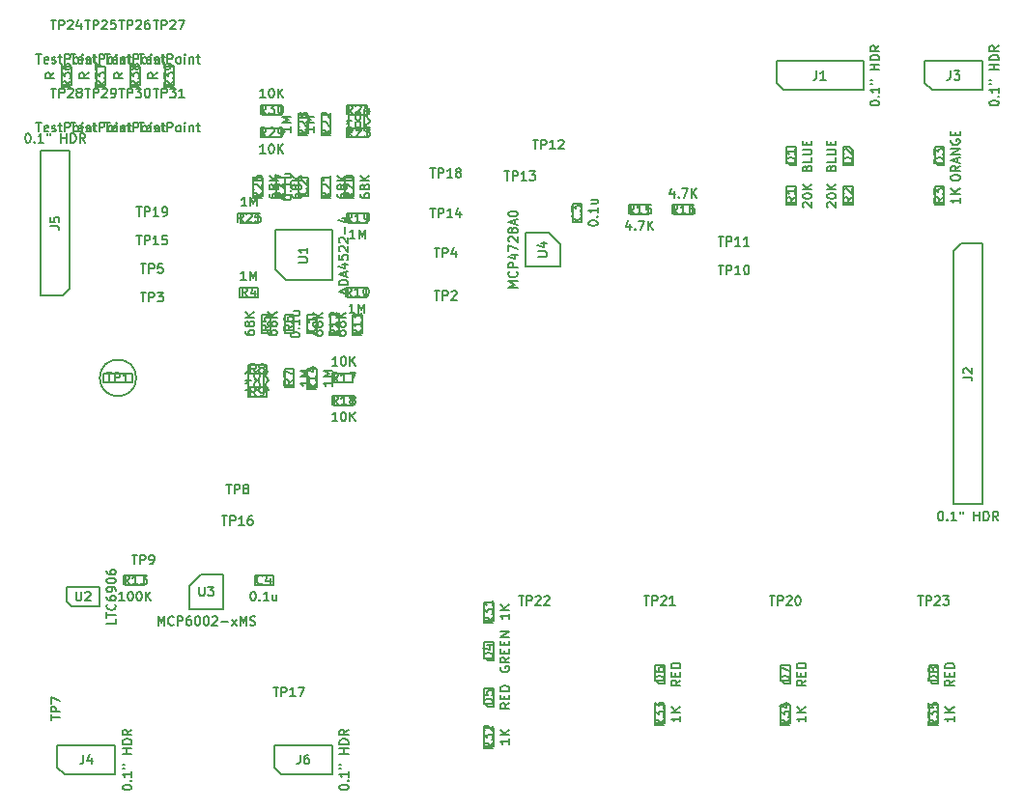
<source format=gbr>
G04 #@! TF.GenerationSoftware,KiCad,Pcbnew,5.1.4*
G04 #@! TF.CreationDate,2019-11-06T21:16:27-05:00*
G04 #@! TF.ProjectId,device-config-demo,64657669-6365-42d6-936f-6e6669672d64,rev?*
G04 #@! TF.SameCoordinates,Original*
G04 #@! TF.FileFunction,Other,Fab,Top*
%FSLAX46Y46*%
G04 Gerber Fmt 4.6, Leading zero omitted, Abs format (unit mm)*
G04 Created by KiCad (PCBNEW 5.1.4) date 2019-11-06 21:16:27*
%MOMM*%
%LPD*%
G04 APERTURE LIST*
%ADD10C,0.150000*%
G04 APERTURE END LIST*
D10*
X232100000Y-170987500D02*
X232900000Y-170987500D01*
X232900000Y-170987500D02*
X232900000Y-172587500D01*
X232900000Y-172587500D02*
X232100000Y-172587500D01*
X232100000Y-172587500D02*
X232100000Y-170987500D01*
X231350000Y-160550000D02*
X231350000Y-158950000D01*
X232150000Y-160550000D02*
X231350000Y-160550000D01*
X232150000Y-158950000D02*
X232150000Y-160550000D01*
X231350000Y-158950000D02*
X232150000Y-158950000D01*
X256150000Y-162800000D02*
X255350000Y-162800000D01*
X255350000Y-162800000D02*
X255350000Y-161200000D01*
X255350000Y-161200000D02*
X256150000Y-161200000D01*
X256150000Y-161200000D02*
X256150000Y-162800000D01*
X229087500Y-194650000D02*
X227487500Y-194650000D01*
X229087500Y-193850000D02*
X229087500Y-194650000D01*
X227487500Y-193850000D02*
X229087500Y-193850000D01*
X227487500Y-194650000D02*
X227487500Y-193850000D01*
X274100000Y-156237500D02*
X274100000Y-157537500D01*
X274100000Y-157537500D02*
X274400000Y-157837500D01*
X274400000Y-157837500D02*
X274900000Y-157837500D01*
X274900000Y-157837500D02*
X274900000Y-156237500D01*
X274900000Y-156237500D02*
X274100000Y-156237500D01*
X279100000Y-157837500D02*
X279900000Y-157837500D01*
X279100000Y-156237500D02*
X279100000Y-157837500D01*
X279600000Y-156237500D02*
X279100000Y-156237500D01*
X279900000Y-156537500D02*
X279600000Y-156237500D01*
X279900000Y-157837500D02*
X279900000Y-156537500D01*
X287100000Y-156237500D02*
X287100000Y-157537500D01*
X287100000Y-157537500D02*
X287400000Y-157837500D01*
X287400000Y-157837500D02*
X287900000Y-157837500D01*
X287900000Y-157837500D02*
X287900000Y-156237500D01*
X287900000Y-156237500D02*
X287100000Y-156237500D01*
X247600000Y-199700000D02*
X247600000Y-201000000D01*
X247600000Y-201000000D02*
X247900000Y-201300000D01*
X247900000Y-201300000D02*
X248400000Y-201300000D01*
X248400000Y-201300000D02*
X248400000Y-199700000D01*
X248400000Y-199700000D02*
X247600000Y-199700000D01*
X248400000Y-203700000D02*
X247600000Y-203700000D01*
X248400000Y-205300000D02*
X248400000Y-203700000D01*
X247900000Y-205300000D02*
X248400000Y-205300000D01*
X247600000Y-205000000D02*
X247900000Y-205300000D01*
X247600000Y-203700000D02*
X247600000Y-205000000D01*
X263400000Y-201700000D02*
X262600000Y-201700000D01*
X263400000Y-203300000D02*
X263400000Y-201700000D01*
X262900000Y-203300000D02*
X263400000Y-203300000D01*
X262600000Y-203000000D02*
X262900000Y-203300000D01*
X262600000Y-201700000D02*
X262600000Y-203000000D01*
X274400000Y-201700000D02*
X273600000Y-201700000D01*
X274400000Y-203300000D02*
X274400000Y-201700000D01*
X273900000Y-203300000D02*
X274400000Y-203300000D01*
X273600000Y-203000000D02*
X273900000Y-203300000D01*
X273600000Y-201700000D02*
X273600000Y-203000000D01*
X286600000Y-201700000D02*
X286600000Y-203000000D01*
X286600000Y-203000000D02*
X286900000Y-203300000D01*
X286900000Y-203300000D02*
X287400000Y-203300000D01*
X287400000Y-203300000D02*
X287400000Y-201700000D01*
X287400000Y-201700000D02*
X286600000Y-201700000D01*
X273190000Y-150635000D02*
X273190000Y-148730000D01*
X273190000Y-148730000D02*
X280810000Y-148730000D01*
X280810000Y-148730000D02*
X280810000Y-151270000D01*
X280810000Y-151270000D02*
X273825000Y-151270000D01*
X273825000Y-151270000D02*
X273190000Y-150635000D01*
X289365000Y-164730000D02*
X291270000Y-164730000D01*
X291270000Y-164730000D02*
X291270000Y-187590000D01*
X291270000Y-187590000D02*
X288730000Y-187590000D01*
X288730000Y-187590000D02*
X288730000Y-165365000D01*
X288730000Y-165365000D02*
X289365000Y-164730000D01*
X286190000Y-150635000D02*
X286190000Y-148730000D01*
X286190000Y-148730000D02*
X291270000Y-148730000D01*
X291270000Y-148730000D02*
X291270000Y-151270000D01*
X291270000Y-151270000D02*
X286825000Y-151270000D01*
X286825000Y-151270000D02*
X286190000Y-150635000D01*
X210825000Y-211270000D02*
X210190000Y-210635000D01*
X215270000Y-211270000D02*
X210825000Y-211270000D01*
X215270000Y-208730000D02*
X215270000Y-211270000D01*
X210190000Y-208730000D02*
X215270000Y-208730000D01*
X210190000Y-210635000D02*
X210190000Y-208730000D01*
X210635000Y-169270000D02*
X208730000Y-169270000D01*
X208730000Y-169270000D02*
X208730000Y-156570000D01*
X208730000Y-156570000D02*
X211270000Y-156570000D01*
X211270000Y-156570000D02*
X211270000Y-168635000D01*
X211270000Y-168635000D02*
X210635000Y-169270000D01*
X229190000Y-210635000D02*
X229190000Y-208730000D01*
X229190000Y-208730000D02*
X234270000Y-208730000D01*
X234270000Y-208730000D02*
X234270000Y-211270000D01*
X234270000Y-211270000D02*
X229825000Y-211270000D01*
X229825000Y-211270000D02*
X229190000Y-210635000D01*
X274900000Y-161337500D02*
X274100000Y-161337500D01*
X274100000Y-161337500D02*
X274100000Y-159737500D01*
X274100000Y-159737500D02*
X274900000Y-159737500D01*
X274900000Y-159737500D02*
X274900000Y-161337500D01*
X279100000Y-159737500D02*
X279900000Y-159737500D01*
X279900000Y-159737500D02*
X279900000Y-161337500D01*
X279900000Y-161337500D02*
X279100000Y-161337500D01*
X279100000Y-161337500D02*
X279100000Y-159737500D01*
X287900000Y-159737500D02*
X287900000Y-161337500D01*
X287100000Y-159737500D02*
X287900000Y-159737500D01*
X287100000Y-161337500D02*
X287100000Y-159737500D01*
X287900000Y-161337500D02*
X287100000Y-161337500D01*
X227762500Y-168600000D02*
X227762500Y-169400000D01*
X227762500Y-169400000D02*
X226162500Y-169400000D01*
X226162500Y-169400000D02*
X226162500Y-168600000D01*
X226162500Y-168600000D02*
X227762500Y-168600000D01*
X228100000Y-172550000D02*
X228100000Y-170950000D01*
X228900000Y-172550000D02*
X228100000Y-172550000D01*
X228900000Y-170950000D02*
X228900000Y-172550000D01*
X228100000Y-170950000D02*
X228900000Y-170950000D01*
X230100000Y-170950000D02*
X230900000Y-170950000D01*
X230900000Y-170950000D02*
X230900000Y-172550000D01*
X230900000Y-172550000D02*
X230100000Y-172550000D01*
X230100000Y-172550000D02*
X230100000Y-170950000D01*
X230900000Y-175737500D02*
X230900000Y-177337500D01*
X230100000Y-175737500D02*
X230900000Y-175737500D01*
X230100000Y-177337500D02*
X230100000Y-175737500D01*
X230900000Y-177337500D02*
X230100000Y-177337500D01*
X226912500Y-176150000D02*
X226912500Y-175350000D01*
X226912500Y-175350000D02*
X228512500Y-175350000D01*
X228512500Y-175350000D02*
X228512500Y-176150000D01*
X228512500Y-176150000D02*
X226912500Y-176150000D01*
X226912500Y-177350000D02*
X228512500Y-177350000D01*
X226912500Y-178150000D02*
X226912500Y-177350000D01*
X228512500Y-178150000D02*
X226912500Y-178150000D01*
X228512500Y-177350000D02*
X228512500Y-178150000D01*
X237262500Y-169400000D02*
X235662500Y-169400000D01*
X237262500Y-168600000D02*
X237262500Y-169400000D01*
X235662500Y-168600000D02*
X237262500Y-168600000D01*
X235662500Y-169400000D02*
X235662500Y-168600000D01*
X236100000Y-170987500D02*
X236900000Y-170987500D01*
X236900000Y-170987500D02*
X236900000Y-172587500D01*
X236900000Y-172587500D02*
X236100000Y-172587500D01*
X236100000Y-172587500D02*
X236100000Y-170987500D01*
X234100000Y-170987500D02*
X234900000Y-170987500D01*
X234900000Y-170987500D02*
X234900000Y-172587500D01*
X234900000Y-172587500D02*
X234100000Y-172587500D01*
X234100000Y-172587500D02*
X234100000Y-170987500D01*
X217800000Y-194650000D02*
X216200000Y-194650000D01*
X217800000Y-193850000D02*
X217800000Y-194650000D01*
X216200000Y-193850000D02*
X217800000Y-193850000D01*
X216200000Y-194650000D02*
X216200000Y-193850000D01*
X232900000Y-175737500D02*
X232900000Y-177337500D01*
X232100000Y-175737500D02*
X232900000Y-175737500D01*
X232100000Y-177337500D02*
X232100000Y-175737500D01*
X232900000Y-177337500D02*
X232100000Y-177337500D01*
X260412500Y-162150000D02*
X260412500Y-161350000D01*
X260412500Y-161350000D02*
X262012500Y-161350000D01*
X262012500Y-161350000D02*
X262012500Y-162150000D01*
X262012500Y-162150000D02*
X260412500Y-162150000D01*
X264237500Y-161350000D02*
X265837500Y-161350000D01*
X264237500Y-162150000D02*
X264237500Y-161350000D01*
X265837500Y-162150000D02*
X264237500Y-162150000D01*
X265837500Y-161350000D02*
X265837500Y-162150000D01*
X234487500Y-176100000D02*
X236087500Y-176100000D01*
X234487500Y-176900000D02*
X234487500Y-176100000D01*
X236087500Y-176900000D02*
X234487500Y-176900000D01*
X236087500Y-176100000D02*
X236087500Y-176900000D01*
X234487500Y-178900000D02*
X234487500Y-178100000D01*
X234487500Y-178100000D02*
X236087500Y-178100000D01*
X236087500Y-178100000D02*
X236087500Y-178900000D01*
X236087500Y-178900000D02*
X234487500Y-178900000D01*
X235700000Y-162900000D02*
X235700000Y-162100000D01*
X235700000Y-162100000D02*
X237300000Y-162100000D01*
X237300000Y-162100000D02*
X237300000Y-162900000D01*
X237300000Y-162900000D02*
X235700000Y-162900000D01*
X236150000Y-158950000D02*
X236150000Y-160550000D01*
X235350000Y-158950000D02*
X236150000Y-158950000D01*
X235350000Y-160550000D02*
X235350000Y-158950000D01*
X236150000Y-160550000D02*
X235350000Y-160550000D01*
X234150000Y-160550000D02*
X233350000Y-160550000D01*
X233350000Y-160550000D02*
X233350000Y-158950000D01*
X233350000Y-158950000D02*
X234150000Y-158950000D01*
X234150000Y-158950000D02*
X234150000Y-160550000D01*
X233350000Y-155050000D02*
X233350000Y-153450000D01*
X234150000Y-155050000D02*
X233350000Y-155050000D01*
X234150000Y-153450000D02*
X234150000Y-155050000D01*
X233350000Y-153450000D02*
X234150000Y-153450000D01*
X237337500Y-154600000D02*
X237337500Y-155400000D01*
X237337500Y-155400000D02*
X235737500Y-155400000D01*
X235737500Y-155400000D02*
X235737500Y-154600000D01*
X235737500Y-154600000D02*
X237337500Y-154600000D01*
X237337500Y-153400000D02*
X235737500Y-153400000D01*
X237337500Y-152600000D02*
X237337500Y-153400000D01*
X235737500Y-152600000D02*
X237337500Y-152600000D01*
X235737500Y-153400000D02*
X235737500Y-152600000D01*
X227800000Y-162100000D02*
X227800000Y-162900000D01*
X227800000Y-162900000D02*
X226200000Y-162900000D01*
X226200000Y-162900000D02*
X226200000Y-162100000D01*
X226200000Y-162100000D02*
X227800000Y-162100000D01*
X228150000Y-158950000D02*
X228150000Y-160550000D01*
X227350000Y-158950000D02*
X228150000Y-158950000D01*
X227350000Y-160550000D02*
X227350000Y-158950000D01*
X228150000Y-160550000D02*
X227350000Y-160550000D01*
X230150000Y-158950000D02*
X230150000Y-160550000D01*
X229350000Y-158950000D02*
X230150000Y-158950000D01*
X229350000Y-160550000D02*
X229350000Y-158950000D01*
X230150000Y-160550000D02*
X229350000Y-160550000D01*
X231350000Y-153450000D02*
X232150000Y-153450000D01*
X232150000Y-153450000D02*
X232150000Y-155050000D01*
X232150000Y-155050000D02*
X231350000Y-155050000D01*
X231350000Y-155050000D02*
X231350000Y-153450000D01*
X228162500Y-155400000D02*
X228162500Y-154600000D01*
X228162500Y-154600000D02*
X229762500Y-154600000D01*
X229762500Y-154600000D02*
X229762500Y-155400000D01*
X229762500Y-155400000D02*
X228162500Y-155400000D01*
X228162500Y-152600000D02*
X229762500Y-152600000D01*
X228162500Y-153400000D02*
X228162500Y-152600000D01*
X229762500Y-153400000D02*
X228162500Y-153400000D01*
X229762500Y-152600000D02*
X229762500Y-153400000D01*
X248400000Y-197800000D02*
X247600000Y-197800000D01*
X247600000Y-197800000D02*
X247600000Y-196200000D01*
X247600000Y-196200000D02*
X248400000Y-196200000D01*
X248400000Y-196200000D02*
X248400000Y-197800000D01*
X248400000Y-208800000D02*
X247600000Y-208800000D01*
X247600000Y-208800000D02*
X247600000Y-207200000D01*
X247600000Y-207200000D02*
X248400000Y-207200000D01*
X248400000Y-207200000D02*
X248400000Y-208800000D01*
X263400000Y-205200000D02*
X263400000Y-206800000D01*
X262600000Y-205200000D02*
X263400000Y-205200000D01*
X262600000Y-206800000D02*
X262600000Y-205200000D01*
X263400000Y-206800000D02*
X262600000Y-206800000D01*
X274400000Y-206800000D02*
X273600000Y-206800000D01*
X273600000Y-206800000D02*
X273600000Y-205200000D01*
X273600000Y-205200000D02*
X274400000Y-205200000D01*
X274400000Y-205200000D02*
X274400000Y-206800000D01*
X287400000Y-206800000D02*
X286600000Y-206800000D01*
X286600000Y-206800000D02*
X286600000Y-205200000D01*
X286600000Y-205200000D02*
X287400000Y-205200000D01*
X287400000Y-205200000D02*
X287400000Y-206800000D01*
X210600000Y-150800000D02*
X210600000Y-149200000D01*
X211400000Y-150800000D02*
X210600000Y-150800000D01*
X211400000Y-149200000D02*
X211400000Y-150800000D01*
X210600000Y-149200000D02*
X211400000Y-149200000D01*
X213600000Y-150800000D02*
X213600000Y-149200000D01*
X214400000Y-150800000D02*
X213600000Y-150800000D01*
X214400000Y-149200000D02*
X214400000Y-150800000D01*
X213600000Y-149200000D02*
X214400000Y-149200000D01*
X216600000Y-149200000D02*
X217400000Y-149200000D01*
X217400000Y-149200000D02*
X217400000Y-150800000D01*
X217400000Y-150800000D02*
X216600000Y-150800000D01*
X216600000Y-150800000D02*
X216600000Y-149200000D01*
X219600000Y-150800000D02*
X219600000Y-149200000D01*
X220400000Y-150800000D02*
X219600000Y-150800000D01*
X220400000Y-149200000D02*
X220400000Y-150800000D01*
X219600000Y-149200000D02*
X220400000Y-149200000D01*
X214250000Y-176100000D02*
X216750000Y-176100000D01*
X216750000Y-176100000D02*
X216750000Y-176900000D01*
X216750000Y-176900000D02*
X214250000Y-176900000D01*
X214250000Y-176900000D02*
X214250000Y-176100000D01*
X217100000Y-176500000D02*
G75*
G03X217100000Y-176500000I-1600000J0D01*
G01*
X229250000Y-166950000D02*
X229250000Y-163550000D01*
X229250000Y-163550000D02*
X234250000Y-163550000D01*
X234250000Y-163550000D02*
X234250000Y-167950000D01*
X234250000Y-167950000D02*
X230250000Y-167950000D01*
X230250000Y-167950000D02*
X229250000Y-166950000D01*
X211450000Y-196570000D02*
X211000000Y-196120000D01*
X211000000Y-194810000D02*
X211000000Y-196120000D01*
X211450000Y-196570000D02*
X213900000Y-196570000D01*
X213900000Y-194810000D02*
X213900000Y-196570000D01*
X211000000Y-194810000D02*
X213900000Y-194810000D01*
X222750000Y-193750000D02*
X224750000Y-193750000D01*
X224750000Y-193750000D02*
X224750000Y-196750000D01*
X224750000Y-196750000D02*
X221750000Y-196750000D01*
X221750000Y-196750000D02*
X221750000Y-194750000D01*
X221750000Y-194750000D02*
X222750000Y-193750000D01*
X254250000Y-164750000D02*
X254250000Y-166750000D01*
X254250000Y-166750000D02*
X251250000Y-166750000D01*
X251250000Y-166750000D02*
X251250000Y-163750000D01*
X251250000Y-163750000D02*
X253250000Y-163750000D01*
X253250000Y-163750000D02*
X254250000Y-164750000D01*
X230631904Y-172758928D02*
X230631904Y-172682738D01*
X230670000Y-172606547D01*
X230708095Y-172568452D01*
X230784285Y-172530357D01*
X230936666Y-172492261D01*
X231127142Y-172492261D01*
X231279523Y-172530357D01*
X231355714Y-172568452D01*
X231393809Y-172606547D01*
X231431904Y-172682738D01*
X231431904Y-172758928D01*
X231393809Y-172835119D01*
X231355714Y-172873214D01*
X231279523Y-172911309D01*
X231127142Y-172949404D01*
X230936666Y-172949404D01*
X230784285Y-172911309D01*
X230708095Y-172873214D01*
X230670000Y-172835119D01*
X230631904Y-172758928D01*
X231355714Y-172149404D02*
X231393809Y-172111309D01*
X231431904Y-172149404D01*
X231393809Y-172187500D01*
X231355714Y-172149404D01*
X231431904Y-172149404D01*
X231431904Y-171349404D02*
X231431904Y-171806547D01*
X231431904Y-171577976D02*
X230631904Y-171577976D01*
X230746190Y-171654166D01*
X230822380Y-171730357D01*
X230860476Y-171806547D01*
X230898571Y-170663690D02*
X231431904Y-170663690D01*
X230898571Y-171006547D02*
X231317619Y-171006547D01*
X231393809Y-170968452D01*
X231431904Y-170892261D01*
X231431904Y-170777976D01*
X231393809Y-170701785D01*
X231355714Y-170663690D01*
X232785714Y-171920833D02*
X232823809Y-171958928D01*
X232861904Y-172073214D01*
X232861904Y-172149404D01*
X232823809Y-172263690D01*
X232747619Y-172339880D01*
X232671428Y-172377976D01*
X232519047Y-172416071D01*
X232404761Y-172416071D01*
X232252380Y-172377976D01*
X232176190Y-172339880D01*
X232100000Y-172263690D01*
X232061904Y-172149404D01*
X232061904Y-172073214D01*
X232100000Y-171958928D01*
X232138095Y-171920833D01*
X232861904Y-171158928D02*
X232861904Y-171616071D01*
X232861904Y-171387500D02*
X232061904Y-171387500D01*
X232176190Y-171463690D01*
X232252380Y-171539880D01*
X232290476Y-171616071D01*
X229881904Y-160721428D02*
X229881904Y-160645238D01*
X229920000Y-160569047D01*
X229958095Y-160530952D01*
X230034285Y-160492857D01*
X230186666Y-160454761D01*
X230377142Y-160454761D01*
X230529523Y-160492857D01*
X230605714Y-160530952D01*
X230643809Y-160569047D01*
X230681904Y-160645238D01*
X230681904Y-160721428D01*
X230643809Y-160797619D01*
X230605714Y-160835714D01*
X230529523Y-160873809D01*
X230377142Y-160911904D01*
X230186666Y-160911904D01*
X230034285Y-160873809D01*
X229958095Y-160835714D01*
X229920000Y-160797619D01*
X229881904Y-160721428D01*
X230605714Y-160111904D02*
X230643809Y-160073809D01*
X230681904Y-160111904D01*
X230643809Y-160150000D01*
X230605714Y-160111904D01*
X230681904Y-160111904D01*
X230681904Y-159311904D02*
X230681904Y-159769047D01*
X230681904Y-159540476D02*
X229881904Y-159540476D01*
X229996190Y-159616666D01*
X230072380Y-159692857D01*
X230110476Y-159769047D01*
X230148571Y-158626190D02*
X230681904Y-158626190D01*
X230148571Y-158969047D02*
X230567619Y-158969047D01*
X230643809Y-158930952D01*
X230681904Y-158854761D01*
X230681904Y-158740476D01*
X230643809Y-158664285D01*
X230605714Y-158626190D01*
X232035714Y-159883333D02*
X232073809Y-159921428D01*
X232111904Y-160035714D01*
X232111904Y-160111904D01*
X232073809Y-160226190D01*
X231997619Y-160302380D01*
X231921428Y-160340476D01*
X231769047Y-160378571D01*
X231654761Y-160378571D01*
X231502380Y-160340476D01*
X231426190Y-160302380D01*
X231350000Y-160226190D01*
X231311904Y-160111904D01*
X231311904Y-160035714D01*
X231350000Y-159921428D01*
X231388095Y-159883333D01*
X231388095Y-159578571D02*
X231350000Y-159540476D01*
X231311904Y-159464285D01*
X231311904Y-159273809D01*
X231350000Y-159197619D01*
X231388095Y-159159523D01*
X231464285Y-159121428D01*
X231540476Y-159121428D01*
X231654761Y-159159523D01*
X232111904Y-159616666D01*
X232111904Y-159121428D01*
X256741904Y-162971428D02*
X256741904Y-162895238D01*
X256780000Y-162819047D01*
X256818095Y-162780952D01*
X256894285Y-162742857D01*
X257046666Y-162704761D01*
X257237142Y-162704761D01*
X257389523Y-162742857D01*
X257465714Y-162780952D01*
X257503809Y-162819047D01*
X257541904Y-162895238D01*
X257541904Y-162971428D01*
X257503809Y-163047619D01*
X257465714Y-163085714D01*
X257389523Y-163123809D01*
X257237142Y-163161904D01*
X257046666Y-163161904D01*
X256894285Y-163123809D01*
X256818095Y-163085714D01*
X256780000Y-163047619D01*
X256741904Y-162971428D01*
X257465714Y-162361904D02*
X257503809Y-162323809D01*
X257541904Y-162361904D01*
X257503809Y-162400000D01*
X257465714Y-162361904D01*
X257541904Y-162361904D01*
X257541904Y-161561904D02*
X257541904Y-162019047D01*
X257541904Y-161790476D02*
X256741904Y-161790476D01*
X256856190Y-161866666D01*
X256932380Y-161942857D01*
X256970476Y-162019047D01*
X257008571Y-160876190D02*
X257541904Y-160876190D01*
X257008571Y-161219047D02*
X257427619Y-161219047D01*
X257503809Y-161180952D01*
X257541904Y-161104761D01*
X257541904Y-160990476D01*
X257503809Y-160914285D01*
X257465714Y-160876190D01*
X256035714Y-162133333D02*
X256073809Y-162171428D01*
X256111904Y-162285714D01*
X256111904Y-162361904D01*
X256073809Y-162476190D01*
X255997619Y-162552380D01*
X255921428Y-162590476D01*
X255769047Y-162628571D01*
X255654761Y-162628571D01*
X255502380Y-162590476D01*
X255426190Y-162552380D01*
X255350000Y-162476190D01*
X255311904Y-162361904D01*
X255311904Y-162285714D01*
X255350000Y-162171428D01*
X255388095Y-162133333D01*
X255311904Y-161866666D02*
X255311904Y-161371428D01*
X255616666Y-161638095D01*
X255616666Y-161523809D01*
X255654761Y-161447619D01*
X255692857Y-161409523D01*
X255769047Y-161371428D01*
X255959523Y-161371428D01*
X256035714Y-161409523D01*
X256073809Y-161447619D01*
X256111904Y-161523809D01*
X256111904Y-161752380D01*
X256073809Y-161828571D01*
X256035714Y-161866666D01*
X227316071Y-195241904D02*
X227392261Y-195241904D01*
X227468452Y-195280000D01*
X227506547Y-195318095D01*
X227544642Y-195394285D01*
X227582738Y-195546666D01*
X227582738Y-195737142D01*
X227544642Y-195889523D01*
X227506547Y-195965714D01*
X227468452Y-196003809D01*
X227392261Y-196041904D01*
X227316071Y-196041904D01*
X227239880Y-196003809D01*
X227201785Y-195965714D01*
X227163690Y-195889523D01*
X227125595Y-195737142D01*
X227125595Y-195546666D01*
X227163690Y-195394285D01*
X227201785Y-195318095D01*
X227239880Y-195280000D01*
X227316071Y-195241904D01*
X227925595Y-195965714D02*
X227963690Y-196003809D01*
X227925595Y-196041904D01*
X227887500Y-196003809D01*
X227925595Y-195965714D01*
X227925595Y-196041904D01*
X228725595Y-196041904D02*
X228268452Y-196041904D01*
X228497023Y-196041904D02*
X228497023Y-195241904D01*
X228420833Y-195356190D01*
X228344642Y-195432380D01*
X228268452Y-195470476D01*
X229411309Y-195508571D02*
X229411309Y-196041904D01*
X229068452Y-195508571D02*
X229068452Y-195927619D01*
X229106547Y-196003809D01*
X229182738Y-196041904D01*
X229297023Y-196041904D01*
X229373214Y-196003809D01*
X229411309Y-195965714D01*
X228154166Y-194535714D02*
X228116071Y-194573809D01*
X228001785Y-194611904D01*
X227925595Y-194611904D01*
X227811309Y-194573809D01*
X227735119Y-194497619D01*
X227697023Y-194421428D01*
X227658928Y-194269047D01*
X227658928Y-194154761D01*
X227697023Y-194002380D01*
X227735119Y-193926190D01*
X227811309Y-193850000D01*
X227925595Y-193811904D01*
X228001785Y-193811904D01*
X228116071Y-193850000D01*
X228154166Y-193888095D01*
X228839880Y-194078571D02*
X228839880Y-194611904D01*
X228649404Y-193773809D02*
X228458928Y-194345238D01*
X228954166Y-194345238D01*
X275872857Y-158085119D02*
X275910952Y-157970833D01*
X275949047Y-157932738D01*
X276025238Y-157894642D01*
X276139523Y-157894642D01*
X276215714Y-157932738D01*
X276253809Y-157970833D01*
X276291904Y-158047023D01*
X276291904Y-158351785D01*
X275491904Y-158351785D01*
X275491904Y-158085119D01*
X275530000Y-158008928D01*
X275568095Y-157970833D01*
X275644285Y-157932738D01*
X275720476Y-157932738D01*
X275796666Y-157970833D01*
X275834761Y-158008928D01*
X275872857Y-158085119D01*
X275872857Y-158351785D01*
X276291904Y-157170833D02*
X276291904Y-157551785D01*
X275491904Y-157551785D01*
X275491904Y-156904166D02*
X276139523Y-156904166D01*
X276215714Y-156866071D01*
X276253809Y-156827976D01*
X276291904Y-156751785D01*
X276291904Y-156599404D01*
X276253809Y-156523214D01*
X276215714Y-156485119D01*
X276139523Y-156447023D01*
X275491904Y-156447023D01*
X275872857Y-156066071D02*
X275872857Y-155799404D01*
X276291904Y-155685119D02*
X276291904Y-156066071D01*
X275491904Y-156066071D01*
X275491904Y-155685119D01*
X274861904Y-157627976D02*
X274061904Y-157627976D01*
X274061904Y-157437500D01*
X274100000Y-157323214D01*
X274176190Y-157247023D01*
X274252380Y-157208928D01*
X274404761Y-157170833D01*
X274519047Y-157170833D01*
X274671428Y-157208928D01*
X274747619Y-157247023D01*
X274823809Y-157323214D01*
X274861904Y-157437500D01*
X274861904Y-157627976D01*
X274861904Y-156408928D02*
X274861904Y-156866071D01*
X274861904Y-156637500D02*
X274061904Y-156637500D01*
X274176190Y-156713690D01*
X274252380Y-156789880D01*
X274290476Y-156866071D01*
X278012857Y-158085119D02*
X278050952Y-157970833D01*
X278089047Y-157932738D01*
X278165238Y-157894642D01*
X278279523Y-157894642D01*
X278355714Y-157932738D01*
X278393809Y-157970833D01*
X278431904Y-158047023D01*
X278431904Y-158351785D01*
X277631904Y-158351785D01*
X277631904Y-158085119D01*
X277670000Y-158008928D01*
X277708095Y-157970833D01*
X277784285Y-157932738D01*
X277860476Y-157932738D01*
X277936666Y-157970833D01*
X277974761Y-158008928D01*
X278012857Y-158085119D01*
X278012857Y-158351785D01*
X278431904Y-157170833D02*
X278431904Y-157551785D01*
X277631904Y-157551785D01*
X277631904Y-156904166D02*
X278279523Y-156904166D01*
X278355714Y-156866071D01*
X278393809Y-156827976D01*
X278431904Y-156751785D01*
X278431904Y-156599404D01*
X278393809Y-156523214D01*
X278355714Y-156485119D01*
X278279523Y-156447023D01*
X277631904Y-156447023D01*
X278012857Y-156066071D02*
X278012857Y-155799404D01*
X278431904Y-155685119D02*
X278431904Y-156066071D01*
X277631904Y-156066071D01*
X277631904Y-155685119D01*
X279861904Y-157627976D02*
X279061904Y-157627976D01*
X279061904Y-157437500D01*
X279100000Y-157323214D01*
X279176190Y-157247023D01*
X279252380Y-157208928D01*
X279404761Y-157170833D01*
X279519047Y-157170833D01*
X279671428Y-157208928D01*
X279747619Y-157247023D01*
X279823809Y-157323214D01*
X279861904Y-157437500D01*
X279861904Y-157627976D01*
X279138095Y-156866071D02*
X279100000Y-156827976D01*
X279061904Y-156751785D01*
X279061904Y-156561309D01*
X279100000Y-156485119D01*
X279138095Y-156447023D01*
X279214285Y-156408928D01*
X279290476Y-156408928D01*
X279404761Y-156447023D01*
X279861904Y-156904166D01*
X279861904Y-156408928D01*
X288491904Y-159037500D02*
X288491904Y-158885119D01*
X288530000Y-158808928D01*
X288606190Y-158732738D01*
X288758571Y-158694642D01*
X289025238Y-158694642D01*
X289177619Y-158732738D01*
X289253809Y-158808928D01*
X289291904Y-158885119D01*
X289291904Y-159037500D01*
X289253809Y-159113690D01*
X289177619Y-159189880D01*
X289025238Y-159227976D01*
X288758571Y-159227976D01*
X288606190Y-159189880D01*
X288530000Y-159113690D01*
X288491904Y-159037500D01*
X289291904Y-157894642D02*
X288910952Y-158161309D01*
X289291904Y-158351785D02*
X288491904Y-158351785D01*
X288491904Y-158047023D01*
X288530000Y-157970833D01*
X288568095Y-157932738D01*
X288644285Y-157894642D01*
X288758571Y-157894642D01*
X288834761Y-157932738D01*
X288872857Y-157970833D01*
X288910952Y-158047023D01*
X288910952Y-158351785D01*
X289063333Y-157589880D02*
X289063333Y-157208928D01*
X289291904Y-157666071D02*
X288491904Y-157399404D01*
X289291904Y-157132738D01*
X289291904Y-156866071D02*
X288491904Y-156866071D01*
X289291904Y-156408928D01*
X288491904Y-156408928D01*
X288530000Y-155608928D02*
X288491904Y-155685119D01*
X288491904Y-155799404D01*
X288530000Y-155913690D01*
X288606190Y-155989880D01*
X288682380Y-156027976D01*
X288834761Y-156066071D01*
X288949047Y-156066071D01*
X289101428Y-156027976D01*
X289177619Y-155989880D01*
X289253809Y-155913690D01*
X289291904Y-155799404D01*
X289291904Y-155723214D01*
X289253809Y-155608928D01*
X289215714Y-155570833D01*
X288949047Y-155570833D01*
X288949047Y-155723214D01*
X288872857Y-155227976D02*
X288872857Y-154961309D01*
X289291904Y-154847023D02*
X289291904Y-155227976D01*
X288491904Y-155227976D01*
X288491904Y-154847023D01*
X287861904Y-157627976D02*
X287061904Y-157627976D01*
X287061904Y-157437500D01*
X287100000Y-157323214D01*
X287176190Y-157247023D01*
X287252380Y-157208928D01*
X287404761Y-157170833D01*
X287519047Y-157170833D01*
X287671428Y-157208928D01*
X287747619Y-157247023D01*
X287823809Y-157323214D01*
X287861904Y-157437500D01*
X287861904Y-157627976D01*
X287061904Y-156904166D02*
X287061904Y-156408928D01*
X287366666Y-156675595D01*
X287366666Y-156561309D01*
X287404761Y-156485119D01*
X287442857Y-156447023D01*
X287519047Y-156408928D01*
X287709523Y-156408928D01*
X287785714Y-156447023D01*
X287823809Y-156485119D01*
X287861904Y-156561309D01*
X287861904Y-156789880D01*
X287823809Y-156866071D01*
X287785714Y-156904166D01*
X249030000Y-201833333D02*
X248991904Y-201909523D01*
X248991904Y-202023809D01*
X249030000Y-202138095D01*
X249106190Y-202214285D01*
X249182380Y-202252380D01*
X249334761Y-202290476D01*
X249449047Y-202290476D01*
X249601428Y-202252380D01*
X249677619Y-202214285D01*
X249753809Y-202138095D01*
X249791904Y-202023809D01*
X249791904Y-201947619D01*
X249753809Y-201833333D01*
X249715714Y-201795238D01*
X249449047Y-201795238D01*
X249449047Y-201947619D01*
X249791904Y-200995238D02*
X249410952Y-201261904D01*
X249791904Y-201452380D02*
X248991904Y-201452380D01*
X248991904Y-201147619D01*
X249030000Y-201071428D01*
X249068095Y-201033333D01*
X249144285Y-200995238D01*
X249258571Y-200995238D01*
X249334761Y-201033333D01*
X249372857Y-201071428D01*
X249410952Y-201147619D01*
X249410952Y-201452380D01*
X249372857Y-200652380D02*
X249372857Y-200385714D01*
X249791904Y-200271428D02*
X249791904Y-200652380D01*
X248991904Y-200652380D01*
X248991904Y-200271428D01*
X249372857Y-199928571D02*
X249372857Y-199661904D01*
X249791904Y-199547619D02*
X249791904Y-199928571D01*
X248991904Y-199928571D01*
X248991904Y-199547619D01*
X249791904Y-199204761D02*
X248991904Y-199204761D01*
X249791904Y-198747619D01*
X248991904Y-198747619D01*
X248361904Y-201090476D02*
X247561904Y-201090476D01*
X247561904Y-200900000D01*
X247600000Y-200785714D01*
X247676190Y-200709523D01*
X247752380Y-200671428D01*
X247904761Y-200633333D01*
X248019047Y-200633333D01*
X248171428Y-200671428D01*
X248247619Y-200709523D01*
X248323809Y-200785714D01*
X248361904Y-200900000D01*
X248361904Y-201090476D01*
X247828571Y-199947619D02*
X248361904Y-199947619D01*
X247523809Y-200138095D02*
X248095238Y-200328571D01*
X248095238Y-199833333D01*
X249791904Y-205014285D02*
X249410952Y-205280952D01*
X249791904Y-205471428D02*
X248991904Y-205471428D01*
X248991904Y-205166666D01*
X249030000Y-205090476D01*
X249068095Y-205052380D01*
X249144285Y-205014285D01*
X249258571Y-205014285D01*
X249334761Y-205052380D01*
X249372857Y-205090476D01*
X249410952Y-205166666D01*
X249410952Y-205471428D01*
X249372857Y-204671428D02*
X249372857Y-204404761D01*
X249791904Y-204290476D02*
X249791904Y-204671428D01*
X248991904Y-204671428D01*
X248991904Y-204290476D01*
X249791904Y-203947619D02*
X248991904Y-203947619D01*
X248991904Y-203757142D01*
X249030000Y-203642857D01*
X249106190Y-203566666D01*
X249182380Y-203528571D01*
X249334761Y-203490476D01*
X249449047Y-203490476D01*
X249601428Y-203528571D01*
X249677619Y-203566666D01*
X249753809Y-203642857D01*
X249791904Y-203757142D01*
X249791904Y-203947619D01*
X248361904Y-205090476D02*
X247561904Y-205090476D01*
X247561904Y-204900000D01*
X247600000Y-204785714D01*
X247676190Y-204709523D01*
X247752380Y-204671428D01*
X247904761Y-204633333D01*
X248019047Y-204633333D01*
X248171428Y-204671428D01*
X248247619Y-204709523D01*
X248323809Y-204785714D01*
X248361904Y-204900000D01*
X248361904Y-205090476D01*
X247561904Y-203909523D02*
X247561904Y-204290476D01*
X247942857Y-204328571D01*
X247904761Y-204290476D01*
X247866666Y-204214285D01*
X247866666Y-204023809D01*
X247904761Y-203947619D01*
X247942857Y-203909523D01*
X248019047Y-203871428D01*
X248209523Y-203871428D01*
X248285714Y-203909523D01*
X248323809Y-203947619D01*
X248361904Y-204023809D01*
X248361904Y-204214285D01*
X248323809Y-204290476D01*
X248285714Y-204328571D01*
X264791904Y-203014285D02*
X264410952Y-203280952D01*
X264791904Y-203471428D02*
X263991904Y-203471428D01*
X263991904Y-203166666D01*
X264030000Y-203090476D01*
X264068095Y-203052380D01*
X264144285Y-203014285D01*
X264258571Y-203014285D01*
X264334761Y-203052380D01*
X264372857Y-203090476D01*
X264410952Y-203166666D01*
X264410952Y-203471428D01*
X264372857Y-202671428D02*
X264372857Y-202404761D01*
X264791904Y-202290476D02*
X264791904Y-202671428D01*
X263991904Y-202671428D01*
X263991904Y-202290476D01*
X264791904Y-201947619D02*
X263991904Y-201947619D01*
X263991904Y-201757142D01*
X264030000Y-201642857D01*
X264106190Y-201566666D01*
X264182380Y-201528571D01*
X264334761Y-201490476D01*
X264449047Y-201490476D01*
X264601428Y-201528571D01*
X264677619Y-201566666D01*
X264753809Y-201642857D01*
X264791904Y-201757142D01*
X264791904Y-201947619D01*
X263361904Y-203090476D02*
X262561904Y-203090476D01*
X262561904Y-202900000D01*
X262600000Y-202785714D01*
X262676190Y-202709523D01*
X262752380Y-202671428D01*
X262904761Y-202633333D01*
X263019047Y-202633333D01*
X263171428Y-202671428D01*
X263247619Y-202709523D01*
X263323809Y-202785714D01*
X263361904Y-202900000D01*
X263361904Y-203090476D01*
X262561904Y-201947619D02*
X262561904Y-202100000D01*
X262600000Y-202176190D01*
X262638095Y-202214285D01*
X262752380Y-202290476D01*
X262904761Y-202328571D01*
X263209523Y-202328571D01*
X263285714Y-202290476D01*
X263323809Y-202252380D01*
X263361904Y-202176190D01*
X263361904Y-202023809D01*
X263323809Y-201947619D01*
X263285714Y-201909523D01*
X263209523Y-201871428D01*
X263019047Y-201871428D01*
X262942857Y-201909523D01*
X262904761Y-201947619D01*
X262866666Y-202023809D01*
X262866666Y-202176190D01*
X262904761Y-202252380D01*
X262942857Y-202290476D01*
X263019047Y-202328571D01*
X275791904Y-203014285D02*
X275410952Y-203280952D01*
X275791904Y-203471428D02*
X274991904Y-203471428D01*
X274991904Y-203166666D01*
X275030000Y-203090476D01*
X275068095Y-203052380D01*
X275144285Y-203014285D01*
X275258571Y-203014285D01*
X275334761Y-203052380D01*
X275372857Y-203090476D01*
X275410952Y-203166666D01*
X275410952Y-203471428D01*
X275372857Y-202671428D02*
X275372857Y-202404761D01*
X275791904Y-202290476D02*
X275791904Y-202671428D01*
X274991904Y-202671428D01*
X274991904Y-202290476D01*
X275791904Y-201947619D02*
X274991904Y-201947619D01*
X274991904Y-201757142D01*
X275030000Y-201642857D01*
X275106190Y-201566666D01*
X275182380Y-201528571D01*
X275334761Y-201490476D01*
X275449047Y-201490476D01*
X275601428Y-201528571D01*
X275677619Y-201566666D01*
X275753809Y-201642857D01*
X275791904Y-201757142D01*
X275791904Y-201947619D01*
X274361904Y-203090476D02*
X273561904Y-203090476D01*
X273561904Y-202900000D01*
X273600000Y-202785714D01*
X273676190Y-202709523D01*
X273752380Y-202671428D01*
X273904761Y-202633333D01*
X274019047Y-202633333D01*
X274171428Y-202671428D01*
X274247619Y-202709523D01*
X274323809Y-202785714D01*
X274361904Y-202900000D01*
X274361904Y-203090476D01*
X273561904Y-202366666D02*
X273561904Y-201833333D01*
X274361904Y-202176190D01*
X288791904Y-203014285D02*
X288410952Y-203280952D01*
X288791904Y-203471428D02*
X287991904Y-203471428D01*
X287991904Y-203166666D01*
X288030000Y-203090476D01*
X288068095Y-203052380D01*
X288144285Y-203014285D01*
X288258571Y-203014285D01*
X288334761Y-203052380D01*
X288372857Y-203090476D01*
X288410952Y-203166666D01*
X288410952Y-203471428D01*
X288372857Y-202671428D02*
X288372857Y-202404761D01*
X288791904Y-202290476D02*
X288791904Y-202671428D01*
X287991904Y-202671428D01*
X287991904Y-202290476D01*
X288791904Y-201947619D02*
X287991904Y-201947619D01*
X287991904Y-201757142D01*
X288030000Y-201642857D01*
X288106190Y-201566666D01*
X288182380Y-201528571D01*
X288334761Y-201490476D01*
X288449047Y-201490476D01*
X288601428Y-201528571D01*
X288677619Y-201566666D01*
X288753809Y-201642857D01*
X288791904Y-201757142D01*
X288791904Y-201947619D01*
X287361904Y-203090476D02*
X286561904Y-203090476D01*
X286561904Y-202900000D01*
X286600000Y-202785714D01*
X286676190Y-202709523D01*
X286752380Y-202671428D01*
X286904761Y-202633333D01*
X287019047Y-202633333D01*
X287171428Y-202671428D01*
X287247619Y-202709523D01*
X287323809Y-202785714D01*
X287361904Y-202900000D01*
X287361904Y-203090476D01*
X286904761Y-202176190D02*
X286866666Y-202252380D01*
X286828571Y-202290476D01*
X286752380Y-202328571D01*
X286714285Y-202328571D01*
X286638095Y-202290476D01*
X286600000Y-202252380D01*
X286561904Y-202176190D01*
X286561904Y-202023809D01*
X286600000Y-201947619D01*
X286638095Y-201909523D01*
X286714285Y-201871428D01*
X286752380Y-201871428D01*
X286828571Y-201909523D01*
X286866666Y-201947619D01*
X286904761Y-202023809D01*
X286904761Y-202176190D01*
X286942857Y-202252380D01*
X286980952Y-202290476D01*
X287057142Y-202328571D01*
X287209523Y-202328571D01*
X287285714Y-202290476D01*
X287323809Y-202252380D01*
X287361904Y-202176190D01*
X287361904Y-202023809D01*
X287323809Y-201947619D01*
X287285714Y-201909523D01*
X287209523Y-201871428D01*
X287057142Y-201871428D01*
X286980952Y-201909523D01*
X286942857Y-201947619D01*
X286904761Y-202023809D01*
X281431904Y-152438095D02*
X281431904Y-152361904D01*
X281470000Y-152285714D01*
X281508095Y-152247619D01*
X281584285Y-152209523D01*
X281736666Y-152171428D01*
X281927142Y-152171428D01*
X282079523Y-152209523D01*
X282155714Y-152247619D01*
X282193809Y-152285714D01*
X282231904Y-152361904D01*
X282231904Y-152438095D01*
X282193809Y-152514285D01*
X282155714Y-152552380D01*
X282079523Y-152590476D01*
X281927142Y-152628571D01*
X281736666Y-152628571D01*
X281584285Y-152590476D01*
X281508095Y-152552380D01*
X281470000Y-152514285D01*
X281431904Y-152438095D01*
X282155714Y-151828571D02*
X282193809Y-151790476D01*
X282231904Y-151828571D01*
X282193809Y-151866666D01*
X282155714Y-151828571D01*
X282231904Y-151828571D01*
X282231904Y-151028571D02*
X282231904Y-151485714D01*
X282231904Y-151257142D02*
X281431904Y-151257142D01*
X281546190Y-151333333D01*
X281622380Y-151409523D01*
X281660476Y-151485714D01*
X281431904Y-150723809D02*
X281584285Y-150723809D01*
X281431904Y-150419047D02*
X281584285Y-150419047D01*
X282231904Y-149466666D02*
X281431904Y-149466666D01*
X281812857Y-149466666D02*
X281812857Y-149009523D01*
X282231904Y-149009523D02*
X281431904Y-149009523D01*
X282231904Y-148628571D02*
X281431904Y-148628571D01*
X281431904Y-148438095D01*
X281470000Y-148323809D01*
X281546190Y-148247619D01*
X281622380Y-148209523D01*
X281774761Y-148171428D01*
X281889047Y-148171428D01*
X282041428Y-148209523D01*
X282117619Y-148247619D01*
X282193809Y-148323809D01*
X282231904Y-148438095D01*
X282231904Y-148628571D01*
X282231904Y-147371428D02*
X281850952Y-147638095D01*
X282231904Y-147828571D02*
X281431904Y-147828571D01*
X281431904Y-147523809D01*
X281470000Y-147447619D01*
X281508095Y-147409523D01*
X281584285Y-147371428D01*
X281698571Y-147371428D01*
X281774761Y-147409523D01*
X281812857Y-147447619D01*
X281850952Y-147523809D01*
X281850952Y-147828571D01*
X276733333Y-149561904D02*
X276733333Y-150133333D01*
X276695238Y-150247619D01*
X276619047Y-150323809D01*
X276504761Y-150361904D01*
X276428571Y-150361904D01*
X277533333Y-150361904D02*
X277076190Y-150361904D01*
X277304761Y-150361904D02*
X277304761Y-149561904D01*
X277228571Y-149676190D01*
X277152380Y-149752380D01*
X277076190Y-149790476D01*
X287561904Y-188211904D02*
X287638095Y-188211904D01*
X287714285Y-188250000D01*
X287752380Y-188288095D01*
X287790476Y-188364285D01*
X287828571Y-188516666D01*
X287828571Y-188707142D01*
X287790476Y-188859523D01*
X287752380Y-188935714D01*
X287714285Y-188973809D01*
X287638095Y-189011904D01*
X287561904Y-189011904D01*
X287485714Y-188973809D01*
X287447619Y-188935714D01*
X287409523Y-188859523D01*
X287371428Y-188707142D01*
X287371428Y-188516666D01*
X287409523Y-188364285D01*
X287447619Y-188288095D01*
X287485714Y-188250000D01*
X287561904Y-188211904D01*
X288171428Y-188935714D02*
X288209523Y-188973809D01*
X288171428Y-189011904D01*
X288133333Y-188973809D01*
X288171428Y-188935714D01*
X288171428Y-189011904D01*
X288971428Y-189011904D02*
X288514285Y-189011904D01*
X288742857Y-189011904D02*
X288742857Y-188211904D01*
X288666666Y-188326190D01*
X288590476Y-188402380D01*
X288514285Y-188440476D01*
X289276190Y-188211904D02*
X289276190Y-188364285D01*
X289580952Y-188211904D02*
X289580952Y-188364285D01*
X290533333Y-189011904D02*
X290533333Y-188211904D01*
X290533333Y-188592857D02*
X290990476Y-188592857D01*
X290990476Y-189011904D02*
X290990476Y-188211904D01*
X291371428Y-189011904D02*
X291371428Y-188211904D01*
X291561904Y-188211904D01*
X291676190Y-188250000D01*
X291752380Y-188326190D01*
X291790476Y-188402380D01*
X291828571Y-188554761D01*
X291828571Y-188669047D01*
X291790476Y-188821428D01*
X291752380Y-188897619D01*
X291676190Y-188973809D01*
X291561904Y-189011904D01*
X291371428Y-189011904D01*
X292628571Y-189011904D02*
X292361904Y-188630952D01*
X292171428Y-189011904D02*
X292171428Y-188211904D01*
X292476190Y-188211904D01*
X292552380Y-188250000D01*
X292590476Y-188288095D01*
X292628571Y-188364285D01*
X292628571Y-188478571D01*
X292590476Y-188554761D01*
X292552380Y-188592857D01*
X292476190Y-188630952D01*
X292171428Y-188630952D01*
X289561904Y-176426666D02*
X290133333Y-176426666D01*
X290247619Y-176464761D01*
X290323809Y-176540952D01*
X290361904Y-176655238D01*
X290361904Y-176731428D01*
X289638095Y-176083809D02*
X289600000Y-176045714D01*
X289561904Y-175969523D01*
X289561904Y-175779047D01*
X289600000Y-175702857D01*
X289638095Y-175664761D01*
X289714285Y-175626666D01*
X289790476Y-175626666D01*
X289904761Y-175664761D01*
X290361904Y-176121904D01*
X290361904Y-175626666D01*
X291891904Y-152438095D02*
X291891904Y-152361904D01*
X291930000Y-152285714D01*
X291968095Y-152247619D01*
X292044285Y-152209523D01*
X292196666Y-152171428D01*
X292387142Y-152171428D01*
X292539523Y-152209523D01*
X292615714Y-152247619D01*
X292653809Y-152285714D01*
X292691904Y-152361904D01*
X292691904Y-152438095D01*
X292653809Y-152514285D01*
X292615714Y-152552380D01*
X292539523Y-152590476D01*
X292387142Y-152628571D01*
X292196666Y-152628571D01*
X292044285Y-152590476D01*
X291968095Y-152552380D01*
X291930000Y-152514285D01*
X291891904Y-152438095D01*
X292615714Y-151828571D02*
X292653809Y-151790476D01*
X292691904Y-151828571D01*
X292653809Y-151866666D01*
X292615714Y-151828571D01*
X292691904Y-151828571D01*
X292691904Y-151028571D02*
X292691904Y-151485714D01*
X292691904Y-151257142D02*
X291891904Y-151257142D01*
X292006190Y-151333333D01*
X292082380Y-151409523D01*
X292120476Y-151485714D01*
X291891904Y-150723809D02*
X292044285Y-150723809D01*
X291891904Y-150419047D02*
X292044285Y-150419047D01*
X292691904Y-149466666D02*
X291891904Y-149466666D01*
X292272857Y-149466666D02*
X292272857Y-149009523D01*
X292691904Y-149009523D02*
X291891904Y-149009523D01*
X292691904Y-148628571D02*
X291891904Y-148628571D01*
X291891904Y-148438095D01*
X291930000Y-148323809D01*
X292006190Y-148247619D01*
X292082380Y-148209523D01*
X292234761Y-148171428D01*
X292349047Y-148171428D01*
X292501428Y-148209523D01*
X292577619Y-148247619D01*
X292653809Y-148323809D01*
X292691904Y-148438095D01*
X292691904Y-148628571D01*
X292691904Y-147371428D02*
X292310952Y-147638095D01*
X292691904Y-147828571D02*
X291891904Y-147828571D01*
X291891904Y-147523809D01*
X291930000Y-147447619D01*
X291968095Y-147409523D01*
X292044285Y-147371428D01*
X292158571Y-147371428D01*
X292234761Y-147409523D01*
X292272857Y-147447619D01*
X292310952Y-147523809D01*
X292310952Y-147828571D01*
X288463333Y-149561904D02*
X288463333Y-150133333D01*
X288425238Y-150247619D01*
X288349047Y-150323809D01*
X288234761Y-150361904D01*
X288158571Y-150361904D01*
X288768095Y-149561904D02*
X289263333Y-149561904D01*
X288996666Y-149866666D01*
X289110952Y-149866666D01*
X289187142Y-149904761D01*
X289225238Y-149942857D01*
X289263333Y-150019047D01*
X289263333Y-150209523D01*
X289225238Y-150285714D01*
X289187142Y-150323809D01*
X289110952Y-150361904D01*
X288882380Y-150361904D01*
X288806190Y-150323809D01*
X288768095Y-150285714D01*
X215891904Y-212438095D02*
X215891904Y-212361904D01*
X215930000Y-212285714D01*
X215968095Y-212247619D01*
X216044285Y-212209523D01*
X216196666Y-212171428D01*
X216387142Y-212171428D01*
X216539523Y-212209523D01*
X216615714Y-212247619D01*
X216653809Y-212285714D01*
X216691904Y-212361904D01*
X216691904Y-212438095D01*
X216653809Y-212514285D01*
X216615714Y-212552380D01*
X216539523Y-212590476D01*
X216387142Y-212628571D01*
X216196666Y-212628571D01*
X216044285Y-212590476D01*
X215968095Y-212552380D01*
X215930000Y-212514285D01*
X215891904Y-212438095D01*
X216615714Y-211828571D02*
X216653809Y-211790476D01*
X216691904Y-211828571D01*
X216653809Y-211866666D01*
X216615714Y-211828571D01*
X216691904Y-211828571D01*
X216691904Y-211028571D02*
X216691904Y-211485714D01*
X216691904Y-211257142D02*
X215891904Y-211257142D01*
X216006190Y-211333333D01*
X216082380Y-211409523D01*
X216120476Y-211485714D01*
X215891904Y-210723809D02*
X216044285Y-210723809D01*
X215891904Y-210419047D02*
X216044285Y-210419047D01*
X216691904Y-209466666D02*
X215891904Y-209466666D01*
X216272857Y-209466666D02*
X216272857Y-209009523D01*
X216691904Y-209009523D02*
X215891904Y-209009523D01*
X216691904Y-208628571D02*
X215891904Y-208628571D01*
X215891904Y-208438095D01*
X215930000Y-208323809D01*
X216006190Y-208247619D01*
X216082380Y-208209523D01*
X216234761Y-208171428D01*
X216349047Y-208171428D01*
X216501428Y-208209523D01*
X216577619Y-208247619D01*
X216653809Y-208323809D01*
X216691904Y-208438095D01*
X216691904Y-208628571D01*
X216691904Y-207371428D02*
X216310952Y-207638095D01*
X216691904Y-207828571D02*
X215891904Y-207828571D01*
X215891904Y-207523809D01*
X215930000Y-207447619D01*
X215968095Y-207409523D01*
X216044285Y-207371428D01*
X216158571Y-207371428D01*
X216234761Y-207409523D01*
X216272857Y-207447619D01*
X216310952Y-207523809D01*
X216310952Y-207828571D01*
X212463333Y-209561904D02*
X212463333Y-210133333D01*
X212425238Y-210247619D01*
X212349047Y-210323809D01*
X212234761Y-210361904D01*
X212158571Y-210361904D01*
X213187142Y-209828571D02*
X213187142Y-210361904D01*
X212996666Y-209523809D02*
X212806190Y-210095238D01*
X213301428Y-210095238D01*
X207561904Y-155071904D02*
X207638095Y-155071904D01*
X207714285Y-155110000D01*
X207752380Y-155148095D01*
X207790476Y-155224285D01*
X207828571Y-155376666D01*
X207828571Y-155567142D01*
X207790476Y-155719523D01*
X207752380Y-155795714D01*
X207714285Y-155833809D01*
X207638095Y-155871904D01*
X207561904Y-155871904D01*
X207485714Y-155833809D01*
X207447619Y-155795714D01*
X207409523Y-155719523D01*
X207371428Y-155567142D01*
X207371428Y-155376666D01*
X207409523Y-155224285D01*
X207447619Y-155148095D01*
X207485714Y-155110000D01*
X207561904Y-155071904D01*
X208171428Y-155795714D02*
X208209523Y-155833809D01*
X208171428Y-155871904D01*
X208133333Y-155833809D01*
X208171428Y-155795714D01*
X208171428Y-155871904D01*
X208971428Y-155871904D02*
X208514285Y-155871904D01*
X208742857Y-155871904D02*
X208742857Y-155071904D01*
X208666666Y-155186190D01*
X208590476Y-155262380D01*
X208514285Y-155300476D01*
X209276190Y-155071904D02*
X209276190Y-155224285D01*
X209580952Y-155071904D02*
X209580952Y-155224285D01*
X210533333Y-155871904D02*
X210533333Y-155071904D01*
X210533333Y-155452857D02*
X210990476Y-155452857D01*
X210990476Y-155871904D02*
X210990476Y-155071904D01*
X211371428Y-155871904D02*
X211371428Y-155071904D01*
X211561904Y-155071904D01*
X211676190Y-155110000D01*
X211752380Y-155186190D01*
X211790476Y-155262380D01*
X211828571Y-155414761D01*
X211828571Y-155529047D01*
X211790476Y-155681428D01*
X211752380Y-155757619D01*
X211676190Y-155833809D01*
X211561904Y-155871904D01*
X211371428Y-155871904D01*
X212628571Y-155871904D02*
X212361904Y-155490952D01*
X212171428Y-155871904D02*
X212171428Y-155071904D01*
X212476190Y-155071904D01*
X212552380Y-155110000D01*
X212590476Y-155148095D01*
X212628571Y-155224285D01*
X212628571Y-155338571D01*
X212590476Y-155414761D01*
X212552380Y-155452857D01*
X212476190Y-155490952D01*
X212171428Y-155490952D01*
X209561904Y-163186666D02*
X210133333Y-163186666D01*
X210247619Y-163224761D01*
X210323809Y-163300952D01*
X210361904Y-163415238D01*
X210361904Y-163491428D01*
X209561904Y-162424761D02*
X209561904Y-162805714D01*
X209942857Y-162843809D01*
X209904761Y-162805714D01*
X209866666Y-162729523D01*
X209866666Y-162539047D01*
X209904761Y-162462857D01*
X209942857Y-162424761D01*
X210019047Y-162386666D01*
X210209523Y-162386666D01*
X210285714Y-162424761D01*
X210323809Y-162462857D01*
X210361904Y-162539047D01*
X210361904Y-162729523D01*
X210323809Y-162805714D01*
X210285714Y-162843809D01*
X234891904Y-212438095D02*
X234891904Y-212361904D01*
X234930000Y-212285714D01*
X234968095Y-212247619D01*
X235044285Y-212209523D01*
X235196666Y-212171428D01*
X235387142Y-212171428D01*
X235539523Y-212209523D01*
X235615714Y-212247619D01*
X235653809Y-212285714D01*
X235691904Y-212361904D01*
X235691904Y-212438095D01*
X235653809Y-212514285D01*
X235615714Y-212552380D01*
X235539523Y-212590476D01*
X235387142Y-212628571D01*
X235196666Y-212628571D01*
X235044285Y-212590476D01*
X234968095Y-212552380D01*
X234930000Y-212514285D01*
X234891904Y-212438095D01*
X235615714Y-211828571D02*
X235653809Y-211790476D01*
X235691904Y-211828571D01*
X235653809Y-211866666D01*
X235615714Y-211828571D01*
X235691904Y-211828571D01*
X235691904Y-211028571D02*
X235691904Y-211485714D01*
X235691904Y-211257142D02*
X234891904Y-211257142D01*
X235006190Y-211333333D01*
X235082380Y-211409523D01*
X235120476Y-211485714D01*
X234891904Y-210723809D02*
X235044285Y-210723809D01*
X234891904Y-210419047D02*
X235044285Y-210419047D01*
X235691904Y-209466666D02*
X234891904Y-209466666D01*
X235272857Y-209466666D02*
X235272857Y-209009523D01*
X235691904Y-209009523D02*
X234891904Y-209009523D01*
X235691904Y-208628571D02*
X234891904Y-208628571D01*
X234891904Y-208438095D01*
X234930000Y-208323809D01*
X235006190Y-208247619D01*
X235082380Y-208209523D01*
X235234761Y-208171428D01*
X235349047Y-208171428D01*
X235501428Y-208209523D01*
X235577619Y-208247619D01*
X235653809Y-208323809D01*
X235691904Y-208438095D01*
X235691904Y-208628571D01*
X235691904Y-207371428D02*
X235310952Y-207638095D01*
X235691904Y-207828571D02*
X234891904Y-207828571D01*
X234891904Y-207523809D01*
X234930000Y-207447619D01*
X234968095Y-207409523D01*
X235044285Y-207371428D01*
X235158571Y-207371428D01*
X235234761Y-207409523D01*
X235272857Y-207447619D01*
X235310952Y-207523809D01*
X235310952Y-207828571D01*
X231463333Y-209561904D02*
X231463333Y-210133333D01*
X231425238Y-210247619D01*
X231349047Y-210323809D01*
X231234761Y-210361904D01*
X231158571Y-210361904D01*
X232187142Y-209561904D02*
X232034761Y-209561904D01*
X231958571Y-209600000D01*
X231920476Y-209638095D01*
X231844285Y-209752380D01*
X231806190Y-209904761D01*
X231806190Y-210209523D01*
X231844285Y-210285714D01*
X231882380Y-210323809D01*
X231958571Y-210361904D01*
X232110952Y-210361904D01*
X232187142Y-210323809D01*
X232225238Y-210285714D01*
X232263333Y-210209523D01*
X232263333Y-210019047D01*
X232225238Y-209942857D01*
X232187142Y-209904761D01*
X232110952Y-209866666D01*
X231958571Y-209866666D01*
X231882380Y-209904761D01*
X231844285Y-209942857D01*
X231806190Y-210019047D01*
X275568095Y-161547023D02*
X275530000Y-161508928D01*
X275491904Y-161432738D01*
X275491904Y-161242261D01*
X275530000Y-161166071D01*
X275568095Y-161127976D01*
X275644285Y-161089880D01*
X275720476Y-161089880D01*
X275834761Y-161127976D01*
X276291904Y-161585119D01*
X276291904Y-161089880D01*
X275491904Y-160594642D02*
X275491904Y-160518452D01*
X275530000Y-160442261D01*
X275568095Y-160404166D01*
X275644285Y-160366071D01*
X275796666Y-160327976D01*
X275987142Y-160327976D01*
X276139523Y-160366071D01*
X276215714Y-160404166D01*
X276253809Y-160442261D01*
X276291904Y-160518452D01*
X276291904Y-160594642D01*
X276253809Y-160670833D01*
X276215714Y-160708928D01*
X276139523Y-160747023D01*
X275987142Y-160785119D01*
X275796666Y-160785119D01*
X275644285Y-160747023D01*
X275568095Y-160708928D01*
X275530000Y-160670833D01*
X275491904Y-160594642D01*
X276291904Y-159985119D02*
X275491904Y-159985119D01*
X276291904Y-159527976D02*
X275834761Y-159870833D01*
X275491904Y-159527976D02*
X275949047Y-159985119D01*
X274861904Y-160670833D02*
X274480952Y-160937500D01*
X274861904Y-161127976D02*
X274061904Y-161127976D01*
X274061904Y-160823214D01*
X274100000Y-160747023D01*
X274138095Y-160708928D01*
X274214285Y-160670833D01*
X274328571Y-160670833D01*
X274404761Y-160708928D01*
X274442857Y-160747023D01*
X274480952Y-160823214D01*
X274480952Y-161127976D01*
X274861904Y-159908928D02*
X274861904Y-160366071D01*
X274861904Y-160137500D02*
X274061904Y-160137500D01*
X274176190Y-160213690D01*
X274252380Y-160289880D01*
X274290476Y-160366071D01*
X277708095Y-161547023D02*
X277670000Y-161508928D01*
X277631904Y-161432738D01*
X277631904Y-161242261D01*
X277670000Y-161166071D01*
X277708095Y-161127976D01*
X277784285Y-161089880D01*
X277860476Y-161089880D01*
X277974761Y-161127976D01*
X278431904Y-161585119D01*
X278431904Y-161089880D01*
X277631904Y-160594642D02*
X277631904Y-160518452D01*
X277670000Y-160442261D01*
X277708095Y-160404166D01*
X277784285Y-160366071D01*
X277936666Y-160327976D01*
X278127142Y-160327976D01*
X278279523Y-160366071D01*
X278355714Y-160404166D01*
X278393809Y-160442261D01*
X278431904Y-160518452D01*
X278431904Y-160594642D01*
X278393809Y-160670833D01*
X278355714Y-160708928D01*
X278279523Y-160747023D01*
X278127142Y-160785119D01*
X277936666Y-160785119D01*
X277784285Y-160747023D01*
X277708095Y-160708928D01*
X277670000Y-160670833D01*
X277631904Y-160594642D01*
X278431904Y-159985119D02*
X277631904Y-159985119D01*
X278431904Y-159527976D02*
X277974761Y-159870833D01*
X277631904Y-159527976D02*
X278089047Y-159985119D01*
X279861904Y-160670833D02*
X279480952Y-160937500D01*
X279861904Y-161127976D02*
X279061904Y-161127976D01*
X279061904Y-160823214D01*
X279100000Y-160747023D01*
X279138095Y-160708928D01*
X279214285Y-160670833D01*
X279328571Y-160670833D01*
X279404761Y-160708928D01*
X279442857Y-160747023D01*
X279480952Y-160823214D01*
X279480952Y-161127976D01*
X279138095Y-160366071D02*
X279100000Y-160327976D01*
X279061904Y-160251785D01*
X279061904Y-160061309D01*
X279100000Y-159985119D01*
X279138095Y-159947023D01*
X279214285Y-159908928D01*
X279290476Y-159908928D01*
X279404761Y-159947023D01*
X279861904Y-160404166D01*
X279861904Y-159908928D01*
X289291904Y-160708928D02*
X289291904Y-161166071D01*
X289291904Y-160937500D02*
X288491904Y-160937500D01*
X288606190Y-161013690D01*
X288682380Y-161089880D01*
X288720476Y-161166071D01*
X289291904Y-160366071D02*
X288491904Y-160366071D01*
X289291904Y-159908928D02*
X288834761Y-160251785D01*
X288491904Y-159908928D02*
X288949047Y-160366071D01*
X287861904Y-160670833D02*
X287480952Y-160937500D01*
X287861904Y-161127976D02*
X287061904Y-161127976D01*
X287061904Y-160823214D01*
X287100000Y-160747023D01*
X287138095Y-160708928D01*
X287214285Y-160670833D01*
X287328571Y-160670833D01*
X287404761Y-160708928D01*
X287442857Y-160747023D01*
X287480952Y-160823214D01*
X287480952Y-161127976D01*
X287061904Y-160404166D02*
X287061904Y-159908928D01*
X287366666Y-160175595D01*
X287366666Y-160061309D01*
X287404761Y-159985119D01*
X287442857Y-159947023D01*
X287519047Y-159908928D01*
X287709523Y-159908928D01*
X287785714Y-159947023D01*
X287823809Y-159985119D01*
X287861904Y-160061309D01*
X287861904Y-160289880D01*
X287823809Y-160366071D01*
X287785714Y-160404166D01*
X226733928Y-167931904D02*
X226276785Y-167931904D01*
X226505357Y-167931904D02*
X226505357Y-167131904D01*
X226429166Y-167246190D01*
X226352976Y-167322380D01*
X226276785Y-167360476D01*
X227076785Y-167931904D02*
X227076785Y-167131904D01*
X227343452Y-167703333D01*
X227610119Y-167131904D01*
X227610119Y-167931904D01*
X226829166Y-169361904D02*
X226562500Y-168980952D01*
X226372023Y-169361904D02*
X226372023Y-168561904D01*
X226676785Y-168561904D01*
X226752976Y-168600000D01*
X226791071Y-168638095D01*
X226829166Y-168714285D01*
X226829166Y-168828571D01*
X226791071Y-168904761D01*
X226752976Y-168942857D01*
X226676785Y-168980952D01*
X226372023Y-168980952D01*
X227514880Y-168828571D02*
X227514880Y-169361904D01*
X227324404Y-168523809D02*
X227133928Y-169095238D01*
X227629166Y-169095238D01*
X226631904Y-172378571D02*
X226631904Y-172530952D01*
X226670000Y-172607142D01*
X226708095Y-172645238D01*
X226822380Y-172721428D01*
X226974761Y-172759523D01*
X227279523Y-172759523D01*
X227355714Y-172721428D01*
X227393809Y-172683333D01*
X227431904Y-172607142D01*
X227431904Y-172454761D01*
X227393809Y-172378571D01*
X227355714Y-172340476D01*
X227279523Y-172302380D01*
X227089047Y-172302380D01*
X227012857Y-172340476D01*
X226974761Y-172378571D01*
X226936666Y-172454761D01*
X226936666Y-172607142D01*
X226974761Y-172683333D01*
X227012857Y-172721428D01*
X227089047Y-172759523D01*
X226974761Y-171845238D02*
X226936666Y-171921428D01*
X226898571Y-171959523D01*
X226822380Y-171997619D01*
X226784285Y-171997619D01*
X226708095Y-171959523D01*
X226670000Y-171921428D01*
X226631904Y-171845238D01*
X226631904Y-171692857D01*
X226670000Y-171616666D01*
X226708095Y-171578571D01*
X226784285Y-171540476D01*
X226822380Y-171540476D01*
X226898571Y-171578571D01*
X226936666Y-171616666D01*
X226974761Y-171692857D01*
X226974761Y-171845238D01*
X227012857Y-171921428D01*
X227050952Y-171959523D01*
X227127142Y-171997619D01*
X227279523Y-171997619D01*
X227355714Y-171959523D01*
X227393809Y-171921428D01*
X227431904Y-171845238D01*
X227431904Y-171692857D01*
X227393809Y-171616666D01*
X227355714Y-171578571D01*
X227279523Y-171540476D01*
X227127142Y-171540476D01*
X227050952Y-171578571D01*
X227012857Y-171616666D01*
X226974761Y-171692857D01*
X227431904Y-171197619D02*
X226631904Y-171197619D01*
X227431904Y-170740476D02*
X226974761Y-171083333D01*
X226631904Y-170740476D02*
X227089047Y-171197619D01*
X228861904Y-171883333D02*
X228480952Y-172150000D01*
X228861904Y-172340476D02*
X228061904Y-172340476D01*
X228061904Y-172035714D01*
X228100000Y-171959523D01*
X228138095Y-171921428D01*
X228214285Y-171883333D01*
X228328571Y-171883333D01*
X228404761Y-171921428D01*
X228442857Y-171959523D01*
X228480952Y-172035714D01*
X228480952Y-172340476D01*
X228061904Y-171159523D02*
X228061904Y-171540476D01*
X228442857Y-171578571D01*
X228404761Y-171540476D01*
X228366666Y-171464285D01*
X228366666Y-171273809D01*
X228404761Y-171197619D01*
X228442857Y-171159523D01*
X228519047Y-171121428D01*
X228709523Y-171121428D01*
X228785714Y-171159523D01*
X228823809Y-171197619D01*
X228861904Y-171273809D01*
X228861904Y-171464285D01*
X228823809Y-171540476D01*
X228785714Y-171578571D01*
X228631904Y-172378571D02*
X228631904Y-172530952D01*
X228670000Y-172607142D01*
X228708095Y-172645238D01*
X228822380Y-172721428D01*
X228974761Y-172759523D01*
X229279523Y-172759523D01*
X229355714Y-172721428D01*
X229393809Y-172683333D01*
X229431904Y-172607142D01*
X229431904Y-172454761D01*
X229393809Y-172378571D01*
X229355714Y-172340476D01*
X229279523Y-172302380D01*
X229089047Y-172302380D01*
X229012857Y-172340476D01*
X228974761Y-172378571D01*
X228936666Y-172454761D01*
X228936666Y-172607142D01*
X228974761Y-172683333D01*
X229012857Y-172721428D01*
X229089047Y-172759523D01*
X228974761Y-171845238D02*
X228936666Y-171921428D01*
X228898571Y-171959523D01*
X228822380Y-171997619D01*
X228784285Y-171997619D01*
X228708095Y-171959523D01*
X228670000Y-171921428D01*
X228631904Y-171845238D01*
X228631904Y-171692857D01*
X228670000Y-171616666D01*
X228708095Y-171578571D01*
X228784285Y-171540476D01*
X228822380Y-171540476D01*
X228898571Y-171578571D01*
X228936666Y-171616666D01*
X228974761Y-171692857D01*
X228974761Y-171845238D01*
X229012857Y-171921428D01*
X229050952Y-171959523D01*
X229127142Y-171997619D01*
X229279523Y-171997619D01*
X229355714Y-171959523D01*
X229393809Y-171921428D01*
X229431904Y-171845238D01*
X229431904Y-171692857D01*
X229393809Y-171616666D01*
X229355714Y-171578571D01*
X229279523Y-171540476D01*
X229127142Y-171540476D01*
X229050952Y-171578571D01*
X229012857Y-171616666D01*
X228974761Y-171692857D01*
X229431904Y-171197619D02*
X228631904Y-171197619D01*
X229431904Y-170740476D02*
X228974761Y-171083333D01*
X228631904Y-170740476D02*
X229089047Y-171197619D01*
X230861904Y-171883333D02*
X230480952Y-172150000D01*
X230861904Y-172340476D02*
X230061904Y-172340476D01*
X230061904Y-172035714D01*
X230100000Y-171959523D01*
X230138095Y-171921428D01*
X230214285Y-171883333D01*
X230328571Y-171883333D01*
X230404761Y-171921428D01*
X230442857Y-171959523D01*
X230480952Y-172035714D01*
X230480952Y-172340476D01*
X230061904Y-171197619D02*
X230061904Y-171350000D01*
X230100000Y-171426190D01*
X230138095Y-171464285D01*
X230252380Y-171540476D01*
X230404761Y-171578571D01*
X230709523Y-171578571D01*
X230785714Y-171540476D01*
X230823809Y-171502380D01*
X230861904Y-171426190D01*
X230861904Y-171273809D01*
X230823809Y-171197619D01*
X230785714Y-171159523D01*
X230709523Y-171121428D01*
X230519047Y-171121428D01*
X230442857Y-171159523D01*
X230404761Y-171197619D01*
X230366666Y-171273809D01*
X230366666Y-171426190D01*
X230404761Y-171502380D01*
X230442857Y-171540476D01*
X230519047Y-171578571D01*
X232291904Y-176766071D02*
X232291904Y-177223214D01*
X232291904Y-176994642D02*
X231491904Y-176994642D01*
X231606190Y-177070833D01*
X231682380Y-177147023D01*
X231720476Y-177223214D01*
X232291904Y-176423214D02*
X231491904Y-176423214D01*
X232063333Y-176156547D01*
X231491904Y-175889880D01*
X232291904Y-175889880D01*
X230861904Y-176670833D02*
X230480952Y-176937500D01*
X230861904Y-177127976D02*
X230061904Y-177127976D01*
X230061904Y-176823214D01*
X230100000Y-176747023D01*
X230138095Y-176708928D01*
X230214285Y-176670833D01*
X230328571Y-176670833D01*
X230404761Y-176708928D01*
X230442857Y-176747023D01*
X230480952Y-176823214D01*
X230480952Y-177127976D01*
X230061904Y-176404166D02*
X230061904Y-175870833D01*
X230861904Y-176213690D01*
X227160119Y-177541904D02*
X226702976Y-177541904D01*
X226931547Y-177541904D02*
X226931547Y-176741904D01*
X226855357Y-176856190D01*
X226779166Y-176932380D01*
X226702976Y-176970476D01*
X227655357Y-176741904D02*
X227731547Y-176741904D01*
X227807738Y-176780000D01*
X227845833Y-176818095D01*
X227883928Y-176894285D01*
X227922023Y-177046666D01*
X227922023Y-177237142D01*
X227883928Y-177389523D01*
X227845833Y-177465714D01*
X227807738Y-177503809D01*
X227731547Y-177541904D01*
X227655357Y-177541904D01*
X227579166Y-177503809D01*
X227541071Y-177465714D01*
X227502976Y-177389523D01*
X227464880Y-177237142D01*
X227464880Y-177046666D01*
X227502976Y-176894285D01*
X227541071Y-176818095D01*
X227579166Y-176780000D01*
X227655357Y-176741904D01*
X228264880Y-177541904D02*
X228264880Y-176741904D01*
X228722023Y-177541904D02*
X228379166Y-177084761D01*
X228722023Y-176741904D02*
X228264880Y-177199047D01*
X227579166Y-176111904D02*
X227312500Y-175730952D01*
X227122023Y-176111904D02*
X227122023Y-175311904D01*
X227426785Y-175311904D01*
X227502976Y-175350000D01*
X227541071Y-175388095D01*
X227579166Y-175464285D01*
X227579166Y-175578571D01*
X227541071Y-175654761D01*
X227502976Y-175692857D01*
X227426785Y-175730952D01*
X227122023Y-175730952D01*
X228036309Y-175654761D02*
X227960119Y-175616666D01*
X227922023Y-175578571D01*
X227883928Y-175502380D01*
X227883928Y-175464285D01*
X227922023Y-175388095D01*
X227960119Y-175350000D01*
X228036309Y-175311904D01*
X228188690Y-175311904D01*
X228264880Y-175350000D01*
X228302976Y-175388095D01*
X228341071Y-175464285D01*
X228341071Y-175502380D01*
X228302976Y-175578571D01*
X228264880Y-175616666D01*
X228188690Y-175654761D01*
X228036309Y-175654761D01*
X227960119Y-175692857D01*
X227922023Y-175730952D01*
X227883928Y-175807142D01*
X227883928Y-175959523D01*
X227922023Y-176035714D01*
X227960119Y-176073809D01*
X228036309Y-176111904D01*
X228188690Y-176111904D01*
X228264880Y-176073809D01*
X228302976Y-176035714D01*
X228341071Y-175959523D01*
X228341071Y-175807142D01*
X228302976Y-175730952D01*
X228264880Y-175692857D01*
X228188690Y-175654761D01*
X227160119Y-176681904D02*
X226702976Y-176681904D01*
X226931547Y-176681904D02*
X226931547Y-175881904D01*
X226855357Y-175996190D01*
X226779166Y-176072380D01*
X226702976Y-176110476D01*
X227655357Y-175881904D02*
X227731547Y-175881904D01*
X227807738Y-175920000D01*
X227845833Y-175958095D01*
X227883928Y-176034285D01*
X227922023Y-176186666D01*
X227922023Y-176377142D01*
X227883928Y-176529523D01*
X227845833Y-176605714D01*
X227807738Y-176643809D01*
X227731547Y-176681904D01*
X227655357Y-176681904D01*
X227579166Y-176643809D01*
X227541071Y-176605714D01*
X227502976Y-176529523D01*
X227464880Y-176377142D01*
X227464880Y-176186666D01*
X227502976Y-176034285D01*
X227541071Y-175958095D01*
X227579166Y-175920000D01*
X227655357Y-175881904D01*
X228264880Y-176681904D02*
X228264880Y-175881904D01*
X228722023Y-176681904D02*
X228379166Y-176224761D01*
X228722023Y-175881904D02*
X228264880Y-176339047D01*
X227579166Y-178111904D02*
X227312500Y-177730952D01*
X227122023Y-178111904D02*
X227122023Y-177311904D01*
X227426785Y-177311904D01*
X227502976Y-177350000D01*
X227541071Y-177388095D01*
X227579166Y-177464285D01*
X227579166Y-177578571D01*
X227541071Y-177654761D01*
X227502976Y-177692857D01*
X227426785Y-177730952D01*
X227122023Y-177730952D01*
X227960119Y-178111904D02*
X228112500Y-178111904D01*
X228188690Y-178073809D01*
X228226785Y-178035714D01*
X228302976Y-177921428D01*
X228341071Y-177769047D01*
X228341071Y-177464285D01*
X228302976Y-177388095D01*
X228264880Y-177350000D01*
X228188690Y-177311904D01*
X228036309Y-177311904D01*
X227960119Y-177350000D01*
X227922023Y-177388095D01*
X227883928Y-177464285D01*
X227883928Y-177654761D01*
X227922023Y-177730952D01*
X227960119Y-177769047D01*
X228036309Y-177807142D01*
X228188690Y-177807142D01*
X228264880Y-177769047D01*
X228302976Y-177730952D01*
X228341071Y-177654761D01*
X236233928Y-170791904D02*
X235776785Y-170791904D01*
X236005357Y-170791904D02*
X236005357Y-169991904D01*
X235929166Y-170106190D01*
X235852976Y-170182380D01*
X235776785Y-170220476D01*
X236576785Y-170791904D02*
X236576785Y-169991904D01*
X236843452Y-170563333D01*
X237110119Y-169991904D01*
X237110119Y-170791904D01*
X235948214Y-169361904D02*
X235681547Y-168980952D01*
X235491071Y-169361904D02*
X235491071Y-168561904D01*
X235795833Y-168561904D01*
X235872023Y-168600000D01*
X235910119Y-168638095D01*
X235948214Y-168714285D01*
X235948214Y-168828571D01*
X235910119Y-168904761D01*
X235872023Y-168942857D01*
X235795833Y-168980952D01*
X235491071Y-168980952D01*
X236710119Y-169361904D02*
X236252976Y-169361904D01*
X236481547Y-169361904D02*
X236481547Y-168561904D01*
X236405357Y-168676190D01*
X236329166Y-168752380D01*
X236252976Y-168790476D01*
X237205357Y-168561904D02*
X237281547Y-168561904D01*
X237357738Y-168600000D01*
X237395833Y-168638095D01*
X237433928Y-168714285D01*
X237472023Y-168866666D01*
X237472023Y-169057142D01*
X237433928Y-169209523D01*
X237395833Y-169285714D01*
X237357738Y-169323809D01*
X237281547Y-169361904D01*
X237205357Y-169361904D01*
X237129166Y-169323809D01*
X237091071Y-169285714D01*
X237052976Y-169209523D01*
X237014880Y-169057142D01*
X237014880Y-168866666D01*
X237052976Y-168714285D01*
X237091071Y-168638095D01*
X237129166Y-168600000D01*
X237205357Y-168561904D01*
X234631904Y-172416071D02*
X234631904Y-172568452D01*
X234670000Y-172644642D01*
X234708095Y-172682738D01*
X234822380Y-172758928D01*
X234974761Y-172797023D01*
X235279523Y-172797023D01*
X235355714Y-172758928D01*
X235393809Y-172720833D01*
X235431904Y-172644642D01*
X235431904Y-172492261D01*
X235393809Y-172416071D01*
X235355714Y-172377976D01*
X235279523Y-172339880D01*
X235089047Y-172339880D01*
X235012857Y-172377976D01*
X234974761Y-172416071D01*
X234936666Y-172492261D01*
X234936666Y-172644642D01*
X234974761Y-172720833D01*
X235012857Y-172758928D01*
X235089047Y-172797023D01*
X234974761Y-171882738D02*
X234936666Y-171958928D01*
X234898571Y-171997023D01*
X234822380Y-172035119D01*
X234784285Y-172035119D01*
X234708095Y-171997023D01*
X234670000Y-171958928D01*
X234631904Y-171882738D01*
X234631904Y-171730357D01*
X234670000Y-171654166D01*
X234708095Y-171616071D01*
X234784285Y-171577976D01*
X234822380Y-171577976D01*
X234898571Y-171616071D01*
X234936666Y-171654166D01*
X234974761Y-171730357D01*
X234974761Y-171882738D01*
X235012857Y-171958928D01*
X235050952Y-171997023D01*
X235127142Y-172035119D01*
X235279523Y-172035119D01*
X235355714Y-171997023D01*
X235393809Y-171958928D01*
X235431904Y-171882738D01*
X235431904Y-171730357D01*
X235393809Y-171654166D01*
X235355714Y-171616071D01*
X235279523Y-171577976D01*
X235127142Y-171577976D01*
X235050952Y-171616071D01*
X235012857Y-171654166D01*
X234974761Y-171730357D01*
X235431904Y-171235119D02*
X234631904Y-171235119D01*
X235431904Y-170777976D02*
X234974761Y-171120833D01*
X234631904Y-170777976D02*
X235089047Y-171235119D01*
X236861904Y-172301785D02*
X236480952Y-172568452D01*
X236861904Y-172758928D02*
X236061904Y-172758928D01*
X236061904Y-172454166D01*
X236100000Y-172377976D01*
X236138095Y-172339880D01*
X236214285Y-172301785D01*
X236328571Y-172301785D01*
X236404761Y-172339880D01*
X236442857Y-172377976D01*
X236480952Y-172454166D01*
X236480952Y-172758928D01*
X236861904Y-171539880D02*
X236861904Y-171997023D01*
X236861904Y-171768452D02*
X236061904Y-171768452D01*
X236176190Y-171844642D01*
X236252380Y-171920833D01*
X236290476Y-171997023D01*
X236861904Y-170777976D02*
X236861904Y-171235119D01*
X236861904Y-171006547D02*
X236061904Y-171006547D01*
X236176190Y-171082738D01*
X236252380Y-171158928D01*
X236290476Y-171235119D01*
X232631904Y-172416071D02*
X232631904Y-172568452D01*
X232670000Y-172644642D01*
X232708095Y-172682738D01*
X232822380Y-172758928D01*
X232974761Y-172797023D01*
X233279523Y-172797023D01*
X233355714Y-172758928D01*
X233393809Y-172720833D01*
X233431904Y-172644642D01*
X233431904Y-172492261D01*
X233393809Y-172416071D01*
X233355714Y-172377976D01*
X233279523Y-172339880D01*
X233089047Y-172339880D01*
X233012857Y-172377976D01*
X232974761Y-172416071D01*
X232936666Y-172492261D01*
X232936666Y-172644642D01*
X232974761Y-172720833D01*
X233012857Y-172758928D01*
X233089047Y-172797023D01*
X232974761Y-171882738D02*
X232936666Y-171958928D01*
X232898571Y-171997023D01*
X232822380Y-172035119D01*
X232784285Y-172035119D01*
X232708095Y-171997023D01*
X232670000Y-171958928D01*
X232631904Y-171882738D01*
X232631904Y-171730357D01*
X232670000Y-171654166D01*
X232708095Y-171616071D01*
X232784285Y-171577976D01*
X232822380Y-171577976D01*
X232898571Y-171616071D01*
X232936666Y-171654166D01*
X232974761Y-171730357D01*
X232974761Y-171882738D01*
X233012857Y-171958928D01*
X233050952Y-171997023D01*
X233127142Y-172035119D01*
X233279523Y-172035119D01*
X233355714Y-171997023D01*
X233393809Y-171958928D01*
X233431904Y-171882738D01*
X233431904Y-171730357D01*
X233393809Y-171654166D01*
X233355714Y-171616071D01*
X233279523Y-171577976D01*
X233127142Y-171577976D01*
X233050952Y-171616071D01*
X233012857Y-171654166D01*
X232974761Y-171730357D01*
X233431904Y-171235119D02*
X232631904Y-171235119D01*
X233431904Y-170777976D02*
X232974761Y-171120833D01*
X232631904Y-170777976D02*
X233089047Y-171235119D01*
X234861904Y-172301785D02*
X234480952Y-172568452D01*
X234861904Y-172758928D02*
X234061904Y-172758928D01*
X234061904Y-172454166D01*
X234100000Y-172377976D01*
X234138095Y-172339880D01*
X234214285Y-172301785D01*
X234328571Y-172301785D01*
X234404761Y-172339880D01*
X234442857Y-172377976D01*
X234480952Y-172454166D01*
X234480952Y-172758928D01*
X234861904Y-171539880D02*
X234861904Y-171997023D01*
X234861904Y-171768452D02*
X234061904Y-171768452D01*
X234176190Y-171844642D01*
X234252380Y-171920833D01*
X234290476Y-171997023D01*
X234138095Y-171235119D02*
X234100000Y-171197023D01*
X234061904Y-171120833D01*
X234061904Y-170930357D01*
X234100000Y-170854166D01*
X234138095Y-170816071D01*
X234214285Y-170777976D01*
X234290476Y-170777976D01*
X234404761Y-170816071D01*
X234861904Y-171273214D01*
X234861904Y-170777976D01*
X216066666Y-196041904D02*
X215609523Y-196041904D01*
X215838095Y-196041904D02*
X215838095Y-195241904D01*
X215761904Y-195356190D01*
X215685714Y-195432380D01*
X215609523Y-195470476D01*
X216561904Y-195241904D02*
X216638095Y-195241904D01*
X216714285Y-195280000D01*
X216752380Y-195318095D01*
X216790476Y-195394285D01*
X216828571Y-195546666D01*
X216828571Y-195737142D01*
X216790476Y-195889523D01*
X216752380Y-195965714D01*
X216714285Y-196003809D01*
X216638095Y-196041904D01*
X216561904Y-196041904D01*
X216485714Y-196003809D01*
X216447619Y-195965714D01*
X216409523Y-195889523D01*
X216371428Y-195737142D01*
X216371428Y-195546666D01*
X216409523Y-195394285D01*
X216447619Y-195318095D01*
X216485714Y-195280000D01*
X216561904Y-195241904D01*
X217323809Y-195241904D02*
X217400000Y-195241904D01*
X217476190Y-195280000D01*
X217514285Y-195318095D01*
X217552380Y-195394285D01*
X217590476Y-195546666D01*
X217590476Y-195737142D01*
X217552380Y-195889523D01*
X217514285Y-195965714D01*
X217476190Y-196003809D01*
X217400000Y-196041904D01*
X217323809Y-196041904D01*
X217247619Y-196003809D01*
X217209523Y-195965714D01*
X217171428Y-195889523D01*
X217133333Y-195737142D01*
X217133333Y-195546666D01*
X217171428Y-195394285D01*
X217209523Y-195318095D01*
X217247619Y-195280000D01*
X217323809Y-195241904D01*
X217933333Y-196041904D02*
X217933333Y-195241904D01*
X218390476Y-196041904D02*
X218047619Y-195584761D01*
X218390476Y-195241904D02*
X217933333Y-195699047D01*
X216485714Y-194611904D02*
X216219047Y-194230952D01*
X216028571Y-194611904D02*
X216028571Y-193811904D01*
X216333333Y-193811904D01*
X216409523Y-193850000D01*
X216447619Y-193888095D01*
X216485714Y-193964285D01*
X216485714Y-194078571D01*
X216447619Y-194154761D01*
X216409523Y-194192857D01*
X216333333Y-194230952D01*
X216028571Y-194230952D01*
X217247619Y-194611904D02*
X216790476Y-194611904D01*
X217019047Y-194611904D02*
X217019047Y-193811904D01*
X216942857Y-193926190D01*
X216866666Y-194002380D01*
X216790476Y-194040476D01*
X217514285Y-193811904D02*
X218009523Y-193811904D01*
X217742857Y-194116666D01*
X217857142Y-194116666D01*
X217933333Y-194154761D01*
X217971428Y-194192857D01*
X218009523Y-194269047D01*
X218009523Y-194459523D01*
X217971428Y-194535714D01*
X217933333Y-194573809D01*
X217857142Y-194611904D01*
X217628571Y-194611904D01*
X217552380Y-194573809D01*
X217514285Y-194535714D01*
X234291904Y-176766071D02*
X234291904Y-177223214D01*
X234291904Y-176994642D02*
X233491904Y-176994642D01*
X233606190Y-177070833D01*
X233682380Y-177147023D01*
X233720476Y-177223214D01*
X234291904Y-176423214D02*
X233491904Y-176423214D01*
X234063333Y-176156547D01*
X233491904Y-175889880D01*
X234291904Y-175889880D01*
X232861904Y-177051785D02*
X232480952Y-177318452D01*
X232861904Y-177508928D02*
X232061904Y-177508928D01*
X232061904Y-177204166D01*
X232100000Y-177127976D01*
X232138095Y-177089880D01*
X232214285Y-177051785D01*
X232328571Y-177051785D01*
X232404761Y-177089880D01*
X232442857Y-177127976D01*
X232480952Y-177204166D01*
X232480952Y-177508928D01*
X232861904Y-176289880D02*
X232861904Y-176747023D01*
X232861904Y-176518452D02*
X232061904Y-176518452D01*
X232176190Y-176594642D01*
X232252380Y-176670833D01*
X232290476Y-176747023D01*
X232328571Y-175604166D02*
X232861904Y-175604166D01*
X232023809Y-175794642D02*
X232595238Y-175985119D01*
X232595238Y-175489880D01*
X260393452Y-163008571D02*
X260393452Y-163541904D01*
X260202976Y-162703809D02*
X260012500Y-163275238D01*
X260507738Y-163275238D01*
X260812500Y-163465714D02*
X260850595Y-163503809D01*
X260812500Y-163541904D01*
X260774404Y-163503809D01*
X260812500Y-163465714D01*
X260812500Y-163541904D01*
X261117261Y-162741904D02*
X261650595Y-162741904D01*
X261307738Y-163541904D01*
X261955357Y-163541904D02*
X261955357Y-162741904D01*
X262412500Y-163541904D02*
X262069642Y-163084761D01*
X262412500Y-162741904D02*
X261955357Y-163199047D01*
X260698214Y-162111904D02*
X260431547Y-161730952D01*
X260241071Y-162111904D02*
X260241071Y-161311904D01*
X260545833Y-161311904D01*
X260622023Y-161350000D01*
X260660119Y-161388095D01*
X260698214Y-161464285D01*
X260698214Y-161578571D01*
X260660119Y-161654761D01*
X260622023Y-161692857D01*
X260545833Y-161730952D01*
X260241071Y-161730952D01*
X261460119Y-162111904D02*
X261002976Y-162111904D01*
X261231547Y-162111904D02*
X261231547Y-161311904D01*
X261155357Y-161426190D01*
X261079166Y-161502380D01*
X261002976Y-161540476D01*
X262183928Y-161311904D02*
X261802976Y-161311904D01*
X261764880Y-161692857D01*
X261802976Y-161654761D01*
X261879166Y-161616666D01*
X262069642Y-161616666D01*
X262145833Y-161654761D01*
X262183928Y-161692857D01*
X262222023Y-161769047D01*
X262222023Y-161959523D01*
X262183928Y-162035714D01*
X262145833Y-162073809D01*
X262069642Y-162111904D01*
X261879166Y-162111904D01*
X261802976Y-162073809D01*
X261764880Y-162035714D01*
X264218452Y-160148571D02*
X264218452Y-160681904D01*
X264027976Y-159843809D02*
X263837500Y-160415238D01*
X264332738Y-160415238D01*
X264637500Y-160605714D02*
X264675595Y-160643809D01*
X264637500Y-160681904D01*
X264599404Y-160643809D01*
X264637500Y-160605714D01*
X264637500Y-160681904D01*
X264942261Y-159881904D02*
X265475595Y-159881904D01*
X265132738Y-160681904D01*
X265780357Y-160681904D02*
X265780357Y-159881904D01*
X266237500Y-160681904D02*
X265894642Y-160224761D01*
X266237500Y-159881904D02*
X265780357Y-160339047D01*
X264523214Y-162111904D02*
X264256547Y-161730952D01*
X264066071Y-162111904D02*
X264066071Y-161311904D01*
X264370833Y-161311904D01*
X264447023Y-161350000D01*
X264485119Y-161388095D01*
X264523214Y-161464285D01*
X264523214Y-161578571D01*
X264485119Y-161654761D01*
X264447023Y-161692857D01*
X264370833Y-161730952D01*
X264066071Y-161730952D01*
X265285119Y-162111904D02*
X264827976Y-162111904D01*
X265056547Y-162111904D02*
X265056547Y-161311904D01*
X264980357Y-161426190D01*
X264904166Y-161502380D01*
X264827976Y-161540476D01*
X265970833Y-161311904D02*
X265818452Y-161311904D01*
X265742261Y-161350000D01*
X265704166Y-161388095D01*
X265627976Y-161502380D01*
X265589880Y-161654761D01*
X265589880Y-161959523D01*
X265627976Y-162035714D01*
X265666071Y-162073809D01*
X265742261Y-162111904D01*
X265894642Y-162111904D01*
X265970833Y-162073809D01*
X266008928Y-162035714D01*
X266047023Y-161959523D01*
X266047023Y-161769047D01*
X266008928Y-161692857D01*
X265970833Y-161654761D01*
X265894642Y-161616666D01*
X265742261Y-161616666D01*
X265666071Y-161654761D01*
X265627976Y-161692857D01*
X265589880Y-161769047D01*
X234735119Y-175431904D02*
X234277976Y-175431904D01*
X234506547Y-175431904D02*
X234506547Y-174631904D01*
X234430357Y-174746190D01*
X234354166Y-174822380D01*
X234277976Y-174860476D01*
X235230357Y-174631904D02*
X235306547Y-174631904D01*
X235382738Y-174670000D01*
X235420833Y-174708095D01*
X235458928Y-174784285D01*
X235497023Y-174936666D01*
X235497023Y-175127142D01*
X235458928Y-175279523D01*
X235420833Y-175355714D01*
X235382738Y-175393809D01*
X235306547Y-175431904D01*
X235230357Y-175431904D01*
X235154166Y-175393809D01*
X235116071Y-175355714D01*
X235077976Y-175279523D01*
X235039880Y-175127142D01*
X235039880Y-174936666D01*
X235077976Y-174784285D01*
X235116071Y-174708095D01*
X235154166Y-174670000D01*
X235230357Y-174631904D01*
X235839880Y-175431904D02*
X235839880Y-174631904D01*
X236297023Y-175431904D02*
X235954166Y-174974761D01*
X236297023Y-174631904D02*
X235839880Y-175089047D01*
X234773214Y-176861904D02*
X234506547Y-176480952D01*
X234316071Y-176861904D02*
X234316071Y-176061904D01*
X234620833Y-176061904D01*
X234697023Y-176100000D01*
X234735119Y-176138095D01*
X234773214Y-176214285D01*
X234773214Y-176328571D01*
X234735119Y-176404761D01*
X234697023Y-176442857D01*
X234620833Y-176480952D01*
X234316071Y-176480952D01*
X235535119Y-176861904D02*
X235077976Y-176861904D01*
X235306547Y-176861904D02*
X235306547Y-176061904D01*
X235230357Y-176176190D01*
X235154166Y-176252380D01*
X235077976Y-176290476D01*
X235801785Y-176061904D02*
X236335119Y-176061904D01*
X235992261Y-176861904D01*
X234735119Y-180291904D02*
X234277976Y-180291904D01*
X234506547Y-180291904D02*
X234506547Y-179491904D01*
X234430357Y-179606190D01*
X234354166Y-179682380D01*
X234277976Y-179720476D01*
X235230357Y-179491904D02*
X235306547Y-179491904D01*
X235382738Y-179530000D01*
X235420833Y-179568095D01*
X235458928Y-179644285D01*
X235497023Y-179796666D01*
X235497023Y-179987142D01*
X235458928Y-180139523D01*
X235420833Y-180215714D01*
X235382738Y-180253809D01*
X235306547Y-180291904D01*
X235230357Y-180291904D01*
X235154166Y-180253809D01*
X235116071Y-180215714D01*
X235077976Y-180139523D01*
X235039880Y-179987142D01*
X235039880Y-179796666D01*
X235077976Y-179644285D01*
X235116071Y-179568095D01*
X235154166Y-179530000D01*
X235230357Y-179491904D01*
X235839880Y-180291904D02*
X235839880Y-179491904D01*
X236297023Y-180291904D02*
X235954166Y-179834761D01*
X236297023Y-179491904D02*
X235839880Y-179949047D01*
X234773214Y-178861904D02*
X234506547Y-178480952D01*
X234316071Y-178861904D02*
X234316071Y-178061904D01*
X234620833Y-178061904D01*
X234697023Y-178100000D01*
X234735119Y-178138095D01*
X234773214Y-178214285D01*
X234773214Y-178328571D01*
X234735119Y-178404761D01*
X234697023Y-178442857D01*
X234620833Y-178480952D01*
X234316071Y-178480952D01*
X235535119Y-178861904D02*
X235077976Y-178861904D01*
X235306547Y-178861904D02*
X235306547Y-178061904D01*
X235230357Y-178176190D01*
X235154166Y-178252380D01*
X235077976Y-178290476D01*
X235992261Y-178404761D02*
X235916071Y-178366666D01*
X235877976Y-178328571D01*
X235839880Y-178252380D01*
X235839880Y-178214285D01*
X235877976Y-178138095D01*
X235916071Y-178100000D01*
X235992261Y-178061904D01*
X236144642Y-178061904D01*
X236220833Y-178100000D01*
X236258928Y-178138095D01*
X236297023Y-178214285D01*
X236297023Y-178252380D01*
X236258928Y-178328571D01*
X236220833Y-178366666D01*
X236144642Y-178404761D01*
X235992261Y-178404761D01*
X235916071Y-178442857D01*
X235877976Y-178480952D01*
X235839880Y-178557142D01*
X235839880Y-178709523D01*
X235877976Y-178785714D01*
X235916071Y-178823809D01*
X235992261Y-178861904D01*
X236144642Y-178861904D01*
X236220833Y-178823809D01*
X236258928Y-178785714D01*
X236297023Y-178709523D01*
X236297023Y-178557142D01*
X236258928Y-178480952D01*
X236220833Y-178442857D01*
X236144642Y-178404761D01*
X236271428Y-164291904D02*
X235814285Y-164291904D01*
X236042857Y-164291904D02*
X236042857Y-163491904D01*
X235966666Y-163606190D01*
X235890476Y-163682380D01*
X235814285Y-163720476D01*
X236614285Y-164291904D02*
X236614285Y-163491904D01*
X236880952Y-164063333D01*
X237147619Y-163491904D01*
X237147619Y-164291904D01*
X235985714Y-162861904D02*
X235719047Y-162480952D01*
X235528571Y-162861904D02*
X235528571Y-162061904D01*
X235833333Y-162061904D01*
X235909523Y-162100000D01*
X235947619Y-162138095D01*
X235985714Y-162214285D01*
X235985714Y-162328571D01*
X235947619Y-162404761D01*
X235909523Y-162442857D01*
X235833333Y-162480952D01*
X235528571Y-162480952D01*
X236747619Y-162861904D02*
X236290476Y-162861904D01*
X236519047Y-162861904D02*
X236519047Y-162061904D01*
X236442857Y-162176190D01*
X236366666Y-162252380D01*
X236290476Y-162290476D01*
X237128571Y-162861904D02*
X237280952Y-162861904D01*
X237357142Y-162823809D01*
X237395238Y-162785714D01*
X237471428Y-162671428D01*
X237509523Y-162519047D01*
X237509523Y-162214285D01*
X237471428Y-162138095D01*
X237433333Y-162100000D01*
X237357142Y-162061904D01*
X237204761Y-162061904D01*
X237128571Y-162100000D01*
X237090476Y-162138095D01*
X237052380Y-162214285D01*
X237052380Y-162404761D01*
X237090476Y-162480952D01*
X237128571Y-162519047D01*
X237204761Y-162557142D01*
X237357142Y-162557142D01*
X237433333Y-162519047D01*
X237471428Y-162480952D01*
X237509523Y-162404761D01*
X236741904Y-160378571D02*
X236741904Y-160530952D01*
X236780000Y-160607142D01*
X236818095Y-160645238D01*
X236932380Y-160721428D01*
X237084761Y-160759523D01*
X237389523Y-160759523D01*
X237465714Y-160721428D01*
X237503809Y-160683333D01*
X237541904Y-160607142D01*
X237541904Y-160454761D01*
X237503809Y-160378571D01*
X237465714Y-160340476D01*
X237389523Y-160302380D01*
X237199047Y-160302380D01*
X237122857Y-160340476D01*
X237084761Y-160378571D01*
X237046666Y-160454761D01*
X237046666Y-160607142D01*
X237084761Y-160683333D01*
X237122857Y-160721428D01*
X237199047Y-160759523D01*
X237084761Y-159845238D02*
X237046666Y-159921428D01*
X237008571Y-159959523D01*
X236932380Y-159997619D01*
X236894285Y-159997619D01*
X236818095Y-159959523D01*
X236780000Y-159921428D01*
X236741904Y-159845238D01*
X236741904Y-159692857D01*
X236780000Y-159616666D01*
X236818095Y-159578571D01*
X236894285Y-159540476D01*
X236932380Y-159540476D01*
X237008571Y-159578571D01*
X237046666Y-159616666D01*
X237084761Y-159692857D01*
X237084761Y-159845238D01*
X237122857Y-159921428D01*
X237160952Y-159959523D01*
X237237142Y-159997619D01*
X237389523Y-159997619D01*
X237465714Y-159959523D01*
X237503809Y-159921428D01*
X237541904Y-159845238D01*
X237541904Y-159692857D01*
X237503809Y-159616666D01*
X237465714Y-159578571D01*
X237389523Y-159540476D01*
X237237142Y-159540476D01*
X237160952Y-159578571D01*
X237122857Y-159616666D01*
X237084761Y-159692857D01*
X237541904Y-159197619D02*
X236741904Y-159197619D01*
X237541904Y-158740476D02*
X237084761Y-159083333D01*
X236741904Y-158740476D02*
X237199047Y-159197619D01*
X236111904Y-160264285D02*
X235730952Y-160530952D01*
X236111904Y-160721428D02*
X235311904Y-160721428D01*
X235311904Y-160416666D01*
X235350000Y-160340476D01*
X235388095Y-160302380D01*
X235464285Y-160264285D01*
X235578571Y-160264285D01*
X235654761Y-160302380D01*
X235692857Y-160340476D01*
X235730952Y-160416666D01*
X235730952Y-160721428D01*
X235388095Y-159959523D02*
X235350000Y-159921428D01*
X235311904Y-159845238D01*
X235311904Y-159654761D01*
X235350000Y-159578571D01*
X235388095Y-159540476D01*
X235464285Y-159502380D01*
X235540476Y-159502380D01*
X235654761Y-159540476D01*
X236111904Y-159997619D01*
X236111904Y-159502380D01*
X235311904Y-159007142D02*
X235311904Y-158930952D01*
X235350000Y-158854761D01*
X235388095Y-158816666D01*
X235464285Y-158778571D01*
X235616666Y-158740476D01*
X235807142Y-158740476D01*
X235959523Y-158778571D01*
X236035714Y-158816666D01*
X236073809Y-158854761D01*
X236111904Y-158930952D01*
X236111904Y-159007142D01*
X236073809Y-159083333D01*
X236035714Y-159121428D01*
X235959523Y-159159523D01*
X235807142Y-159197619D01*
X235616666Y-159197619D01*
X235464285Y-159159523D01*
X235388095Y-159121428D01*
X235350000Y-159083333D01*
X235311904Y-159007142D01*
X234741904Y-160378571D02*
X234741904Y-160530952D01*
X234780000Y-160607142D01*
X234818095Y-160645238D01*
X234932380Y-160721428D01*
X235084761Y-160759523D01*
X235389523Y-160759523D01*
X235465714Y-160721428D01*
X235503809Y-160683333D01*
X235541904Y-160607142D01*
X235541904Y-160454761D01*
X235503809Y-160378571D01*
X235465714Y-160340476D01*
X235389523Y-160302380D01*
X235199047Y-160302380D01*
X235122857Y-160340476D01*
X235084761Y-160378571D01*
X235046666Y-160454761D01*
X235046666Y-160607142D01*
X235084761Y-160683333D01*
X235122857Y-160721428D01*
X235199047Y-160759523D01*
X235084761Y-159845238D02*
X235046666Y-159921428D01*
X235008571Y-159959523D01*
X234932380Y-159997619D01*
X234894285Y-159997619D01*
X234818095Y-159959523D01*
X234780000Y-159921428D01*
X234741904Y-159845238D01*
X234741904Y-159692857D01*
X234780000Y-159616666D01*
X234818095Y-159578571D01*
X234894285Y-159540476D01*
X234932380Y-159540476D01*
X235008571Y-159578571D01*
X235046666Y-159616666D01*
X235084761Y-159692857D01*
X235084761Y-159845238D01*
X235122857Y-159921428D01*
X235160952Y-159959523D01*
X235237142Y-159997619D01*
X235389523Y-159997619D01*
X235465714Y-159959523D01*
X235503809Y-159921428D01*
X235541904Y-159845238D01*
X235541904Y-159692857D01*
X235503809Y-159616666D01*
X235465714Y-159578571D01*
X235389523Y-159540476D01*
X235237142Y-159540476D01*
X235160952Y-159578571D01*
X235122857Y-159616666D01*
X235084761Y-159692857D01*
X235541904Y-159197619D02*
X234741904Y-159197619D01*
X235541904Y-158740476D02*
X235084761Y-159083333D01*
X234741904Y-158740476D02*
X235199047Y-159197619D01*
X234111904Y-160264285D02*
X233730952Y-160530952D01*
X234111904Y-160721428D02*
X233311904Y-160721428D01*
X233311904Y-160416666D01*
X233350000Y-160340476D01*
X233388095Y-160302380D01*
X233464285Y-160264285D01*
X233578571Y-160264285D01*
X233654761Y-160302380D01*
X233692857Y-160340476D01*
X233730952Y-160416666D01*
X233730952Y-160721428D01*
X233388095Y-159959523D02*
X233350000Y-159921428D01*
X233311904Y-159845238D01*
X233311904Y-159654761D01*
X233350000Y-159578571D01*
X233388095Y-159540476D01*
X233464285Y-159502380D01*
X233540476Y-159502380D01*
X233654761Y-159540476D01*
X234111904Y-159997619D01*
X234111904Y-159502380D01*
X234111904Y-158740476D02*
X234111904Y-159197619D01*
X234111904Y-158969047D02*
X233311904Y-158969047D01*
X233426190Y-159045238D01*
X233502380Y-159121428D01*
X233540476Y-159197619D01*
X232681904Y-154478571D02*
X232681904Y-154935714D01*
X232681904Y-154707142D02*
X231881904Y-154707142D01*
X231996190Y-154783333D01*
X232072380Y-154859523D01*
X232110476Y-154935714D01*
X232681904Y-154135714D02*
X231881904Y-154135714D01*
X232453333Y-153869047D01*
X231881904Y-153602380D01*
X232681904Y-153602380D01*
X234111904Y-154764285D02*
X233730952Y-155030952D01*
X234111904Y-155221428D02*
X233311904Y-155221428D01*
X233311904Y-154916666D01*
X233350000Y-154840476D01*
X233388095Y-154802380D01*
X233464285Y-154764285D01*
X233578571Y-154764285D01*
X233654761Y-154802380D01*
X233692857Y-154840476D01*
X233730952Y-154916666D01*
X233730952Y-155221428D01*
X233388095Y-154459523D02*
X233350000Y-154421428D01*
X233311904Y-154345238D01*
X233311904Y-154154761D01*
X233350000Y-154078571D01*
X233388095Y-154040476D01*
X233464285Y-154002380D01*
X233540476Y-154002380D01*
X233654761Y-154040476D01*
X234111904Y-154497619D01*
X234111904Y-154002380D01*
X233388095Y-153697619D02*
X233350000Y-153659523D01*
X233311904Y-153583333D01*
X233311904Y-153392857D01*
X233350000Y-153316666D01*
X233388095Y-153278571D01*
X233464285Y-153240476D01*
X233540476Y-153240476D01*
X233654761Y-153278571D01*
X234111904Y-153735714D01*
X234111904Y-153240476D01*
X235985119Y-153931904D02*
X235527976Y-153931904D01*
X235756547Y-153931904D02*
X235756547Y-153131904D01*
X235680357Y-153246190D01*
X235604166Y-153322380D01*
X235527976Y-153360476D01*
X236480357Y-153131904D02*
X236556547Y-153131904D01*
X236632738Y-153170000D01*
X236670833Y-153208095D01*
X236708928Y-153284285D01*
X236747023Y-153436666D01*
X236747023Y-153627142D01*
X236708928Y-153779523D01*
X236670833Y-153855714D01*
X236632738Y-153893809D01*
X236556547Y-153931904D01*
X236480357Y-153931904D01*
X236404166Y-153893809D01*
X236366071Y-153855714D01*
X236327976Y-153779523D01*
X236289880Y-153627142D01*
X236289880Y-153436666D01*
X236327976Y-153284285D01*
X236366071Y-153208095D01*
X236404166Y-153170000D01*
X236480357Y-153131904D01*
X237089880Y-153931904D02*
X237089880Y-153131904D01*
X237547023Y-153931904D02*
X237204166Y-153474761D01*
X237547023Y-153131904D02*
X237089880Y-153589047D01*
X236023214Y-155361904D02*
X235756547Y-154980952D01*
X235566071Y-155361904D02*
X235566071Y-154561904D01*
X235870833Y-154561904D01*
X235947023Y-154600000D01*
X235985119Y-154638095D01*
X236023214Y-154714285D01*
X236023214Y-154828571D01*
X235985119Y-154904761D01*
X235947023Y-154942857D01*
X235870833Y-154980952D01*
X235566071Y-154980952D01*
X236327976Y-154638095D02*
X236366071Y-154600000D01*
X236442261Y-154561904D01*
X236632738Y-154561904D01*
X236708928Y-154600000D01*
X236747023Y-154638095D01*
X236785119Y-154714285D01*
X236785119Y-154790476D01*
X236747023Y-154904761D01*
X236289880Y-155361904D01*
X236785119Y-155361904D01*
X237051785Y-154561904D02*
X237547023Y-154561904D01*
X237280357Y-154866666D01*
X237394642Y-154866666D01*
X237470833Y-154904761D01*
X237508928Y-154942857D01*
X237547023Y-155019047D01*
X237547023Y-155209523D01*
X237508928Y-155285714D01*
X237470833Y-155323809D01*
X237394642Y-155361904D01*
X237166071Y-155361904D01*
X237089880Y-155323809D01*
X237051785Y-155285714D01*
X235985119Y-154791904D02*
X235527976Y-154791904D01*
X235756547Y-154791904D02*
X235756547Y-153991904D01*
X235680357Y-154106190D01*
X235604166Y-154182380D01*
X235527976Y-154220476D01*
X236480357Y-153991904D02*
X236556547Y-153991904D01*
X236632738Y-154030000D01*
X236670833Y-154068095D01*
X236708928Y-154144285D01*
X236747023Y-154296666D01*
X236747023Y-154487142D01*
X236708928Y-154639523D01*
X236670833Y-154715714D01*
X236632738Y-154753809D01*
X236556547Y-154791904D01*
X236480357Y-154791904D01*
X236404166Y-154753809D01*
X236366071Y-154715714D01*
X236327976Y-154639523D01*
X236289880Y-154487142D01*
X236289880Y-154296666D01*
X236327976Y-154144285D01*
X236366071Y-154068095D01*
X236404166Y-154030000D01*
X236480357Y-153991904D01*
X237089880Y-154791904D02*
X237089880Y-153991904D01*
X237547023Y-154791904D02*
X237204166Y-154334761D01*
X237547023Y-153991904D02*
X237089880Y-154449047D01*
X236023214Y-153361904D02*
X235756547Y-152980952D01*
X235566071Y-153361904D02*
X235566071Y-152561904D01*
X235870833Y-152561904D01*
X235947023Y-152600000D01*
X235985119Y-152638095D01*
X236023214Y-152714285D01*
X236023214Y-152828571D01*
X235985119Y-152904761D01*
X235947023Y-152942857D01*
X235870833Y-152980952D01*
X235566071Y-152980952D01*
X236327976Y-152638095D02*
X236366071Y-152600000D01*
X236442261Y-152561904D01*
X236632738Y-152561904D01*
X236708928Y-152600000D01*
X236747023Y-152638095D01*
X236785119Y-152714285D01*
X236785119Y-152790476D01*
X236747023Y-152904761D01*
X236289880Y-153361904D01*
X236785119Y-153361904D01*
X237470833Y-152828571D02*
X237470833Y-153361904D01*
X237280357Y-152523809D02*
X237089880Y-153095238D01*
X237585119Y-153095238D01*
X226771428Y-161431904D02*
X226314285Y-161431904D01*
X226542857Y-161431904D02*
X226542857Y-160631904D01*
X226466666Y-160746190D01*
X226390476Y-160822380D01*
X226314285Y-160860476D01*
X227114285Y-161431904D02*
X227114285Y-160631904D01*
X227380952Y-161203333D01*
X227647619Y-160631904D01*
X227647619Y-161431904D01*
X226485714Y-162861904D02*
X226219047Y-162480952D01*
X226028571Y-162861904D02*
X226028571Y-162061904D01*
X226333333Y-162061904D01*
X226409523Y-162100000D01*
X226447619Y-162138095D01*
X226485714Y-162214285D01*
X226485714Y-162328571D01*
X226447619Y-162404761D01*
X226409523Y-162442857D01*
X226333333Y-162480952D01*
X226028571Y-162480952D01*
X226790476Y-162138095D02*
X226828571Y-162100000D01*
X226904761Y-162061904D01*
X227095238Y-162061904D01*
X227171428Y-162100000D01*
X227209523Y-162138095D01*
X227247619Y-162214285D01*
X227247619Y-162290476D01*
X227209523Y-162404761D01*
X226752380Y-162861904D01*
X227247619Y-162861904D01*
X227971428Y-162061904D02*
X227590476Y-162061904D01*
X227552380Y-162442857D01*
X227590476Y-162404761D01*
X227666666Y-162366666D01*
X227857142Y-162366666D01*
X227933333Y-162404761D01*
X227971428Y-162442857D01*
X228009523Y-162519047D01*
X228009523Y-162709523D01*
X227971428Y-162785714D01*
X227933333Y-162823809D01*
X227857142Y-162861904D01*
X227666666Y-162861904D01*
X227590476Y-162823809D01*
X227552380Y-162785714D01*
X228741904Y-160378571D02*
X228741904Y-160530952D01*
X228780000Y-160607142D01*
X228818095Y-160645238D01*
X228932380Y-160721428D01*
X229084761Y-160759523D01*
X229389523Y-160759523D01*
X229465714Y-160721428D01*
X229503809Y-160683333D01*
X229541904Y-160607142D01*
X229541904Y-160454761D01*
X229503809Y-160378571D01*
X229465714Y-160340476D01*
X229389523Y-160302380D01*
X229199047Y-160302380D01*
X229122857Y-160340476D01*
X229084761Y-160378571D01*
X229046666Y-160454761D01*
X229046666Y-160607142D01*
X229084761Y-160683333D01*
X229122857Y-160721428D01*
X229199047Y-160759523D01*
X229084761Y-159845238D02*
X229046666Y-159921428D01*
X229008571Y-159959523D01*
X228932380Y-159997619D01*
X228894285Y-159997619D01*
X228818095Y-159959523D01*
X228780000Y-159921428D01*
X228741904Y-159845238D01*
X228741904Y-159692857D01*
X228780000Y-159616666D01*
X228818095Y-159578571D01*
X228894285Y-159540476D01*
X228932380Y-159540476D01*
X229008571Y-159578571D01*
X229046666Y-159616666D01*
X229084761Y-159692857D01*
X229084761Y-159845238D01*
X229122857Y-159921428D01*
X229160952Y-159959523D01*
X229237142Y-159997619D01*
X229389523Y-159997619D01*
X229465714Y-159959523D01*
X229503809Y-159921428D01*
X229541904Y-159845238D01*
X229541904Y-159692857D01*
X229503809Y-159616666D01*
X229465714Y-159578571D01*
X229389523Y-159540476D01*
X229237142Y-159540476D01*
X229160952Y-159578571D01*
X229122857Y-159616666D01*
X229084761Y-159692857D01*
X229541904Y-159197619D02*
X228741904Y-159197619D01*
X229541904Y-158740476D02*
X229084761Y-159083333D01*
X228741904Y-158740476D02*
X229199047Y-159197619D01*
X228111904Y-160264285D02*
X227730952Y-160530952D01*
X228111904Y-160721428D02*
X227311904Y-160721428D01*
X227311904Y-160416666D01*
X227350000Y-160340476D01*
X227388095Y-160302380D01*
X227464285Y-160264285D01*
X227578571Y-160264285D01*
X227654761Y-160302380D01*
X227692857Y-160340476D01*
X227730952Y-160416666D01*
X227730952Y-160721428D01*
X227388095Y-159959523D02*
X227350000Y-159921428D01*
X227311904Y-159845238D01*
X227311904Y-159654761D01*
X227350000Y-159578571D01*
X227388095Y-159540476D01*
X227464285Y-159502380D01*
X227540476Y-159502380D01*
X227654761Y-159540476D01*
X228111904Y-159997619D01*
X228111904Y-159502380D01*
X227311904Y-158816666D02*
X227311904Y-158969047D01*
X227350000Y-159045238D01*
X227388095Y-159083333D01*
X227502380Y-159159523D01*
X227654761Y-159197619D01*
X227959523Y-159197619D01*
X228035714Y-159159523D01*
X228073809Y-159121428D01*
X228111904Y-159045238D01*
X228111904Y-158892857D01*
X228073809Y-158816666D01*
X228035714Y-158778571D01*
X227959523Y-158740476D01*
X227769047Y-158740476D01*
X227692857Y-158778571D01*
X227654761Y-158816666D01*
X227616666Y-158892857D01*
X227616666Y-159045238D01*
X227654761Y-159121428D01*
X227692857Y-159159523D01*
X227769047Y-159197619D01*
X230741904Y-160378571D02*
X230741904Y-160530952D01*
X230780000Y-160607142D01*
X230818095Y-160645238D01*
X230932380Y-160721428D01*
X231084761Y-160759523D01*
X231389523Y-160759523D01*
X231465714Y-160721428D01*
X231503809Y-160683333D01*
X231541904Y-160607142D01*
X231541904Y-160454761D01*
X231503809Y-160378571D01*
X231465714Y-160340476D01*
X231389523Y-160302380D01*
X231199047Y-160302380D01*
X231122857Y-160340476D01*
X231084761Y-160378571D01*
X231046666Y-160454761D01*
X231046666Y-160607142D01*
X231084761Y-160683333D01*
X231122857Y-160721428D01*
X231199047Y-160759523D01*
X231084761Y-159845238D02*
X231046666Y-159921428D01*
X231008571Y-159959523D01*
X230932380Y-159997619D01*
X230894285Y-159997619D01*
X230818095Y-159959523D01*
X230780000Y-159921428D01*
X230741904Y-159845238D01*
X230741904Y-159692857D01*
X230780000Y-159616666D01*
X230818095Y-159578571D01*
X230894285Y-159540476D01*
X230932380Y-159540476D01*
X231008571Y-159578571D01*
X231046666Y-159616666D01*
X231084761Y-159692857D01*
X231084761Y-159845238D01*
X231122857Y-159921428D01*
X231160952Y-159959523D01*
X231237142Y-159997619D01*
X231389523Y-159997619D01*
X231465714Y-159959523D01*
X231503809Y-159921428D01*
X231541904Y-159845238D01*
X231541904Y-159692857D01*
X231503809Y-159616666D01*
X231465714Y-159578571D01*
X231389523Y-159540476D01*
X231237142Y-159540476D01*
X231160952Y-159578571D01*
X231122857Y-159616666D01*
X231084761Y-159692857D01*
X231541904Y-159197619D02*
X230741904Y-159197619D01*
X231541904Y-158740476D02*
X231084761Y-159083333D01*
X230741904Y-158740476D02*
X231199047Y-159197619D01*
X230111904Y-160264285D02*
X229730952Y-160530952D01*
X230111904Y-160721428D02*
X229311904Y-160721428D01*
X229311904Y-160416666D01*
X229350000Y-160340476D01*
X229388095Y-160302380D01*
X229464285Y-160264285D01*
X229578571Y-160264285D01*
X229654761Y-160302380D01*
X229692857Y-160340476D01*
X229730952Y-160416666D01*
X229730952Y-160721428D01*
X229388095Y-159959523D02*
X229350000Y-159921428D01*
X229311904Y-159845238D01*
X229311904Y-159654761D01*
X229350000Y-159578571D01*
X229388095Y-159540476D01*
X229464285Y-159502380D01*
X229540476Y-159502380D01*
X229654761Y-159540476D01*
X230111904Y-159997619D01*
X230111904Y-159502380D01*
X229311904Y-159235714D02*
X229311904Y-158702380D01*
X230111904Y-159045238D01*
X230681904Y-154478571D02*
X230681904Y-154935714D01*
X230681904Y-154707142D02*
X229881904Y-154707142D01*
X229996190Y-154783333D01*
X230072380Y-154859523D01*
X230110476Y-154935714D01*
X230681904Y-154135714D02*
X229881904Y-154135714D01*
X230453333Y-153869047D01*
X229881904Y-153602380D01*
X230681904Y-153602380D01*
X232111904Y-154764285D02*
X231730952Y-155030952D01*
X232111904Y-155221428D02*
X231311904Y-155221428D01*
X231311904Y-154916666D01*
X231350000Y-154840476D01*
X231388095Y-154802380D01*
X231464285Y-154764285D01*
X231578571Y-154764285D01*
X231654761Y-154802380D01*
X231692857Y-154840476D01*
X231730952Y-154916666D01*
X231730952Y-155221428D01*
X231388095Y-154459523D02*
X231350000Y-154421428D01*
X231311904Y-154345238D01*
X231311904Y-154154761D01*
X231350000Y-154078571D01*
X231388095Y-154040476D01*
X231464285Y-154002380D01*
X231540476Y-154002380D01*
X231654761Y-154040476D01*
X232111904Y-154497619D01*
X232111904Y-154002380D01*
X231654761Y-153545238D02*
X231616666Y-153621428D01*
X231578571Y-153659523D01*
X231502380Y-153697619D01*
X231464285Y-153697619D01*
X231388095Y-153659523D01*
X231350000Y-153621428D01*
X231311904Y-153545238D01*
X231311904Y-153392857D01*
X231350000Y-153316666D01*
X231388095Y-153278571D01*
X231464285Y-153240476D01*
X231502380Y-153240476D01*
X231578571Y-153278571D01*
X231616666Y-153316666D01*
X231654761Y-153392857D01*
X231654761Y-153545238D01*
X231692857Y-153621428D01*
X231730952Y-153659523D01*
X231807142Y-153697619D01*
X231959523Y-153697619D01*
X232035714Y-153659523D01*
X232073809Y-153621428D01*
X232111904Y-153545238D01*
X232111904Y-153392857D01*
X232073809Y-153316666D01*
X232035714Y-153278571D01*
X231959523Y-153240476D01*
X231807142Y-153240476D01*
X231730952Y-153278571D01*
X231692857Y-153316666D01*
X231654761Y-153392857D01*
X228410119Y-156791904D02*
X227952976Y-156791904D01*
X228181547Y-156791904D02*
X228181547Y-155991904D01*
X228105357Y-156106190D01*
X228029166Y-156182380D01*
X227952976Y-156220476D01*
X228905357Y-155991904D02*
X228981547Y-155991904D01*
X229057738Y-156030000D01*
X229095833Y-156068095D01*
X229133928Y-156144285D01*
X229172023Y-156296666D01*
X229172023Y-156487142D01*
X229133928Y-156639523D01*
X229095833Y-156715714D01*
X229057738Y-156753809D01*
X228981547Y-156791904D01*
X228905357Y-156791904D01*
X228829166Y-156753809D01*
X228791071Y-156715714D01*
X228752976Y-156639523D01*
X228714880Y-156487142D01*
X228714880Y-156296666D01*
X228752976Y-156144285D01*
X228791071Y-156068095D01*
X228829166Y-156030000D01*
X228905357Y-155991904D01*
X229514880Y-156791904D02*
X229514880Y-155991904D01*
X229972023Y-156791904D02*
X229629166Y-156334761D01*
X229972023Y-155991904D02*
X229514880Y-156449047D01*
X228448214Y-155361904D02*
X228181547Y-154980952D01*
X227991071Y-155361904D02*
X227991071Y-154561904D01*
X228295833Y-154561904D01*
X228372023Y-154600000D01*
X228410119Y-154638095D01*
X228448214Y-154714285D01*
X228448214Y-154828571D01*
X228410119Y-154904761D01*
X228372023Y-154942857D01*
X228295833Y-154980952D01*
X227991071Y-154980952D01*
X228752976Y-154638095D02*
X228791071Y-154600000D01*
X228867261Y-154561904D01*
X229057738Y-154561904D01*
X229133928Y-154600000D01*
X229172023Y-154638095D01*
X229210119Y-154714285D01*
X229210119Y-154790476D01*
X229172023Y-154904761D01*
X228714880Y-155361904D01*
X229210119Y-155361904D01*
X229591071Y-155361904D02*
X229743452Y-155361904D01*
X229819642Y-155323809D01*
X229857738Y-155285714D01*
X229933928Y-155171428D01*
X229972023Y-155019047D01*
X229972023Y-154714285D01*
X229933928Y-154638095D01*
X229895833Y-154600000D01*
X229819642Y-154561904D01*
X229667261Y-154561904D01*
X229591071Y-154600000D01*
X229552976Y-154638095D01*
X229514880Y-154714285D01*
X229514880Y-154904761D01*
X229552976Y-154980952D01*
X229591071Y-155019047D01*
X229667261Y-155057142D01*
X229819642Y-155057142D01*
X229895833Y-155019047D01*
X229933928Y-154980952D01*
X229972023Y-154904761D01*
X228410119Y-151931904D02*
X227952976Y-151931904D01*
X228181547Y-151931904D02*
X228181547Y-151131904D01*
X228105357Y-151246190D01*
X228029166Y-151322380D01*
X227952976Y-151360476D01*
X228905357Y-151131904D02*
X228981547Y-151131904D01*
X229057738Y-151170000D01*
X229095833Y-151208095D01*
X229133928Y-151284285D01*
X229172023Y-151436666D01*
X229172023Y-151627142D01*
X229133928Y-151779523D01*
X229095833Y-151855714D01*
X229057738Y-151893809D01*
X228981547Y-151931904D01*
X228905357Y-151931904D01*
X228829166Y-151893809D01*
X228791071Y-151855714D01*
X228752976Y-151779523D01*
X228714880Y-151627142D01*
X228714880Y-151436666D01*
X228752976Y-151284285D01*
X228791071Y-151208095D01*
X228829166Y-151170000D01*
X228905357Y-151131904D01*
X229514880Y-151931904D02*
X229514880Y-151131904D01*
X229972023Y-151931904D02*
X229629166Y-151474761D01*
X229972023Y-151131904D02*
X229514880Y-151589047D01*
X228448214Y-153361904D02*
X228181547Y-152980952D01*
X227991071Y-153361904D02*
X227991071Y-152561904D01*
X228295833Y-152561904D01*
X228372023Y-152600000D01*
X228410119Y-152638095D01*
X228448214Y-152714285D01*
X228448214Y-152828571D01*
X228410119Y-152904761D01*
X228372023Y-152942857D01*
X228295833Y-152980952D01*
X227991071Y-152980952D01*
X228714880Y-152561904D02*
X229210119Y-152561904D01*
X228943452Y-152866666D01*
X229057738Y-152866666D01*
X229133928Y-152904761D01*
X229172023Y-152942857D01*
X229210119Y-153019047D01*
X229210119Y-153209523D01*
X229172023Y-153285714D01*
X229133928Y-153323809D01*
X229057738Y-153361904D01*
X228829166Y-153361904D01*
X228752976Y-153323809D01*
X228714880Y-153285714D01*
X229705357Y-152561904D02*
X229781547Y-152561904D01*
X229857738Y-152600000D01*
X229895833Y-152638095D01*
X229933928Y-152714285D01*
X229972023Y-152866666D01*
X229972023Y-153057142D01*
X229933928Y-153209523D01*
X229895833Y-153285714D01*
X229857738Y-153323809D01*
X229781547Y-153361904D01*
X229705357Y-153361904D01*
X229629166Y-153323809D01*
X229591071Y-153285714D01*
X229552976Y-153209523D01*
X229514880Y-153057142D01*
X229514880Y-152866666D01*
X229552976Y-152714285D01*
X229591071Y-152638095D01*
X229629166Y-152600000D01*
X229705357Y-152561904D01*
X249791904Y-197171428D02*
X249791904Y-197628571D01*
X249791904Y-197400000D02*
X248991904Y-197400000D01*
X249106190Y-197476190D01*
X249182380Y-197552380D01*
X249220476Y-197628571D01*
X249791904Y-196828571D02*
X248991904Y-196828571D01*
X249791904Y-196371428D02*
X249334761Y-196714285D01*
X248991904Y-196371428D02*
X249449047Y-196828571D01*
X248361904Y-197514285D02*
X247980952Y-197780952D01*
X248361904Y-197971428D02*
X247561904Y-197971428D01*
X247561904Y-197666666D01*
X247600000Y-197590476D01*
X247638095Y-197552380D01*
X247714285Y-197514285D01*
X247828571Y-197514285D01*
X247904761Y-197552380D01*
X247942857Y-197590476D01*
X247980952Y-197666666D01*
X247980952Y-197971428D01*
X247561904Y-197247619D02*
X247561904Y-196752380D01*
X247866666Y-197019047D01*
X247866666Y-196904761D01*
X247904761Y-196828571D01*
X247942857Y-196790476D01*
X248019047Y-196752380D01*
X248209523Y-196752380D01*
X248285714Y-196790476D01*
X248323809Y-196828571D01*
X248361904Y-196904761D01*
X248361904Y-197133333D01*
X248323809Y-197209523D01*
X248285714Y-197247619D01*
X248361904Y-195990476D02*
X248361904Y-196447619D01*
X248361904Y-196219047D02*
X247561904Y-196219047D01*
X247676190Y-196295238D01*
X247752380Y-196371428D01*
X247790476Y-196447619D01*
X249791904Y-208171428D02*
X249791904Y-208628571D01*
X249791904Y-208400000D02*
X248991904Y-208400000D01*
X249106190Y-208476190D01*
X249182380Y-208552380D01*
X249220476Y-208628571D01*
X249791904Y-207828571D02*
X248991904Y-207828571D01*
X249791904Y-207371428D02*
X249334761Y-207714285D01*
X248991904Y-207371428D02*
X249449047Y-207828571D01*
X248361904Y-208514285D02*
X247980952Y-208780952D01*
X248361904Y-208971428D02*
X247561904Y-208971428D01*
X247561904Y-208666666D01*
X247600000Y-208590476D01*
X247638095Y-208552380D01*
X247714285Y-208514285D01*
X247828571Y-208514285D01*
X247904761Y-208552380D01*
X247942857Y-208590476D01*
X247980952Y-208666666D01*
X247980952Y-208971428D01*
X247561904Y-208247619D02*
X247561904Y-207752380D01*
X247866666Y-208019047D01*
X247866666Y-207904761D01*
X247904761Y-207828571D01*
X247942857Y-207790476D01*
X248019047Y-207752380D01*
X248209523Y-207752380D01*
X248285714Y-207790476D01*
X248323809Y-207828571D01*
X248361904Y-207904761D01*
X248361904Y-208133333D01*
X248323809Y-208209523D01*
X248285714Y-208247619D01*
X247638095Y-207447619D02*
X247600000Y-207409523D01*
X247561904Y-207333333D01*
X247561904Y-207142857D01*
X247600000Y-207066666D01*
X247638095Y-207028571D01*
X247714285Y-206990476D01*
X247790476Y-206990476D01*
X247904761Y-207028571D01*
X248361904Y-207485714D01*
X248361904Y-206990476D01*
X264791904Y-206171428D02*
X264791904Y-206628571D01*
X264791904Y-206400000D02*
X263991904Y-206400000D01*
X264106190Y-206476190D01*
X264182380Y-206552380D01*
X264220476Y-206628571D01*
X264791904Y-205828571D02*
X263991904Y-205828571D01*
X264791904Y-205371428D02*
X264334761Y-205714285D01*
X263991904Y-205371428D02*
X264449047Y-205828571D01*
X263361904Y-206514285D02*
X262980952Y-206780952D01*
X263361904Y-206971428D02*
X262561904Y-206971428D01*
X262561904Y-206666666D01*
X262600000Y-206590476D01*
X262638095Y-206552380D01*
X262714285Y-206514285D01*
X262828571Y-206514285D01*
X262904761Y-206552380D01*
X262942857Y-206590476D01*
X262980952Y-206666666D01*
X262980952Y-206971428D01*
X262561904Y-206247619D02*
X262561904Y-205752380D01*
X262866666Y-206019047D01*
X262866666Y-205904761D01*
X262904761Y-205828571D01*
X262942857Y-205790476D01*
X263019047Y-205752380D01*
X263209523Y-205752380D01*
X263285714Y-205790476D01*
X263323809Y-205828571D01*
X263361904Y-205904761D01*
X263361904Y-206133333D01*
X263323809Y-206209523D01*
X263285714Y-206247619D01*
X262561904Y-205485714D02*
X262561904Y-204990476D01*
X262866666Y-205257142D01*
X262866666Y-205142857D01*
X262904761Y-205066666D01*
X262942857Y-205028571D01*
X263019047Y-204990476D01*
X263209523Y-204990476D01*
X263285714Y-205028571D01*
X263323809Y-205066666D01*
X263361904Y-205142857D01*
X263361904Y-205371428D01*
X263323809Y-205447619D01*
X263285714Y-205485714D01*
X275791904Y-206171428D02*
X275791904Y-206628571D01*
X275791904Y-206400000D02*
X274991904Y-206400000D01*
X275106190Y-206476190D01*
X275182380Y-206552380D01*
X275220476Y-206628571D01*
X275791904Y-205828571D02*
X274991904Y-205828571D01*
X275791904Y-205371428D02*
X275334761Y-205714285D01*
X274991904Y-205371428D02*
X275449047Y-205828571D01*
X274361904Y-206514285D02*
X273980952Y-206780952D01*
X274361904Y-206971428D02*
X273561904Y-206971428D01*
X273561904Y-206666666D01*
X273600000Y-206590476D01*
X273638095Y-206552380D01*
X273714285Y-206514285D01*
X273828571Y-206514285D01*
X273904761Y-206552380D01*
X273942857Y-206590476D01*
X273980952Y-206666666D01*
X273980952Y-206971428D01*
X273561904Y-206247619D02*
X273561904Y-205752380D01*
X273866666Y-206019047D01*
X273866666Y-205904761D01*
X273904761Y-205828571D01*
X273942857Y-205790476D01*
X274019047Y-205752380D01*
X274209523Y-205752380D01*
X274285714Y-205790476D01*
X274323809Y-205828571D01*
X274361904Y-205904761D01*
X274361904Y-206133333D01*
X274323809Y-206209523D01*
X274285714Y-206247619D01*
X273828571Y-205066666D02*
X274361904Y-205066666D01*
X273523809Y-205257142D02*
X274095238Y-205447619D01*
X274095238Y-204952380D01*
X288791904Y-206171428D02*
X288791904Y-206628571D01*
X288791904Y-206400000D02*
X287991904Y-206400000D01*
X288106190Y-206476190D01*
X288182380Y-206552380D01*
X288220476Y-206628571D01*
X288791904Y-205828571D02*
X287991904Y-205828571D01*
X288791904Y-205371428D02*
X288334761Y-205714285D01*
X287991904Y-205371428D02*
X288449047Y-205828571D01*
X287361904Y-206514285D02*
X286980952Y-206780952D01*
X287361904Y-206971428D02*
X286561904Y-206971428D01*
X286561904Y-206666666D01*
X286600000Y-206590476D01*
X286638095Y-206552380D01*
X286714285Y-206514285D01*
X286828571Y-206514285D01*
X286904761Y-206552380D01*
X286942857Y-206590476D01*
X286980952Y-206666666D01*
X286980952Y-206971428D01*
X286561904Y-206247619D02*
X286561904Y-205752380D01*
X286866666Y-206019047D01*
X286866666Y-205904761D01*
X286904761Y-205828571D01*
X286942857Y-205790476D01*
X287019047Y-205752380D01*
X287209523Y-205752380D01*
X287285714Y-205790476D01*
X287323809Y-205828571D01*
X287361904Y-205904761D01*
X287361904Y-206133333D01*
X287323809Y-206209523D01*
X287285714Y-206247619D01*
X286561904Y-205028571D02*
X286561904Y-205409523D01*
X286942857Y-205447619D01*
X286904761Y-205409523D01*
X286866666Y-205333333D01*
X286866666Y-205142857D01*
X286904761Y-205066666D01*
X286942857Y-205028571D01*
X287019047Y-204990476D01*
X287209523Y-204990476D01*
X287285714Y-205028571D01*
X287323809Y-205066666D01*
X287361904Y-205142857D01*
X287361904Y-205333333D01*
X287323809Y-205409523D01*
X287285714Y-205447619D01*
X209931904Y-149752380D02*
X209550952Y-150019047D01*
X209931904Y-150209523D02*
X209131904Y-150209523D01*
X209131904Y-149904761D01*
X209170000Y-149828571D01*
X209208095Y-149790476D01*
X209284285Y-149752380D01*
X209398571Y-149752380D01*
X209474761Y-149790476D01*
X209512857Y-149828571D01*
X209550952Y-149904761D01*
X209550952Y-150209523D01*
X211361904Y-150514285D02*
X210980952Y-150780952D01*
X211361904Y-150971428D02*
X210561904Y-150971428D01*
X210561904Y-150666666D01*
X210600000Y-150590476D01*
X210638095Y-150552380D01*
X210714285Y-150514285D01*
X210828571Y-150514285D01*
X210904761Y-150552380D01*
X210942857Y-150590476D01*
X210980952Y-150666666D01*
X210980952Y-150971428D01*
X210561904Y-150247619D02*
X210561904Y-149752380D01*
X210866666Y-150019047D01*
X210866666Y-149904761D01*
X210904761Y-149828571D01*
X210942857Y-149790476D01*
X211019047Y-149752380D01*
X211209523Y-149752380D01*
X211285714Y-149790476D01*
X211323809Y-149828571D01*
X211361904Y-149904761D01*
X211361904Y-150133333D01*
X211323809Y-150209523D01*
X211285714Y-150247619D01*
X210561904Y-149066666D02*
X210561904Y-149219047D01*
X210600000Y-149295238D01*
X210638095Y-149333333D01*
X210752380Y-149409523D01*
X210904761Y-149447619D01*
X211209523Y-149447619D01*
X211285714Y-149409523D01*
X211323809Y-149371428D01*
X211361904Y-149295238D01*
X211361904Y-149142857D01*
X211323809Y-149066666D01*
X211285714Y-149028571D01*
X211209523Y-148990476D01*
X211019047Y-148990476D01*
X210942857Y-149028571D01*
X210904761Y-149066666D01*
X210866666Y-149142857D01*
X210866666Y-149295238D01*
X210904761Y-149371428D01*
X210942857Y-149409523D01*
X211019047Y-149447619D01*
X212931904Y-149752380D02*
X212550952Y-150019047D01*
X212931904Y-150209523D02*
X212131904Y-150209523D01*
X212131904Y-149904761D01*
X212170000Y-149828571D01*
X212208095Y-149790476D01*
X212284285Y-149752380D01*
X212398571Y-149752380D01*
X212474761Y-149790476D01*
X212512857Y-149828571D01*
X212550952Y-149904761D01*
X212550952Y-150209523D01*
X214361904Y-150514285D02*
X213980952Y-150780952D01*
X214361904Y-150971428D02*
X213561904Y-150971428D01*
X213561904Y-150666666D01*
X213600000Y-150590476D01*
X213638095Y-150552380D01*
X213714285Y-150514285D01*
X213828571Y-150514285D01*
X213904761Y-150552380D01*
X213942857Y-150590476D01*
X213980952Y-150666666D01*
X213980952Y-150971428D01*
X213561904Y-150247619D02*
X213561904Y-149752380D01*
X213866666Y-150019047D01*
X213866666Y-149904761D01*
X213904761Y-149828571D01*
X213942857Y-149790476D01*
X214019047Y-149752380D01*
X214209523Y-149752380D01*
X214285714Y-149790476D01*
X214323809Y-149828571D01*
X214361904Y-149904761D01*
X214361904Y-150133333D01*
X214323809Y-150209523D01*
X214285714Y-150247619D01*
X213561904Y-149485714D02*
X213561904Y-148952380D01*
X214361904Y-149295238D01*
X215931904Y-149752380D02*
X215550952Y-150019047D01*
X215931904Y-150209523D02*
X215131904Y-150209523D01*
X215131904Y-149904761D01*
X215170000Y-149828571D01*
X215208095Y-149790476D01*
X215284285Y-149752380D01*
X215398571Y-149752380D01*
X215474761Y-149790476D01*
X215512857Y-149828571D01*
X215550952Y-149904761D01*
X215550952Y-150209523D01*
X217361904Y-150514285D02*
X216980952Y-150780952D01*
X217361904Y-150971428D02*
X216561904Y-150971428D01*
X216561904Y-150666666D01*
X216600000Y-150590476D01*
X216638095Y-150552380D01*
X216714285Y-150514285D01*
X216828571Y-150514285D01*
X216904761Y-150552380D01*
X216942857Y-150590476D01*
X216980952Y-150666666D01*
X216980952Y-150971428D01*
X216561904Y-150247619D02*
X216561904Y-149752380D01*
X216866666Y-150019047D01*
X216866666Y-149904761D01*
X216904761Y-149828571D01*
X216942857Y-149790476D01*
X217019047Y-149752380D01*
X217209523Y-149752380D01*
X217285714Y-149790476D01*
X217323809Y-149828571D01*
X217361904Y-149904761D01*
X217361904Y-150133333D01*
X217323809Y-150209523D01*
X217285714Y-150247619D01*
X216904761Y-149295238D02*
X216866666Y-149371428D01*
X216828571Y-149409523D01*
X216752380Y-149447619D01*
X216714285Y-149447619D01*
X216638095Y-149409523D01*
X216600000Y-149371428D01*
X216561904Y-149295238D01*
X216561904Y-149142857D01*
X216600000Y-149066666D01*
X216638095Y-149028571D01*
X216714285Y-148990476D01*
X216752380Y-148990476D01*
X216828571Y-149028571D01*
X216866666Y-149066666D01*
X216904761Y-149142857D01*
X216904761Y-149295238D01*
X216942857Y-149371428D01*
X216980952Y-149409523D01*
X217057142Y-149447619D01*
X217209523Y-149447619D01*
X217285714Y-149409523D01*
X217323809Y-149371428D01*
X217361904Y-149295238D01*
X217361904Y-149142857D01*
X217323809Y-149066666D01*
X217285714Y-149028571D01*
X217209523Y-148990476D01*
X217057142Y-148990476D01*
X216980952Y-149028571D01*
X216942857Y-149066666D01*
X216904761Y-149142857D01*
X218931904Y-149752380D02*
X218550952Y-150019047D01*
X218931904Y-150209523D02*
X218131904Y-150209523D01*
X218131904Y-149904761D01*
X218170000Y-149828571D01*
X218208095Y-149790476D01*
X218284285Y-149752380D01*
X218398571Y-149752380D01*
X218474761Y-149790476D01*
X218512857Y-149828571D01*
X218550952Y-149904761D01*
X218550952Y-150209523D01*
X220361904Y-150514285D02*
X219980952Y-150780952D01*
X220361904Y-150971428D02*
X219561904Y-150971428D01*
X219561904Y-150666666D01*
X219600000Y-150590476D01*
X219638095Y-150552380D01*
X219714285Y-150514285D01*
X219828571Y-150514285D01*
X219904761Y-150552380D01*
X219942857Y-150590476D01*
X219980952Y-150666666D01*
X219980952Y-150971428D01*
X219561904Y-150247619D02*
X219561904Y-149752380D01*
X219866666Y-150019047D01*
X219866666Y-149904761D01*
X219904761Y-149828571D01*
X219942857Y-149790476D01*
X220019047Y-149752380D01*
X220209523Y-149752380D01*
X220285714Y-149790476D01*
X220323809Y-149828571D01*
X220361904Y-149904761D01*
X220361904Y-150133333D01*
X220323809Y-150209523D01*
X220285714Y-150247619D01*
X220361904Y-149371428D02*
X220361904Y-149219047D01*
X220323809Y-149142857D01*
X220285714Y-149104761D01*
X220171428Y-149028571D01*
X220019047Y-148990476D01*
X219714285Y-148990476D01*
X219638095Y-149028571D01*
X219600000Y-149066666D01*
X219561904Y-149142857D01*
X219561904Y-149295238D01*
X219600000Y-149371428D01*
X219638095Y-149409523D01*
X219714285Y-149447619D01*
X219904761Y-149447619D01*
X219980952Y-149409523D01*
X220019047Y-149371428D01*
X220057142Y-149295238D01*
X220057142Y-149142857D01*
X220019047Y-149066666D01*
X219980952Y-149028571D01*
X219904761Y-148990476D01*
X214490476Y-176061904D02*
X214947619Y-176061904D01*
X214719047Y-176861904D02*
X214719047Y-176061904D01*
X215214285Y-176861904D02*
X215214285Y-176061904D01*
X215519047Y-176061904D01*
X215595238Y-176100000D01*
X215633333Y-176138095D01*
X215671428Y-176214285D01*
X215671428Y-176328571D01*
X215633333Y-176404761D01*
X215595238Y-176442857D01*
X215519047Y-176480952D01*
X215214285Y-176480952D01*
X216433333Y-176861904D02*
X215976190Y-176861904D01*
X216204761Y-176861904D02*
X216204761Y-176061904D01*
X216128571Y-176176190D01*
X216052380Y-176252380D01*
X215976190Y-176290476D01*
X243240476Y-168861904D02*
X243697619Y-168861904D01*
X243469047Y-169661904D02*
X243469047Y-168861904D01*
X243964285Y-169661904D02*
X243964285Y-168861904D01*
X244269047Y-168861904D01*
X244345238Y-168900000D01*
X244383333Y-168938095D01*
X244421428Y-169014285D01*
X244421428Y-169128571D01*
X244383333Y-169204761D01*
X244345238Y-169242857D01*
X244269047Y-169280952D01*
X243964285Y-169280952D01*
X244726190Y-168938095D02*
X244764285Y-168900000D01*
X244840476Y-168861904D01*
X245030952Y-168861904D01*
X245107142Y-168900000D01*
X245145238Y-168938095D01*
X245183333Y-169014285D01*
X245183333Y-169090476D01*
X245145238Y-169204761D01*
X244688095Y-169661904D01*
X245183333Y-169661904D01*
X217490476Y-169011904D02*
X217947619Y-169011904D01*
X217719047Y-169811904D02*
X217719047Y-169011904D01*
X218214285Y-169811904D02*
X218214285Y-169011904D01*
X218519047Y-169011904D01*
X218595238Y-169050000D01*
X218633333Y-169088095D01*
X218671428Y-169164285D01*
X218671428Y-169278571D01*
X218633333Y-169354761D01*
X218595238Y-169392857D01*
X218519047Y-169430952D01*
X218214285Y-169430952D01*
X218938095Y-169011904D02*
X219433333Y-169011904D01*
X219166666Y-169316666D01*
X219280952Y-169316666D01*
X219357142Y-169354761D01*
X219395238Y-169392857D01*
X219433333Y-169469047D01*
X219433333Y-169659523D01*
X219395238Y-169735714D01*
X219357142Y-169773809D01*
X219280952Y-169811904D01*
X219052380Y-169811904D01*
X218976190Y-169773809D01*
X218938095Y-169735714D01*
X243240476Y-165111904D02*
X243697619Y-165111904D01*
X243469047Y-165911904D02*
X243469047Y-165111904D01*
X243964285Y-165911904D02*
X243964285Y-165111904D01*
X244269047Y-165111904D01*
X244345238Y-165150000D01*
X244383333Y-165188095D01*
X244421428Y-165264285D01*
X244421428Y-165378571D01*
X244383333Y-165454761D01*
X244345238Y-165492857D01*
X244269047Y-165530952D01*
X243964285Y-165530952D01*
X245107142Y-165378571D02*
X245107142Y-165911904D01*
X244916666Y-165073809D02*
X244726190Y-165645238D01*
X245221428Y-165645238D01*
X217490476Y-166511904D02*
X217947619Y-166511904D01*
X217719047Y-167311904D02*
X217719047Y-166511904D01*
X218214285Y-167311904D02*
X218214285Y-166511904D01*
X218519047Y-166511904D01*
X218595238Y-166550000D01*
X218633333Y-166588095D01*
X218671428Y-166664285D01*
X218671428Y-166778571D01*
X218633333Y-166854761D01*
X218595238Y-166892857D01*
X218519047Y-166930952D01*
X218214285Y-166930952D01*
X219395238Y-166511904D02*
X219014285Y-166511904D01*
X218976190Y-166892857D01*
X219014285Y-166854761D01*
X219090476Y-166816666D01*
X219280952Y-166816666D01*
X219357142Y-166854761D01*
X219395238Y-166892857D01*
X219433333Y-166969047D01*
X219433333Y-167159523D01*
X219395238Y-167235714D01*
X219357142Y-167273809D01*
X219280952Y-167311904D01*
X219090476Y-167311904D01*
X219014285Y-167273809D01*
X218976190Y-167235714D01*
X209611904Y-206509523D02*
X209611904Y-206052380D01*
X210411904Y-206280952D02*
X209611904Y-206280952D01*
X210411904Y-205785714D02*
X209611904Y-205785714D01*
X209611904Y-205480952D01*
X209650000Y-205404761D01*
X209688095Y-205366666D01*
X209764285Y-205328571D01*
X209878571Y-205328571D01*
X209954761Y-205366666D01*
X209992857Y-205404761D01*
X210030952Y-205480952D01*
X210030952Y-205785714D01*
X209611904Y-205061904D02*
X209611904Y-204528571D01*
X210411904Y-204871428D01*
X224990476Y-185861904D02*
X225447619Y-185861904D01*
X225219047Y-186661904D02*
X225219047Y-185861904D01*
X225714285Y-186661904D02*
X225714285Y-185861904D01*
X226019047Y-185861904D01*
X226095238Y-185900000D01*
X226133333Y-185938095D01*
X226171428Y-186014285D01*
X226171428Y-186128571D01*
X226133333Y-186204761D01*
X226095238Y-186242857D01*
X226019047Y-186280952D01*
X225714285Y-186280952D01*
X226628571Y-186204761D02*
X226552380Y-186166666D01*
X226514285Y-186128571D01*
X226476190Y-186052380D01*
X226476190Y-186014285D01*
X226514285Y-185938095D01*
X226552380Y-185900000D01*
X226628571Y-185861904D01*
X226780952Y-185861904D01*
X226857142Y-185900000D01*
X226895238Y-185938095D01*
X226933333Y-186014285D01*
X226933333Y-186052380D01*
X226895238Y-186128571D01*
X226857142Y-186166666D01*
X226780952Y-186204761D01*
X226628571Y-186204761D01*
X226552380Y-186242857D01*
X226514285Y-186280952D01*
X226476190Y-186357142D01*
X226476190Y-186509523D01*
X226514285Y-186585714D01*
X226552380Y-186623809D01*
X226628571Y-186661904D01*
X226780952Y-186661904D01*
X226857142Y-186623809D01*
X226895238Y-186585714D01*
X226933333Y-186509523D01*
X226933333Y-186357142D01*
X226895238Y-186280952D01*
X226857142Y-186242857D01*
X226780952Y-186204761D01*
X216740476Y-192011904D02*
X217197619Y-192011904D01*
X216969047Y-192811904D02*
X216969047Y-192011904D01*
X217464285Y-192811904D02*
X217464285Y-192011904D01*
X217769047Y-192011904D01*
X217845238Y-192050000D01*
X217883333Y-192088095D01*
X217921428Y-192164285D01*
X217921428Y-192278571D01*
X217883333Y-192354761D01*
X217845238Y-192392857D01*
X217769047Y-192430952D01*
X217464285Y-192430952D01*
X218302380Y-192811904D02*
X218454761Y-192811904D01*
X218530952Y-192773809D01*
X218569047Y-192735714D01*
X218645238Y-192621428D01*
X218683333Y-192469047D01*
X218683333Y-192164285D01*
X218645238Y-192088095D01*
X218607142Y-192050000D01*
X218530952Y-192011904D01*
X218378571Y-192011904D01*
X218302380Y-192050000D01*
X218264285Y-192088095D01*
X218226190Y-192164285D01*
X218226190Y-192354761D01*
X218264285Y-192430952D01*
X218302380Y-192469047D01*
X218378571Y-192507142D01*
X218530952Y-192507142D01*
X218607142Y-192469047D01*
X218645238Y-192430952D01*
X218683333Y-192354761D01*
X268109523Y-166611904D02*
X268566666Y-166611904D01*
X268338095Y-167411904D02*
X268338095Y-166611904D01*
X268833333Y-167411904D02*
X268833333Y-166611904D01*
X269138095Y-166611904D01*
X269214285Y-166650000D01*
X269252380Y-166688095D01*
X269290476Y-166764285D01*
X269290476Y-166878571D01*
X269252380Y-166954761D01*
X269214285Y-166992857D01*
X269138095Y-167030952D01*
X268833333Y-167030952D01*
X270052380Y-167411904D02*
X269595238Y-167411904D01*
X269823809Y-167411904D02*
X269823809Y-166611904D01*
X269747619Y-166726190D01*
X269671428Y-166802380D01*
X269595238Y-166840476D01*
X270547619Y-166611904D02*
X270623809Y-166611904D01*
X270700000Y-166650000D01*
X270738095Y-166688095D01*
X270776190Y-166764285D01*
X270814285Y-166916666D01*
X270814285Y-167107142D01*
X270776190Y-167259523D01*
X270738095Y-167335714D01*
X270700000Y-167373809D01*
X270623809Y-167411904D01*
X270547619Y-167411904D01*
X270471428Y-167373809D01*
X270433333Y-167335714D01*
X270395238Y-167259523D01*
X270357142Y-167107142D01*
X270357142Y-166916666D01*
X270395238Y-166764285D01*
X270433333Y-166688095D01*
X270471428Y-166650000D01*
X270547619Y-166611904D01*
X268109523Y-164111904D02*
X268566666Y-164111904D01*
X268338095Y-164911904D02*
X268338095Y-164111904D01*
X268833333Y-164911904D02*
X268833333Y-164111904D01*
X269138095Y-164111904D01*
X269214285Y-164150000D01*
X269252380Y-164188095D01*
X269290476Y-164264285D01*
X269290476Y-164378571D01*
X269252380Y-164454761D01*
X269214285Y-164492857D01*
X269138095Y-164530952D01*
X268833333Y-164530952D01*
X270052380Y-164911904D02*
X269595238Y-164911904D01*
X269823809Y-164911904D02*
X269823809Y-164111904D01*
X269747619Y-164226190D01*
X269671428Y-164302380D01*
X269595238Y-164340476D01*
X270814285Y-164911904D02*
X270357142Y-164911904D01*
X270585714Y-164911904D02*
X270585714Y-164111904D01*
X270509523Y-164226190D01*
X270433333Y-164302380D01*
X270357142Y-164340476D01*
X251859523Y-155611904D02*
X252316666Y-155611904D01*
X252088095Y-156411904D02*
X252088095Y-155611904D01*
X252583333Y-156411904D02*
X252583333Y-155611904D01*
X252888095Y-155611904D01*
X252964285Y-155650000D01*
X253002380Y-155688095D01*
X253040476Y-155764285D01*
X253040476Y-155878571D01*
X253002380Y-155954761D01*
X252964285Y-155992857D01*
X252888095Y-156030952D01*
X252583333Y-156030952D01*
X253802380Y-156411904D02*
X253345238Y-156411904D01*
X253573809Y-156411904D02*
X253573809Y-155611904D01*
X253497619Y-155726190D01*
X253421428Y-155802380D01*
X253345238Y-155840476D01*
X254107142Y-155688095D02*
X254145238Y-155650000D01*
X254221428Y-155611904D01*
X254411904Y-155611904D01*
X254488095Y-155650000D01*
X254526190Y-155688095D01*
X254564285Y-155764285D01*
X254564285Y-155840476D01*
X254526190Y-155954761D01*
X254069047Y-156411904D01*
X254564285Y-156411904D01*
X249359523Y-158361904D02*
X249816666Y-158361904D01*
X249588095Y-159161904D02*
X249588095Y-158361904D01*
X250083333Y-159161904D02*
X250083333Y-158361904D01*
X250388095Y-158361904D01*
X250464285Y-158400000D01*
X250502380Y-158438095D01*
X250540476Y-158514285D01*
X250540476Y-158628571D01*
X250502380Y-158704761D01*
X250464285Y-158742857D01*
X250388095Y-158780952D01*
X250083333Y-158780952D01*
X251302380Y-159161904D02*
X250845238Y-159161904D01*
X251073809Y-159161904D02*
X251073809Y-158361904D01*
X250997619Y-158476190D01*
X250921428Y-158552380D01*
X250845238Y-158590476D01*
X251569047Y-158361904D02*
X252064285Y-158361904D01*
X251797619Y-158666666D01*
X251911904Y-158666666D01*
X251988095Y-158704761D01*
X252026190Y-158742857D01*
X252064285Y-158819047D01*
X252064285Y-159009523D01*
X252026190Y-159085714D01*
X251988095Y-159123809D01*
X251911904Y-159161904D01*
X251683333Y-159161904D01*
X251607142Y-159123809D01*
X251569047Y-159085714D01*
X242859523Y-161611904D02*
X243316666Y-161611904D01*
X243088095Y-162411904D02*
X243088095Y-161611904D01*
X243583333Y-162411904D02*
X243583333Y-161611904D01*
X243888095Y-161611904D01*
X243964285Y-161650000D01*
X244002380Y-161688095D01*
X244040476Y-161764285D01*
X244040476Y-161878571D01*
X244002380Y-161954761D01*
X243964285Y-161992857D01*
X243888095Y-162030952D01*
X243583333Y-162030952D01*
X244802380Y-162411904D02*
X244345238Y-162411904D01*
X244573809Y-162411904D02*
X244573809Y-161611904D01*
X244497619Y-161726190D01*
X244421428Y-161802380D01*
X244345238Y-161840476D01*
X245488095Y-161878571D02*
X245488095Y-162411904D01*
X245297619Y-161573809D02*
X245107142Y-162145238D01*
X245602380Y-162145238D01*
X217109523Y-164011904D02*
X217566666Y-164011904D01*
X217338095Y-164811904D02*
X217338095Y-164011904D01*
X217833333Y-164811904D02*
X217833333Y-164011904D01*
X218138095Y-164011904D01*
X218214285Y-164050000D01*
X218252380Y-164088095D01*
X218290476Y-164164285D01*
X218290476Y-164278571D01*
X218252380Y-164354761D01*
X218214285Y-164392857D01*
X218138095Y-164430952D01*
X217833333Y-164430952D01*
X219052380Y-164811904D02*
X218595238Y-164811904D01*
X218823809Y-164811904D02*
X218823809Y-164011904D01*
X218747619Y-164126190D01*
X218671428Y-164202380D01*
X218595238Y-164240476D01*
X219776190Y-164011904D02*
X219395238Y-164011904D01*
X219357142Y-164392857D01*
X219395238Y-164354761D01*
X219471428Y-164316666D01*
X219661904Y-164316666D01*
X219738095Y-164354761D01*
X219776190Y-164392857D01*
X219814285Y-164469047D01*
X219814285Y-164659523D01*
X219776190Y-164735714D01*
X219738095Y-164773809D01*
X219661904Y-164811904D01*
X219471428Y-164811904D01*
X219395238Y-164773809D01*
X219357142Y-164735714D01*
X224609523Y-188611904D02*
X225066666Y-188611904D01*
X224838095Y-189411904D02*
X224838095Y-188611904D01*
X225333333Y-189411904D02*
X225333333Y-188611904D01*
X225638095Y-188611904D01*
X225714285Y-188650000D01*
X225752380Y-188688095D01*
X225790476Y-188764285D01*
X225790476Y-188878571D01*
X225752380Y-188954761D01*
X225714285Y-188992857D01*
X225638095Y-189030952D01*
X225333333Y-189030952D01*
X226552380Y-189411904D02*
X226095238Y-189411904D01*
X226323809Y-189411904D02*
X226323809Y-188611904D01*
X226247619Y-188726190D01*
X226171428Y-188802380D01*
X226095238Y-188840476D01*
X227238095Y-188611904D02*
X227085714Y-188611904D01*
X227009523Y-188650000D01*
X226971428Y-188688095D01*
X226895238Y-188802380D01*
X226857142Y-188954761D01*
X226857142Y-189259523D01*
X226895238Y-189335714D01*
X226933333Y-189373809D01*
X227009523Y-189411904D01*
X227161904Y-189411904D01*
X227238095Y-189373809D01*
X227276190Y-189335714D01*
X227314285Y-189259523D01*
X227314285Y-189069047D01*
X227276190Y-188992857D01*
X227238095Y-188954761D01*
X227161904Y-188916666D01*
X227009523Y-188916666D01*
X226933333Y-188954761D01*
X226895238Y-188992857D01*
X226857142Y-189069047D01*
X229109523Y-203611904D02*
X229566666Y-203611904D01*
X229338095Y-204411904D02*
X229338095Y-203611904D01*
X229833333Y-204411904D02*
X229833333Y-203611904D01*
X230138095Y-203611904D01*
X230214285Y-203650000D01*
X230252380Y-203688095D01*
X230290476Y-203764285D01*
X230290476Y-203878571D01*
X230252380Y-203954761D01*
X230214285Y-203992857D01*
X230138095Y-204030952D01*
X229833333Y-204030952D01*
X231052380Y-204411904D02*
X230595238Y-204411904D01*
X230823809Y-204411904D02*
X230823809Y-203611904D01*
X230747619Y-203726190D01*
X230671428Y-203802380D01*
X230595238Y-203840476D01*
X231319047Y-203611904D02*
X231852380Y-203611904D01*
X231509523Y-204411904D01*
X242859523Y-158111904D02*
X243316666Y-158111904D01*
X243088095Y-158911904D02*
X243088095Y-158111904D01*
X243583333Y-158911904D02*
X243583333Y-158111904D01*
X243888095Y-158111904D01*
X243964285Y-158150000D01*
X244002380Y-158188095D01*
X244040476Y-158264285D01*
X244040476Y-158378571D01*
X244002380Y-158454761D01*
X243964285Y-158492857D01*
X243888095Y-158530952D01*
X243583333Y-158530952D01*
X244802380Y-158911904D02*
X244345238Y-158911904D01*
X244573809Y-158911904D02*
X244573809Y-158111904D01*
X244497619Y-158226190D01*
X244421428Y-158302380D01*
X244345238Y-158340476D01*
X245259523Y-158454761D02*
X245183333Y-158416666D01*
X245145238Y-158378571D01*
X245107142Y-158302380D01*
X245107142Y-158264285D01*
X245145238Y-158188095D01*
X245183333Y-158150000D01*
X245259523Y-158111904D01*
X245411904Y-158111904D01*
X245488095Y-158150000D01*
X245526190Y-158188095D01*
X245564285Y-158264285D01*
X245564285Y-158302380D01*
X245526190Y-158378571D01*
X245488095Y-158416666D01*
X245411904Y-158454761D01*
X245259523Y-158454761D01*
X245183333Y-158492857D01*
X245145238Y-158530952D01*
X245107142Y-158607142D01*
X245107142Y-158759523D01*
X245145238Y-158835714D01*
X245183333Y-158873809D01*
X245259523Y-158911904D01*
X245411904Y-158911904D01*
X245488095Y-158873809D01*
X245526190Y-158835714D01*
X245564285Y-158759523D01*
X245564285Y-158607142D01*
X245526190Y-158530952D01*
X245488095Y-158492857D01*
X245411904Y-158454761D01*
X217109523Y-161511904D02*
X217566666Y-161511904D01*
X217338095Y-162311904D02*
X217338095Y-161511904D01*
X217833333Y-162311904D02*
X217833333Y-161511904D01*
X218138095Y-161511904D01*
X218214285Y-161550000D01*
X218252380Y-161588095D01*
X218290476Y-161664285D01*
X218290476Y-161778571D01*
X218252380Y-161854761D01*
X218214285Y-161892857D01*
X218138095Y-161930952D01*
X217833333Y-161930952D01*
X219052380Y-162311904D02*
X218595238Y-162311904D01*
X218823809Y-162311904D02*
X218823809Y-161511904D01*
X218747619Y-161626190D01*
X218671428Y-161702380D01*
X218595238Y-161740476D01*
X219433333Y-162311904D02*
X219585714Y-162311904D01*
X219661904Y-162273809D01*
X219700000Y-162235714D01*
X219776190Y-162121428D01*
X219814285Y-161969047D01*
X219814285Y-161664285D01*
X219776190Y-161588095D01*
X219738095Y-161550000D01*
X219661904Y-161511904D01*
X219509523Y-161511904D01*
X219433333Y-161550000D01*
X219395238Y-161588095D01*
X219357142Y-161664285D01*
X219357142Y-161854761D01*
X219395238Y-161930952D01*
X219433333Y-161969047D01*
X219509523Y-162007142D01*
X219661904Y-162007142D01*
X219738095Y-161969047D01*
X219776190Y-161930952D01*
X219814285Y-161854761D01*
X272609523Y-195611904D02*
X273066666Y-195611904D01*
X272838095Y-196411904D02*
X272838095Y-195611904D01*
X273333333Y-196411904D02*
X273333333Y-195611904D01*
X273638095Y-195611904D01*
X273714285Y-195650000D01*
X273752380Y-195688095D01*
X273790476Y-195764285D01*
X273790476Y-195878571D01*
X273752380Y-195954761D01*
X273714285Y-195992857D01*
X273638095Y-196030952D01*
X273333333Y-196030952D01*
X274095238Y-195688095D02*
X274133333Y-195650000D01*
X274209523Y-195611904D01*
X274400000Y-195611904D01*
X274476190Y-195650000D01*
X274514285Y-195688095D01*
X274552380Y-195764285D01*
X274552380Y-195840476D01*
X274514285Y-195954761D01*
X274057142Y-196411904D01*
X274552380Y-196411904D01*
X275047619Y-195611904D02*
X275123809Y-195611904D01*
X275200000Y-195650000D01*
X275238095Y-195688095D01*
X275276190Y-195764285D01*
X275314285Y-195916666D01*
X275314285Y-196107142D01*
X275276190Y-196259523D01*
X275238095Y-196335714D01*
X275200000Y-196373809D01*
X275123809Y-196411904D01*
X275047619Y-196411904D01*
X274971428Y-196373809D01*
X274933333Y-196335714D01*
X274895238Y-196259523D01*
X274857142Y-196107142D01*
X274857142Y-195916666D01*
X274895238Y-195764285D01*
X274933333Y-195688095D01*
X274971428Y-195650000D01*
X275047619Y-195611904D01*
X261609523Y-195611904D02*
X262066666Y-195611904D01*
X261838095Y-196411904D02*
X261838095Y-195611904D01*
X262333333Y-196411904D02*
X262333333Y-195611904D01*
X262638095Y-195611904D01*
X262714285Y-195650000D01*
X262752380Y-195688095D01*
X262790476Y-195764285D01*
X262790476Y-195878571D01*
X262752380Y-195954761D01*
X262714285Y-195992857D01*
X262638095Y-196030952D01*
X262333333Y-196030952D01*
X263095238Y-195688095D02*
X263133333Y-195650000D01*
X263209523Y-195611904D01*
X263400000Y-195611904D01*
X263476190Y-195650000D01*
X263514285Y-195688095D01*
X263552380Y-195764285D01*
X263552380Y-195840476D01*
X263514285Y-195954761D01*
X263057142Y-196411904D01*
X263552380Y-196411904D01*
X264314285Y-196411904D02*
X263857142Y-196411904D01*
X264085714Y-196411904D02*
X264085714Y-195611904D01*
X264009523Y-195726190D01*
X263933333Y-195802380D01*
X263857142Y-195840476D01*
X250609523Y-195611904D02*
X251066666Y-195611904D01*
X250838095Y-196411904D02*
X250838095Y-195611904D01*
X251333333Y-196411904D02*
X251333333Y-195611904D01*
X251638095Y-195611904D01*
X251714285Y-195650000D01*
X251752380Y-195688095D01*
X251790476Y-195764285D01*
X251790476Y-195878571D01*
X251752380Y-195954761D01*
X251714285Y-195992857D01*
X251638095Y-196030952D01*
X251333333Y-196030952D01*
X252095238Y-195688095D02*
X252133333Y-195650000D01*
X252209523Y-195611904D01*
X252400000Y-195611904D01*
X252476190Y-195650000D01*
X252514285Y-195688095D01*
X252552380Y-195764285D01*
X252552380Y-195840476D01*
X252514285Y-195954761D01*
X252057142Y-196411904D01*
X252552380Y-196411904D01*
X252857142Y-195688095D02*
X252895238Y-195650000D01*
X252971428Y-195611904D01*
X253161904Y-195611904D01*
X253238095Y-195650000D01*
X253276190Y-195688095D01*
X253314285Y-195764285D01*
X253314285Y-195840476D01*
X253276190Y-195954761D01*
X252819047Y-196411904D01*
X253314285Y-196411904D01*
X285609523Y-195611904D02*
X286066666Y-195611904D01*
X285838095Y-196411904D02*
X285838095Y-195611904D01*
X286333333Y-196411904D02*
X286333333Y-195611904D01*
X286638095Y-195611904D01*
X286714285Y-195650000D01*
X286752380Y-195688095D01*
X286790476Y-195764285D01*
X286790476Y-195878571D01*
X286752380Y-195954761D01*
X286714285Y-195992857D01*
X286638095Y-196030952D01*
X286333333Y-196030952D01*
X287095238Y-195688095D02*
X287133333Y-195650000D01*
X287209523Y-195611904D01*
X287400000Y-195611904D01*
X287476190Y-195650000D01*
X287514285Y-195688095D01*
X287552380Y-195764285D01*
X287552380Y-195840476D01*
X287514285Y-195954761D01*
X287057142Y-196411904D01*
X287552380Y-196411904D01*
X287819047Y-195611904D02*
X288314285Y-195611904D01*
X288047619Y-195916666D01*
X288161904Y-195916666D01*
X288238095Y-195954761D01*
X288276190Y-195992857D01*
X288314285Y-196069047D01*
X288314285Y-196259523D01*
X288276190Y-196335714D01*
X288238095Y-196373809D01*
X288161904Y-196411904D01*
X287933333Y-196411904D01*
X287857142Y-196373809D01*
X287819047Y-196335714D01*
X208333333Y-148111904D02*
X208790476Y-148111904D01*
X208561904Y-148911904D02*
X208561904Y-148111904D01*
X209361904Y-148873809D02*
X209285714Y-148911904D01*
X209133333Y-148911904D01*
X209057142Y-148873809D01*
X209019047Y-148797619D01*
X209019047Y-148492857D01*
X209057142Y-148416666D01*
X209133333Y-148378571D01*
X209285714Y-148378571D01*
X209361904Y-148416666D01*
X209400000Y-148492857D01*
X209400000Y-148569047D01*
X209019047Y-148645238D01*
X209704761Y-148873809D02*
X209780952Y-148911904D01*
X209933333Y-148911904D01*
X210009523Y-148873809D01*
X210047619Y-148797619D01*
X210047619Y-148759523D01*
X210009523Y-148683333D01*
X209933333Y-148645238D01*
X209819047Y-148645238D01*
X209742857Y-148607142D01*
X209704761Y-148530952D01*
X209704761Y-148492857D01*
X209742857Y-148416666D01*
X209819047Y-148378571D01*
X209933333Y-148378571D01*
X210009523Y-148416666D01*
X210276190Y-148378571D02*
X210580952Y-148378571D01*
X210390476Y-148111904D02*
X210390476Y-148797619D01*
X210428571Y-148873809D01*
X210504761Y-148911904D01*
X210580952Y-148911904D01*
X210847619Y-148911904D02*
X210847619Y-148111904D01*
X211152380Y-148111904D01*
X211228571Y-148150000D01*
X211266666Y-148188095D01*
X211304761Y-148264285D01*
X211304761Y-148378571D01*
X211266666Y-148454761D01*
X211228571Y-148492857D01*
X211152380Y-148530952D01*
X210847619Y-148530952D01*
X211761904Y-148911904D02*
X211685714Y-148873809D01*
X211647619Y-148835714D01*
X211609523Y-148759523D01*
X211609523Y-148530952D01*
X211647619Y-148454761D01*
X211685714Y-148416666D01*
X211761904Y-148378571D01*
X211876190Y-148378571D01*
X211952380Y-148416666D01*
X211990476Y-148454761D01*
X212028571Y-148530952D01*
X212028571Y-148759523D01*
X211990476Y-148835714D01*
X211952380Y-148873809D01*
X211876190Y-148911904D01*
X211761904Y-148911904D01*
X212371428Y-148911904D02*
X212371428Y-148378571D01*
X212371428Y-148111904D02*
X212333333Y-148150000D01*
X212371428Y-148188095D01*
X212409523Y-148150000D01*
X212371428Y-148111904D01*
X212371428Y-148188095D01*
X212752380Y-148378571D02*
X212752380Y-148911904D01*
X212752380Y-148454761D02*
X212790476Y-148416666D01*
X212866666Y-148378571D01*
X212980952Y-148378571D01*
X213057142Y-148416666D01*
X213095238Y-148492857D01*
X213095238Y-148911904D01*
X213361904Y-148378571D02*
X213666666Y-148378571D01*
X213476190Y-148111904D02*
X213476190Y-148797619D01*
X213514285Y-148873809D01*
X213590476Y-148911904D01*
X213666666Y-148911904D01*
X209609523Y-145111904D02*
X210066666Y-145111904D01*
X209838095Y-145911904D02*
X209838095Y-145111904D01*
X210333333Y-145911904D02*
X210333333Y-145111904D01*
X210638095Y-145111904D01*
X210714285Y-145150000D01*
X210752380Y-145188095D01*
X210790476Y-145264285D01*
X210790476Y-145378571D01*
X210752380Y-145454761D01*
X210714285Y-145492857D01*
X210638095Y-145530952D01*
X210333333Y-145530952D01*
X211095238Y-145188095D02*
X211133333Y-145150000D01*
X211209523Y-145111904D01*
X211400000Y-145111904D01*
X211476190Y-145150000D01*
X211514285Y-145188095D01*
X211552380Y-145264285D01*
X211552380Y-145340476D01*
X211514285Y-145454761D01*
X211057142Y-145911904D01*
X211552380Y-145911904D01*
X212238095Y-145378571D02*
X212238095Y-145911904D01*
X212047619Y-145073809D02*
X211857142Y-145645238D01*
X212352380Y-145645238D01*
X211333333Y-148111904D02*
X211790476Y-148111904D01*
X211561904Y-148911904D02*
X211561904Y-148111904D01*
X212361904Y-148873809D02*
X212285714Y-148911904D01*
X212133333Y-148911904D01*
X212057142Y-148873809D01*
X212019047Y-148797619D01*
X212019047Y-148492857D01*
X212057142Y-148416666D01*
X212133333Y-148378571D01*
X212285714Y-148378571D01*
X212361904Y-148416666D01*
X212400000Y-148492857D01*
X212400000Y-148569047D01*
X212019047Y-148645238D01*
X212704761Y-148873809D02*
X212780952Y-148911904D01*
X212933333Y-148911904D01*
X213009523Y-148873809D01*
X213047619Y-148797619D01*
X213047619Y-148759523D01*
X213009523Y-148683333D01*
X212933333Y-148645238D01*
X212819047Y-148645238D01*
X212742857Y-148607142D01*
X212704761Y-148530952D01*
X212704761Y-148492857D01*
X212742857Y-148416666D01*
X212819047Y-148378571D01*
X212933333Y-148378571D01*
X213009523Y-148416666D01*
X213276190Y-148378571D02*
X213580952Y-148378571D01*
X213390476Y-148111904D02*
X213390476Y-148797619D01*
X213428571Y-148873809D01*
X213504761Y-148911904D01*
X213580952Y-148911904D01*
X213847619Y-148911904D02*
X213847619Y-148111904D01*
X214152380Y-148111904D01*
X214228571Y-148150000D01*
X214266666Y-148188095D01*
X214304761Y-148264285D01*
X214304761Y-148378571D01*
X214266666Y-148454761D01*
X214228571Y-148492857D01*
X214152380Y-148530952D01*
X213847619Y-148530952D01*
X214761904Y-148911904D02*
X214685714Y-148873809D01*
X214647619Y-148835714D01*
X214609523Y-148759523D01*
X214609523Y-148530952D01*
X214647619Y-148454761D01*
X214685714Y-148416666D01*
X214761904Y-148378571D01*
X214876190Y-148378571D01*
X214952380Y-148416666D01*
X214990476Y-148454761D01*
X215028571Y-148530952D01*
X215028571Y-148759523D01*
X214990476Y-148835714D01*
X214952380Y-148873809D01*
X214876190Y-148911904D01*
X214761904Y-148911904D01*
X215371428Y-148911904D02*
X215371428Y-148378571D01*
X215371428Y-148111904D02*
X215333333Y-148150000D01*
X215371428Y-148188095D01*
X215409523Y-148150000D01*
X215371428Y-148111904D01*
X215371428Y-148188095D01*
X215752380Y-148378571D02*
X215752380Y-148911904D01*
X215752380Y-148454761D02*
X215790476Y-148416666D01*
X215866666Y-148378571D01*
X215980952Y-148378571D01*
X216057142Y-148416666D01*
X216095238Y-148492857D01*
X216095238Y-148911904D01*
X216361904Y-148378571D02*
X216666666Y-148378571D01*
X216476190Y-148111904D02*
X216476190Y-148797619D01*
X216514285Y-148873809D01*
X216590476Y-148911904D01*
X216666666Y-148911904D01*
X212609523Y-145111904D02*
X213066666Y-145111904D01*
X212838095Y-145911904D02*
X212838095Y-145111904D01*
X213333333Y-145911904D02*
X213333333Y-145111904D01*
X213638095Y-145111904D01*
X213714285Y-145150000D01*
X213752380Y-145188095D01*
X213790476Y-145264285D01*
X213790476Y-145378571D01*
X213752380Y-145454761D01*
X213714285Y-145492857D01*
X213638095Y-145530952D01*
X213333333Y-145530952D01*
X214095238Y-145188095D02*
X214133333Y-145150000D01*
X214209523Y-145111904D01*
X214400000Y-145111904D01*
X214476190Y-145150000D01*
X214514285Y-145188095D01*
X214552380Y-145264285D01*
X214552380Y-145340476D01*
X214514285Y-145454761D01*
X214057142Y-145911904D01*
X214552380Y-145911904D01*
X215276190Y-145111904D02*
X214895238Y-145111904D01*
X214857142Y-145492857D01*
X214895238Y-145454761D01*
X214971428Y-145416666D01*
X215161904Y-145416666D01*
X215238095Y-145454761D01*
X215276190Y-145492857D01*
X215314285Y-145569047D01*
X215314285Y-145759523D01*
X215276190Y-145835714D01*
X215238095Y-145873809D01*
X215161904Y-145911904D01*
X214971428Y-145911904D01*
X214895238Y-145873809D01*
X214857142Y-145835714D01*
X214333333Y-148111904D02*
X214790476Y-148111904D01*
X214561904Y-148911904D02*
X214561904Y-148111904D01*
X215361904Y-148873809D02*
X215285714Y-148911904D01*
X215133333Y-148911904D01*
X215057142Y-148873809D01*
X215019047Y-148797619D01*
X215019047Y-148492857D01*
X215057142Y-148416666D01*
X215133333Y-148378571D01*
X215285714Y-148378571D01*
X215361904Y-148416666D01*
X215400000Y-148492857D01*
X215400000Y-148569047D01*
X215019047Y-148645238D01*
X215704761Y-148873809D02*
X215780952Y-148911904D01*
X215933333Y-148911904D01*
X216009523Y-148873809D01*
X216047619Y-148797619D01*
X216047619Y-148759523D01*
X216009523Y-148683333D01*
X215933333Y-148645238D01*
X215819047Y-148645238D01*
X215742857Y-148607142D01*
X215704761Y-148530952D01*
X215704761Y-148492857D01*
X215742857Y-148416666D01*
X215819047Y-148378571D01*
X215933333Y-148378571D01*
X216009523Y-148416666D01*
X216276190Y-148378571D02*
X216580952Y-148378571D01*
X216390476Y-148111904D02*
X216390476Y-148797619D01*
X216428571Y-148873809D01*
X216504761Y-148911904D01*
X216580952Y-148911904D01*
X216847619Y-148911904D02*
X216847619Y-148111904D01*
X217152380Y-148111904D01*
X217228571Y-148150000D01*
X217266666Y-148188095D01*
X217304761Y-148264285D01*
X217304761Y-148378571D01*
X217266666Y-148454761D01*
X217228571Y-148492857D01*
X217152380Y-148530952D01*
X216847619Y-148530952D01*
X217761904Y-148911904D02*
X217685714Y-148873809D01*
X217647619Y-148835714D01*
X217609523Y-148759523D01*
X217609523Y-148530952D01*
X217647619Y-148454761D01*
X217685714Y-148416666D01*
X217761904Y-148378571D01*
X217876190Y-148378571D01*
X217952380Y-148416666D01*
X217990476Y-148454761D01*
X218028571Y-148530952D01*
X218028571Y-148759523D01*
X217990476Y-148835714D01*
X217952380Y-148873809D01*
X217876190Y-148911904D01*
X217761904Y-148911904D01*
X218371428Y-148911904D02*
X218371428Y-148378571D01*
X218371428Y-148111904D02*
X218333333Y-148150000D01*
X218371428Y-148188095D01*
X218409523Y-148150000D01*
X218371428Y-148111904D01*
X218371428Y-148188095D01*
X218752380Y-148378571D02*
X218752380Y-148911904D01*
X218752380Y-148454761D02*
X218790476Y-148416666D01*
X218866666Y-148378571D01*
X218980952Y-148378571D01*
X219057142Y-148416666D01*
X219095238Y-148492857D01*
X219095238Y-148911904D01*
X219361904Y-148378571D02*
X219666666Y-148378571D01*
X219476190Y-148111904D02*
X219476190Y-148797619D01*
X219514285Y-148873809D01*
X219590476Y-148911904D01*
X219666666Y-148911904D01*
X215609523Y-145111904D02*
X216066666Y-145111904D01*
X215838095Y-145911904D02*
X215838095Y-145111904D01*
X216333333Y-145911904D02*
X216333333Y-145111904D01*
X216638095Y-145111904D01*
X216714285Y-145150000D01*
X216752380Y-145188095D01*
X216790476Y-145264285D01*
X216790476Y-145378571D01*
X216752380Y-145454761D01*
X216714285Y-145492857D01*
X216638095Y-145530952D01*
X216333333Y-145530952D01*
X217095238Y-145188095D02*
X217133333Y-145150000D01*
X217209523Y-145111904D01*
X217400000Y-145111904D01*
X217476190Y-145150000D01*
X217514285Y-145188095D01*
X217552380Y-145264285D01*
X217552380Y-145340476D01*
X217514285Y-145454761D01*
X217057142Y-145911904D01*
X217552380Y-145911904D01*
X218238095Y-145111904D02*
X218085714Y-145111904D01*
X218009523Y-145150000D01*
X217971428Y-145188095D01*
X217895238Y-145302380D01*
X217857142Y-145454761D01*
X217857142Y-145759523D01*
X217895238Y-145835714D01*
X217933333Y-145873809D01*
X218009523Y-145911904D01*
X218161904Y-145911904D01*
X218238095Y-145873809D01*
X218276190Y-145835714D01*
X218314285Y-145759523D01*
X218314285Y-145569047D01*
X218276190Y-145492857D01*
X218238095Y-145454761D01*
X218161904Y-145416666D01*
X218009523Y-145416666D01*
X217933333Y-145454761D01*
X217895238Y-145492857D01*
X217857142Y-145569047D01*
X217333333Y-148111904D02*
X217790476Y-148111904D01*
X217561904Y-148911904D02*
X217561904Y-148111904D01*
X218361904Y-148873809D02*
X218285714Y-148911904D01*
X218133333Y-148911904D01*
X218057142Y-148873809D01*
X218019047Y-148797619D01*
X218019047Y-148492857D01*
X218057142Y-148416666D01*
X218133333Y-148378571D01*
X218285714Y-148378571D01*
X218361904Y-148416666D01*
X218400000Y-148492857D01*
X218400000Y-148569047D01*
X218019047Y-148645238D01*
X218704761Y-148873809D02*
X218780952Y-148911904D01*
X218933333Y-148911904D01*
X219009523Y-148873809D01*
X219047619Y-148797619D01*
X219047619Y-148759523D01*
X219009523Y-148683333D01*
X218933333Y-148645238D01*
X218819047Y-148645238D01*
X218742857Y-148607142D01*
X218704761Y-148530952D01*
X218704761Y-148492857D01*
X218742857Y-148416666D01*
X218819047Y-148378571D01*
X218933333Y-148378571D01*
X219009523Y-148416666D01*
X219276190Y-148378571D02*
X219580952Y-148378571D01*
X219390476Y-148111904D02*
X219390476Y-148797619D01*
X219428571Y-148873809D01*
X219504761Y-148911904D01*
X219580952Y-148911904D01*
X219847619Y-148911904D02*
X219847619Y-148111904D01*
X220152380Y-148111904D01*
X220228571Y-148150000D01*
X220266666Y-148188095D01*
X220304761Y-148264285D01*
X220304761Y-148378571D01*
X220266666Y-148454761D01*
X220228571Y-148492857D01*
X220152380Y-148530952D01*
X219847619Y-148530952D01*
X220761904Y-148911904D02*
X220685714Y-148873809D01*
X220647619Y-148835714D01*
X220609523Y-148759523D01*
X220609523Y-148530952D01*
X220647619Y-148454761D01*
X220685714Y-148416666D01*
X220761904Y-148378571D01*
X220876190Y-148378571D01*
X220952380Y-148416666D01*
X220990476Y-148454761D01*
X221028571Y-148530952D01*
X221028571Y-148759523D01*
X220990476Y-148835714D01*
X220952380Y-148873809D01*
X220876190Y-148911904D01*
X220761904Y-148911904D01*
X221371428Y-148911904D02*
X221371428Y-148378571D01*
X221371428Y-148111904D02*
X221333333Y-148150000D01*
X221371428Y-148188095D01*
X221409523Y-148150000D01*
X221371428Y-148111904D01*
X221371428Y-148188095D01*
X221752380Y-148378571D02*
X221752380Y-148911904D01*
X221752380Y-148454761D02*
X221790476Y-148416666D01*
X221866666Y-148378571D01*
X221980952Y-148378571D01*
X222057142Y-148416666D01*
X222095238Y-148492857D01*
X222095238Y-148911904D01*
X222361904Y-148378571D02*
X222666666Y-148378571D01*
X222476190Y-148111904D02*
X222476190Y-148797619D01*
X222514285Y-148873809D01*
X222590476Y-148911904D01*
X222666666Y-148911904D01*
X218609523Y-145111904D02*
X219066666Y-145111904D01*
X218838095Y-145911904D02*
X218838095Y-145111904D01*
X219333333Y-145911904D02*
X219333333Y-145111904D01*
X219638095Y-145111904D01*
X219714285Y-145150000D01*
X219752380Y-145188095D01*
X219790476Y-145264285D01*
X219790476Y-145378571D01*
X219752380Y-145454761D01*
X219714285Y-145492857D01*
X219638095Y-145530952D01*
X219333333Y-145530952D01*
X220095238Y-145188095D02*
X220133333Y-145150000D01*
X220209523Y-145111904D01*
X220400000Y-145111904D01*
X220476190Y-145150000D01*
X220514285Y-145188095D01*
X220552380Y-145264285D01*
X220552380Y-145340476D01*
X220514285Y-145454761D01*
X220057142Y-145911904D01*
X220552380Y-145911904D01*
X220819047Y-145111904D02*
X221352380Y-145111904D01*
X221009523Y-145911904D01*
X208333333Y-154111904D02*
X208790476Y-154111904D01*
X208561904Y-154911904D02*
X208561904Y-154111904D01*
X209361904Y-154873809D02*
X209285714Y-154911904D01*
X209133333Y-154911904D01*
X209057142Y-154873809D01*
X209019047Y-154797619D01*
X209019047Y-154492857D01*
X209057142Y-154416666D01*
X209133333Y-154378571D01*
X209285714Y-154378571D01*
X209361904Y-154416666D01*
X209400000Y-154492857D01*
X209400000Y-154569047D01*
X209019047Y-154645238D01*
X209704761Y-154873809D02*
X209780952Y-154911904D01*
X209933333Y-154911904D01*
X210009523Y-154873809D01*
X210047619Y-154797619D01*
X210047619Y-154759523D01*
X210009523Y-154683333D01*
X209933333Y-154645238D01*
X209819047Y-154645238D01*
X209742857Y-154607142D01*
X209704761Y-154530952D01*
X209704761Y-154492857D01*
X209742857Y-154416666D01*
X209819047Y-154378571D01*
X209933333Y-154378571D01*
X210009523Y-154416666D01*
X210276190Y-154378571D02*
X210580952Y-154378571D01*
X210390476Y-154111904D02*
X210390476Y-154797619D01*
X210428571Y-154873809D01*
X210504761Y-154911904D01*
X210580952Y-154911904D01*
X210847619Y-154911904D02*
X210847619Y-154111904D01*
X211152380Y-154111904D01*
X211228571Y-154150000D01*
X211266666Y-154188095D01*
X211304761Y-154264285D01*
X211304761Y-154378571D01*
X211266666Y-154454761D01*
X211228571Y-154492857D01*
X211152380Y-154530952D01*
X210847619Y-154530952D01*
X211761904Y-154911904D02*
X211685714Y-154873809D01*
X211647619Y-154835714D01*
X211609523Y-154759523D01*
X211609523Y-154530952D01*
X211647619Y-154454761D01*
X211685714Y-154416666D01*
X211761904Y-154378571D01*
X211876190Y-154378571D01*
X211952380Y-154416666D01*
X211990476Y-154454761D01*
X212028571Y-154530952D01*
X212028571Y-154759523D01*
X211990476Y-154835714D01*
X211952380Y-154873809D01*
X211876190Y-154911904D01*
X211761904Y-154911904D01*
X212371428Y-154911904D02*
X212371428Y-154378571D01*
X212371428Y-154111904D02*
X212333333Y-154150000D01*
X212371428Y-154188095D01*
X212409523Y-154150000D01*
X212371428Y-154111904D01*
X212371428Y-154188095D01*
X212752380Y-154378571D02*
X212752380Y-154911904D01*
X212752380Y-154454761D02*
X212790476Y-154416666D01*
X212866666Y-154378571D01*
X212980952Y-154378571D01*
X213057142Y-154416666D01*
X213095238Y-154492857D01*
X213095238Y-154911904D01*
X213361904Y-154378571D02*
X213666666Y-154378571D01*
X213476190Y-154111904D02*
X213476190Y-154797619D01*
X213514285Y-154873809D01*
X213590476Y-154911904D01*
X213666666Y-154911904D01*
X209609523Y-151111904D02*
X210066666Y-151111904D01*
X209838095Y-151911904D02*
X209838095Y-151111904D01*
X210333333Y-151911904D02*
X210333333Y-151111904D01*
X210638095Y-151111904D01*
X210714285Y-151150000D01*
X210752380Y-151188095D01*
X210790476Y-151264285D01*
X210790476Y-151378571D01*
X210752380Y-151454761D01*
X210714285Y-151492857D01*
X210638095Y-151530952D01*
X210333333Y-151530952D01*
X211095238Y-151188095D02*
X211133333Y-151150000D01*
X211209523Y-151111904D01*
X211400000Y-151111904D01*
X211476190Y-151150000D01*
X211514285Y-151188095D01*
X211552380Y-151264285D01*
X211552380Y-151340476D01*
X211514285Y-151454761D01*
X211057142Y-151911904D01*
X211552380Y-151911904D01*
X212009523Y-151454761D02*
X211933333Y-151416666D01*
X211895238Y-151378571D01*
X211857142Y-151302380D01*
X211857142Y-151264285D01*
X211895238Y-151188095D01*
X211933333Y-151150000D01*
X212009523Y-151111904D01*
X212161904Y-151111904D01*
X212238095Y-151150000D01*
X212276190Y-151188095D01*
X212314285Y-151264285D01*
X212314285Y-151302380D01*
X212276190Y-151378571D01*
X212238095Y-151416666D01*
X212161904Y-151454761D01*
X212009523Y-151454761D01*
X211933333Y-151492857D01*
X211895238Y-151530952D01*
X211857142Y-151607142D01*
X211857142Y-151759523D01*
X211895238Y-151835714D01*
X211933333Y-151873809D01*
X212009523Y-151911904D01*
X212161904Y-151911904D01*
X212238095Y-151873809D01*
X212276190Y-151835714D01*
X212314285Y-151759523D01*
X212314285Y-151607142D01*
X212276190Y-151530952D01*
X212238095Y-151492857D01*
X212161904Y-151454761D01*
X211333333Y-154111904D02*
X211790476Y-154111904D01*
X211561904Y-154911904D02*
X211561904Y-154111904D01*
X212361904Y-154873809D02*
X212285714Y-154911904D01*
X212133333Y-154911904D01*
X212057142Y-154873809D01*
X212019047Y-154797619D01*
X212019047Y-154492857D01*
X212057142Y-154416666D01*
X212133333Y-154378571D01*
X212285714Y-154378571D01*
X212361904Y-154416666D01*
X212400000Y-154492857D01*
X212400000Y-154569047D01*
X212019047Y-154645238D01*
X212704761Y-154873809D02*
X212780952Y-154911904D01*
X212933333Y-154911904D01*
X213009523Y-154873809D01*
X213047619Y-154797619D01*
X213047619Y-154759523D01*
X213009523Y-154683333D01*
X212933333Y-154645238D01*
X212819047Y-154645238D01*
X212742857Y-154607142D01*
X212704761Y-154530952D01*
X212704761Y-154492857D01*
X212742857Y-154416666D01*
X212819047Y-154378571D01*
X212933333Y-154378571D01*
X213009523Y-154416666D01*
X213276190Y-154378571D02*
X213580952Y-154378571D01*
X213390476Y-154111904D02*
X213390476Y-154797619D01*
X213428571Y-154873809D01*
X213504761Y-154911904D01*
X213580952Y-154911904D01*
X213847619Y-154911904D02*
X213847619Y-154111904D01*
X214152380Y-154111904D01*
X214228571Y-154150000D01*
X214266666Y-154188095D01*
X214304761Y-154264285D01*
X214304761Y-154378571D01*
X214266666Y-154454761D01*
X214228571Y-154492857D01*
X214152380Y-154530952D01*
X213847619Y-154530952D01*
X214761904Y-154911904D02*
X214685714Y-154873809D01*
X214647619Y-154835714D01*
X214609523Y-154759523D01*
X214609523Y-154530952D01*
X214647619Y-154454761D01*
X214685714Y-154416666D01*
X214761904Y-154378571D01*
X214876190Y-154378571D01*
X214952380Y-154416666D01*
X214990476Y-154454761D01*
X215028571Y-154530952D01*
X215028571Y-154759523D01*
X214990476Y-154835714D01*
X214952380Y-154873809D01*
X214876190Y-154911904D01*
X214761904Y-154911904D01*
X215371428Y-154911904D02*
X215371428Y-154378571D01*
X215371428Y-154111904D02*
X215333333Y-154150000D01*
X215371428Y-154188095D01*
X215409523Y-154150000D01*
X215371428Y-154111904D01*
X215371428Y-154188095D01*
X215752380Y-154378571D02*
X215752380Y-154911904D01*
X215752380Y-154454761D02*
X215790476Y-154416666D01*
X215866666Y-154378571D01*
X215980952Y-154378571D01*
X216057142Y-154416666D01*
X216095238Y-154492857D01*
X216095238Y-154911904D01*
X216361904Y-154378571D02*
X216666666Y-154378571D01*
X216476190Y-154111904D02*
X216476190Y-154797619D01*
X216514285Y-154873809D01*
X216590476Y-154911904D01*
X216666666Y-154911904D01*
X212609523Y-151111904D02*
X213066666Y-151111904D01*
X212838095Y-151911904D02*
X212838095Y-151111904D01*
X213333333Y-151911904D02*
X213333333Y-151111904D01*
X213638095Y-151111904D01*
X213714285Y-151150000D01*
X213752380Y-151188095D01*
X213790476Y-151264285D01*
X213790476Y-151378571D01*
X213752380Y-151454761D01*
X213714285Y-151492857D01*
X213638095Y-151530952D01*
X213333333Y-151530952D01*
X214095238Y-151188095D02*
X214133333Y-151150000D01*
X214209523Y-151111904D01*
X214400000Y-151111904D01*
X214476190Y-151150000D01*
X214514285Y-151188095D01*
X214552380Y-151264285D01*
X214552380Y-151340476D01*
X214514285Y-151454761D01*
X214057142Y-151911904D01*
X214552380Y-151911904D01*
X214933333Y-151911904D02*
X215085714Y-151911904D01*
X215161904Y-151873809D01*
X215200000Y-151835714D01*
X215276190Y-151721428D01*
X215314285Y-151569047D01*
X215314285Y-151264285D01*
X215276190Y-151188095D01*
X215238095Y-151150000D01*
X215161904Y-151111904D01*
X215009523Y-151111904D01*
X214933333Y-151150000D01*
X214895238Y-151188095D01*
X214857142Y-151264285D01*
X214857142Y-151454761D01*
X214895238Y-151530952D01*
X214933333Y-151569047D01*
X215009523Y-151607142D01*
X215161904Y-151607142D01*
X215238095Y-151569047D01*
X215276190Y-151530952D01*
X215314285Y-151454761D01*
X214333333Y-154111904D02*
X214790476Y-154111904D01*
X214561904Y-154911904D02*
X214561904Y-154111904D01*
X215361904Y-154873809D02*
X215285714Y-154911904D01*
X215133333Y-154911904D01*
X215057142Y-154873809D01*
X215019047Y-154797619D01*
X215019047Y-154492857D01*
X215057142Y-154416666D01*
X215133333Y-154378571D01*
X215285714Y-154378571D01*
X215361904Y-154416666D01*
X215400000Y-154492857D01*
X215400000Y-154569047D01*
X215019047Y-154645238D01*
X215704761Y-154873809D02*
X215780952Y-154911904D01*
X215933333Y-154911904D01*
X216009523Y-154873809D01*
X216047619Y-154797619D01*
X216047619Y-154759523D01*
X216009523Y-154683333D01*
X215933333Y-154645238D01*
X215819047Y-154645238D01*
X215742857Y-154607142D01*
X215704761Y-154530952D01*
X215704761Y-154492857D01*
X215742857Y-154416666D01*
X215819047Y-154378571D01*
X215933333Y-154378571D01*
X216009523Y-154416666D01*
X216276190Y-154378571D02*
X216580952Y-154378571D01*
X216390476Y-154111904D02*
X216390476Y-154797619D01*
X216428571Y-154873809D01*
X216504761Y-154911904D01*
X216580952Y-154911904D01*
X216847619Y-154911904D02*
X216847619Y-154111904D01*
X217152380Y-154111904D01*
X217228571Y-154150000D01*
X217266666Y-154188095D01*
X217304761Y-154264285D01*
X217304761Y-154378571D01*
X217266666Y-154454761D01*
X217228571Y-154492857D01*
X217152380Y-154530952D01*
X216847619Y-154530952D01*
X217761904Y-154911904D02*
X217685714Y-154873809D01*
X217647619Y-154835714D01*
X217609523Y-154759523D01*
X217609523Y-154530952D01*
X217647619Y-154454761D01*
X217685714Y-154416666D01*
X217761904Y-154378571D01*
X217876190Y-154378571D01*
X217952380Y-154416666D01*
X217990476Y-154454761D01*
X218028571Y-154530952D01*
X218028571Y-154759523D01*
X217990476Y-154835714D01*
X217952380Y-154873809D01*
X217876190Y-154911904D01*
X217761904Y-154911904D01*
X218371428Y-154911904D02*
X218371428Y-154378571D01*
X218371428Y-154111904D02*
X218333333Y-154150000D01*
X218371428Y-154188095D01*
X218409523Y-154150000D01*
X218371428Y-154111904D01*
X218371428Y-154188095D01*
X218752380Y-154378571D02*
X218752380Y-154911904D01*
X218752380Y-154454761D02*
X218790476Y-154416666D01*
X218866666Y-154378571D01*
X218980952Y-154378571D01*
X219057142Y-154416666D01*
X219095238Y-154492857D01*
X219095238Y-154911904D01*
X219361904Y-154378571D02*
X219666666Y-154378571D01*
X219476190Y-154111904D02*
X219476190Y-154797619D01*
X219514285Y-154873809D01*
X219590476Y-154911904D01*
X219666666Y-154911904D01*
X215609523Y-151111904D02*
X216066666Y-151111904D01*
X215838095Y-151911904D02*
X215838095Y-151111904D01*
X216333333Y-151911904D02*
X216333333Y-151111904D01*
X216638095Y-151111904D01*
X216714285Y-151150000D01*
X216752380Y-151188095D01*
X216790476Y-151264285D01*
X216790476Y-151378571D01*
X216752380Y-151454761D01*
X216714285Y-151492857D01*
X216638095Y-151530952D01*
X216333333Y-151530952D01*
X217057142Y-151111904D02*
X217552380Y-151111904D01*
X217285714Y-151416666D01*
X217400000Y-151416666D01*
X217476190Y-151454761D01*
X217514285Y-151492857D01*
X217552380Y-151569047D01*
X217552380Y-151759523D01*
X217514285Y-151835714D01*
X217476190Y-151873809D01*
X217400000Y-151911904D01*
X217171428Y-151911904D01*
X217095238Y-151873809D01*
X217057142Y-151835714D01*
X218047619Y-151111904D02*
X218123809Y-151111904D01*
X218200000Y-151150000D01*
X218238095Y-151188095D01*
X218276190Y-151264285D01*
X218314285Y-151416666D01*
X218314285Y-151607142D01*
X218276190Y-151759523D01*
X218238095Y-151835714D01*
X218200000Y-151873809D01*
X218123809Y-151911904D01*
X218047619Y-151911904D01*
X217971428Y-151873809D01*
X217933333Y-151835714D01*
X217895238Y-151759523D01*
X217857142Y-151607142D01*
X217857142Y-151416666D01*
X217895238Y-151264285D01*
X217933333Y-151188095D01*
X217971428Y-151150000D01*
X218047619Y-151111904D01*
X217333333Y-154111904D02*
X217790476Y-154111904D01*
X217561904Y-154911904D02*
X217561904Y-154111904D01*
X218361904Y-154873809D02*
X218285714Y-154911904D01*
X218133333Y-154911904D01*
X218057142Y-154873809D01*
X218019047Y-154797619D01*
X218019047Y-154492857D01*
X218057142Y-154416666D01*
X218133333Y-154378571D01*
X218285714Y-154378571D01*
X218361904Y-154416666D01*
X218400000Y-154492857D01*
X218400000Y-154569047D01*
X218019047Y-154645238D01*
X218704761Y-154873809D02*
X218780952Y-154911904D01*
X218933333Y-154911904D01*
X219009523Y-154873809D01*
X219047619Y-154797619D01*
X219047619Y-154759523D01*
X219009523Y-154683333D01*
X218933333Y-154645238D01*
X218819047Y-154645238D01*
X218742857Y-154607142D01*
X218704761Y-154530952D01*
X218704761Y-154492857D01*
X218742857Y-154416666D01*
X218819047Y-154378571D01*
X218933333Y-154378571D01*
X219009523Y-154416666D01*
X219276190Y-154378571D02*
X219580952Y-154378571D01*
X219390476Y-154111904D02*
X219390476Y-154797619D01*
X219428571Y-154873809D01*
X219504761Y-154911904D01*
X219580952Y-154911904D01*
X219847619Y-154911904D02*
X219847619Y-154111904D01*
X220152380Y-154111904D01*
X220228571Y-154150000D01*
X220266666Y-154188095D01*
X220304761Y-154264285D01*
X220304761Y-154378571D01*
X220266666Y-154454761D01*
X220228571Y-154492857D01*
X220152380Y-154530952D01*
X219847619Y-154530952D01*
X220761904Y-154911904D02*
X220685714Y-154873809D01*
X220647619Y-154835714D01*
X220609523Y-154759523D01*
X220609523Y-154530952D01*
X220647619Y-154454761D01*
X220685714Y-154416666D01*
X220761904Y-154378571D01*
X220876190Y-154378571D01*
X220952380Y-154416666D01*
X220990476Y-154454761D01*
X221028571Y-154530952D01*
X221028571Y-154759523D01*
X220990476Y-154835714D01*
X220952380Y-154873809D01*
X220876190Y-154911904D01*
X220761904Y-154911904D01*
X221371428Y-154911904D02*
X221371428Y-154378571D01*
X221371428Y-154111904D02*
X221333333Y-154150000D01*
X221371428Y-154188095D01*
X221409523Y-154150000D01*
X221371428Y-154111904D01*
X221371428Y-154188095D01*
X221752380Y-154378571D02*
X221752380Y-154911904D01*
X221752380Y-154454761D02*
X221790476Y-154416666D01*
X221866666Y-154378571D01*
X221980952Y-154378571D01*
X222057142Y-154416666D01*
X222095238Y-154492857D01*
X222095238Y-154911904D01*
X222361904Y-154378571D02*
X222666666Y-154378571D01*
X222476190Y-154111904D02*
X222476190Y-154797619D01*
X222514285Y-154873809D01*
X222590476Y-154911904D01*
X222666666Y-154911904D01*
X218609523Y-151111904D02*
X219066666Y-151111904D01*
X218838095Y-151911904D02*
X218838095Y-151111904D01*
X219333333Y-151911904D02*
X219333333Y-151111904D01*
X219638095Y-151111904D01*
X219714285Y-151150000D01*
X219752380Y-151188095D01*
X219790476Y-151264285D01*
X219790476Y-151378571D01*
X219752380Y-151454761D01*
X219714285Y-151492857D01*
X219638095Y-151530952D01*
X219333333Y-151530952D01*
X220057142Y-151111904D02*
X220552380Y-151111904D01*
X220285714Y-151416666D01*
X220400000Y-151416666D01*
X220476190Y-151454761D01*
X220514285Y-151492857D01*
X220552380Y-151569047D01*
X220552380Y-151759523D01*
X220514285Y-151835714D01*
X220476190Y-151873809D01*
X220400000Y-151911904D01*
X220171428Y-151911904D01*
X220095238Y-151873809D01*
X220057142Y-151835714D01*
X221314285Y-151911904D02*
X220857142Y-151911904D01*
X221085714Y-151911904D02*
X221085714Y-151111904D01*
X221009523Y-151226190D01*
X220933333Y-151302380D01*
X220857142Y-151340476D01*
X235433333Y-169083333D02*
X235433333Y-168702380D01*
X235661904Y-169159523D02*
X234861904Y-168892857D01*
X235661904Y-168626190D01*
X235661904Y-168359523D02*
X234861904Y-168359523D01*
X234861904Y-168169047D01*
X234900000Y-168054761D01*
X234976190Y-167978571D01*
X235052380Y-167940476D01*
X235204761Y-167902380D01*
X235319047Y-167902380D01*
X235471428Y-167940476D01*
X235547619Y-167978571D01*
X235623809Y-168054761D01*
X235661904Y-168169047D01*
X235661904Y-168359523D01*
X235433333Y-167597619D02*
X235433333Y-167216666D01*
X235661904Y-167673809D02*
X234861904Y-167407142D01*
X235661904Y-167140476D01*
X235128571Y-166530952D02*
X235661904Y-166530952D01*
X234823809Y-166721428D02*
X235395238Y-166911904D01*
X235395238Y-166416666D01*
X234861904Y-165730952D02*
X234861904Y-166111904D01*
X235242857Y-166150000D01*
X235204761Y-166111904D01*
X235166666Y-166035714D01*
X235166666Y-165845238D01*
X235204761Y-165769047D01*
X235242857Y-165730952D01*
X235319047Y-165692857D01*
X235509523Y-165692857D01*
X235585714Y-165730952D01*
X235623809Y-165769047D01*
X235661904Y-165845238D01*
X235661904Y-166035714D01*
X235623809Y-166111904D01*
X235585714Y-166150000D01*
X234938095Y-165388095D02*
X234900000Y-165350000D01*
X234861904Y-165273809D01*
X234861904Y-165083333D01*
X234900000Y-165007142D01*
X234938095Y-164969047D01*
X235014285Y-164930952D01*
X235090476Y-164930952D01*
X235204761Y-164969047D01*
X235661904Y-165426190D01*
X235661904Y-164930952D01*
X234938095Y-164626190D02*
X234900000Y-164588095D01*
X234861904Y-164511904D01*
X234861904Y-164321428D01*
X234900000Y-164245238D01*
X234938095Y-164207142D01*
X235014285Y-164169047D01*
X235090476Y-164169047D01*
X235204761Y-164207142D01*
X235661904Y-164664285D01*
X235661904Y-164169047D01*
X235357142Y-163826190D02*
X235357142Y-163216666D01*
X235128571Y-162492857D02*
X235661904Y-162492857D01*
X234823809Y-162683333D02*
X235395238Y-162873809D01*
X235395238Y-162378571D01*
X231311904Y-166359523D02*
X231959523Y-166359523D01*
X232035714Y-166321428D01*
X232073809Y-166283333D01*
X232111904Y-166207142D01*
X232111904Y-166054761D01*
X232073809Y-165978571D01*
X232035714Y-165940476D01*
X231959523Y-165902380D01*
X231311904Y-165902380D01*
X232111904Y-165102380D02*
X232111904Y-165559523D01*
X232111904Y-165330952D02*
X231311904Y-165330952D01*
X231426190Y-165407142D01*
X231502380Y-165483333D01*
X231540476Y-165559523D01*
X215311904Y-197670952D02*
X215311904Y-198051904D01*
X214511904Y-198051904D01*
X214511904Y-197518571D02*
X214511904Y-197061428D01*
X215311904Y-197290000D02*
X214511904Y-197290000D01*
X215235714Y-196337619D02*
X215273809Y-196375714D01*
X215311904Y-196490000D01*
X215311904Y-196566190D01*
X215273809Y-196680476D01*
X215197619Y-196756666D01*
X215121428Y-196794761D01*
X214969047Y-196832857D01*
X214854761Y-196832857D01*
X214702380Y-196794761D01*
X214626190Y-196756666D01*
X214550000Y-196680476D01*
X214511904Y-196566190D01*
X214511904Y-196490000D01*
X214550000Y-196375714D01*
X214588095Y-196337619D01*
X214511904Y-195651904D02*
X214511904Y-195804285D01*
X214550000Y-195880476D01*
X214588095Y-195918571D01*
X214702380Y-195994761D01*
X214854761Y-196032857D01*
X215159523Y-196032857D01*
X215235714Y-195994761D01*
X215273809Y-195956666D01*
X215311904Y-195880476D01*
X215311904Y-195728095D01*
X215273809Y-195651904D01*
X215235714Y-195613809D01*
X215159523Y-195575714D01*
X214969047Y-195575714D01*
X214892857Y-195613809D01*
X214854761Y-195651904D01*
X214816666Y-195728095D01*
X214816666Y-195880476D01*
X214854761Y-195956666D01*
X214892857Y-195994761D01*
X214969047Y-196032857D01*
X215311904Y-195194761D02*
X215311904Y-195042380D01*
X215273809Y-194966190D01*
X215235714Y-194928095D01*
X215121428Y-194851904D01*
X214969047Y-194813809D01*
X214664285Y-194813809D01*
X214588095Y-194851904D01*
X214550000Y-194890000D01*
X214511904Y-194966190D01*
X214511904Y-195118571D01*
X214550000Y-195194761D01*
X214588095Y-195232857D01*
X214664285Y-195270952D01*
X214854761Y-195270952D01*
X214930952Y-195232857D01*
X214969047Y-195194761D01*
X215007142Y-195118571D01*
X215007142Y-194966190D01*
X214969047Y-194890000D01*
X214930952Y-194851904D01*
X214854761Y-194813809D01*
X214511904Y-194318571D02*
X214511904Y-194242380D01*
X214550000Y-194166190D01*
X214588095Y-194128095D01*
X214664285Y-194090000D01*
X214816666Y-194051904D01*
X215007142Y-194051904D01*
X215159523Y-194090000D01*
X215235714Y-194128095D01*
X215273809Y-194166190D01*
X215311904Y-194242380D01*
X215311904Y-194318571D01*
X215273809Y-194394761D01*
X215235714Y-194432857D01*
X215159523Y-194470952D01*
X215007142Y-194509047D01*
X214816666Y-194509047D01*
X214664285Y-194470952D01*
X214588095Y-194432857D01*
X214550000Y-194394761D01*
X214511904Y-194318571D01*
X214511904Y-193366190D02*
X214511904Y-193518571D01*
X214550000Y-193594761D01*
X214588095Y-193632857D01*
X214702380Y-193709047D01*
X214854761Y-193747142D01*
X215159523Y-193747142D01*
X215235714Y-193709047D01*
X215273809Y-193670952D01*
X215311904Y-193594761D01*
X215311904Y-193442380D01*
X215273809Y-193366190D01*
X215235714Y-193328095D01*
X215159523Y-193290000D01*
X214969047Y-193290000D01*
X214892857Y-193328095D01*
X214854761Y-193366190D01*
X214816666Y-193442380D01*
X214816666Y-193594761D01*
X214854761Y-193670952D01*
X214892857Y-193709047D01*
X214969047Y-193747142D01*
X211840476Y-195251904D02*
X211840476Y-195899523D01*
X211878571Y-195975714D01*
X211916666Y-196013809D01*
X211992857Y-196051904D01*
X212145238Y-196051904D01*
X212221428Y-196013809D01*
X212259523Y-195975714D01*
X212297619Y-195899523D01*
X212297619Y-195251904D01*
X212640476Y-195328095D02*
X212678571Y-195290000D01*
X212754761Y-195251904D01*
X212945238Y-195251904D01*
X213021428Y-195290000D01*
X213059523Y-195328095D01*
X213097619Y-195404285D01*
X213097619Y-195480476D01*
X213059523Y-195594761D01*
X212602380Y-196051904D01*
X213097619Y-196051904D01*
X219002380Y-198211904D02*
X219002380Y-197411904D01*
X219269047Y-197983333D01*
X219535714Y-197411904D01*
X219535714Y-198211904D01*
X220373809Y-198135714D02*
X220335714Y-198173809D01*
X220221428Y-198211904D01*
X220145238Y-198211904D01*
X220030952Y-198173809D01*
X219954761Y-198097619D01*
X219916666Y-198021428D01*
X219878571Y-197869047D01*
X219878571Y-197754761D01*
X219916666Y-197602380D01*
X219954761Y-197526190D01*
X220030952Y-197450000D01*
X220145238Y-197411904D01*
X220221428Y-197411904D01*
X220335714Y-197450000D01*
X220373809Y-197488095D01*
X220716666Y-198211904D02*
X220716666Y-197411904D01*
X221021428Y-197411904D01*
X221097619Y-197450000D01*
X221135714Y-197488095D01*
X221173809Y-197564285D01*
X221173809Y-197678571D01*
X221135714Y-197754761D01*
X221097619Y-197792857D01*
X221021428Y-197830952D01*
X220716666Y-197830952D01*
X221859523Y-197411904D02*
X221707142Y-197411904D01*
X221630952Y-197450000D01*
X221592857Y-197488095D01*
X221516666Y-197602380D01*
X221478571Y-197754761D01*
X221478571Y-198059523D01*
X221516666Y-198135714D01*
X221554761Y-198173809D01*
X221630952Y-198211904D01*
X221783333Y-198211904D01*
X221859523Y-198173809D01*
X221897619Y-198135714D01*
X221935714Y-198059523D01*
X221935714Y-197869047D01*
X221897619Y-197792857D01*
X221859523Y-197754761D01*
X221783333Y-197716666D01*
X221630952Y-197716666D01*
X221554761Y-197754761D01*
X221516666Y-197792857D01*
X221478571Y-197869047D01*
X222430952Y-197411904D02*
X222507142Y-197411904D01*
X222583333Y-197450000D01*
X222621428Y-197488095D01*
X222659523Y-197564285D01*
X222697619Y-197716666D01*
X222697619Y-197907142D01*
X222659523Y-198059523D01*
X222621428Y-198135714D01*
X222583333Y-198173809D01*
X222507142Y-198211904D01*
X222430952Y-198211904D01*
X222354761Y-198173809D01*
X222316666Y-198135714D01*
X222278571Y-198059523D01*
X222240476Y-197907142D01*
X222240476Y-197716666D01*
X222278571Y-197564285D01*
X222316666Y-197488095D01*
X222354761Y-197450000D01*
X222430952Y-197411904D01*
X223192857Y-197411904D02*
X223269047Y-197411904D01*
X223345238Y-197450000D01*
X223383333Y-197488095D01*
X223421428Y-197564285D01*
X223459523Y-197716666D01*
X223459523Y-197907142D01*
X223421428Y-198059523D01*
X223383333Y-198135714D01*
X223345238Y-198173809D01*
X223269047Y-198211904D01*
X223192857Y-198211904D01*
X223116666Y-198173809D01*
X223078571Y-198135714D01*
X223040476Y-198059523D01*
X223002380Y-197907142D01*
X223002380Y-197716666D01*
X223040476Y-197564285D01*
X223078571Y-197488095D01*
X223116666Y-197450000D01*
X223192857Y-197411904D01*
X223764285Y-197488095D02*
X223802380Y-197450000D01*
X223878571Y-197411904D01*
X224069047Y-197411904D01*
X224145238Y-197450000D01*
X224183333Y-197488095D01*
X224221428Y-197564285D01*
X224221428Y-197640476D01*
X224183333Y-197754761D01*
X223726190Y-198211904D01*
X224221428Y-198211904D01*
X224564285Y-197907142D02*
X225173809Y-197907142D01*
X225478571Y-198211904D02*
X225897619Y-197678571D01*
X225478571Y-197678571D02*
X225897619Y-198211904D01*
X226202380Y-198211904D02*
X226202380Y-197411904D01*
X226469047Y-197983333D01*
X226735714Y-197411904D01*
X226735714Y-198211904D01*
X227078571Y-198173809D02*
X227192857Y-198211904D01*
X227383333Y-198211904D01*
X227459523Y-198173809D01*
X227497619Y-198135714D01*
X227535714Y-198059523D01*
X227535714Y-197983333D01*
X227497619Y-197907142D01*
X227459523Y-197869047D01*
X227383333Y-197830952D01*
X227230952Y-197792857D01*
X227154761Y-197754761D01*
X227116666Y-197716666D01*
X227078571Y-197640476D01*
X227078571Y-197564285D01*
X227116666Y-197488095D01*
X227154761Y-197450000D01*
X227230952Y-197411904D01*
X227421428Y-197411904D01*
X227535714Y-197450000D01*
X222640476Y-194811904D02*
X222640476Y-195459523D01*
X222678571Y-195535714D01*
X222716666Y-195573809D01*
X222792857Y-195611904D01*
X222945238Y-195611904D01*
X223021428Y-195573809D01*
X223059523Y-195535714D01*
X223097619Y-195459523D01*
X223097619Y-194811904D01*
X223402380Y-194811904D02*
X223897619Y-194811904D01*
X223630952Y-195116666D01*
X223745238Y-195116666D01*
X223821428Y-195154761D01*
X223859523Y-195192857D01*
X223897619Y-195269047D01*
X223897619Y-195459523D01*
X223859523Y-195535714D01*
X223821428Y-195573809D01*
X223745238Y-195611904D01*
X223516666Y-195611904D01*
X223440476Y-195573809D01*
X223402380Y-195535714D01*
X250511904Y-168564285D02*
X249711904Y-168564285D01*
X250283333Y-168297619D01*
X249711904Y-168030952D01*
X250511904Y-168030952D01*
X250435714Y-167192857D02*
X250473809Y-167230952D01*
X250511904Y-167345238D01*
X250511904Y-167421428D01*
X250473809Y-167535714D01*
X250397619Y-167611904D01*
X250321428Y-167650000D01*
X250169047Y-167688095D01*
X250054761Y-167688095D01*
X249902380Y-167650000D01*
X249826190Y-167611904D01*
X249750000Y-167535714D01*
X249711904Y-167421428D01*
X249711904Y-167345238D01*
X249750000Y-167230952D01*
X249788095Y-167192857D01*
X250511904Y-166850000D02*
X249711904Y-166850000D01*
X249711904Y-166545238D01*
X249750000Y-166469047D01*
X249788095Y-166430952D01*
X249864285Y-166392857D01*
X249978571Y-166392857D01*
X250054761Y-166430952D01*
X250092857Y-166469047D01*
X250130952Y-166545238D01*
X250130952Y-166850000D01*
X249978571Y-165707142D02*
X250511904Y-165707142D01*
X249673809Y-165897619D02*
X250245238Y-166088095D01*
X250245238Y-165592857D01*
X249711904Y-165364285D02*
X249711904Y-164830952D01*
X250511904Y-165173809D01*
X249788095Y-164564285D02*
X249750000Y-164526190D01*
X249711904Y-164450000D01*
X249711904Y-164259523D01*
X249750000Y-164183333D01*
X249788095Y-164145238D01*
X249864285Y-164107142D01*
X249940476Y-164107142D01*
X250054761Y-164145238D01*
X250511904Y-164602380D01*
X250511904Y-164107142D01*
X250054761Y-163650000D02*
X250016666Y-163726190D01*
X249978571Y-163764285D01*
X249902380Y-163802380D01*
X249864285Y-163802380D01*
X249788095Y-163764285D01*
X249750000Y-163726190D01*
X249711904Y-163650000D01*
X249711904Y-163497619D01*
X249750000Y-163421428D01*
X249788095Y-163383333D01*
X249864285Y-163345238D01*
X249902380Y-163345238D01*
X249978571Y-163383333D01*
X250016666Y-163421428D01*
X250054761Y-163497619D01*
X250054761Y-163650000D01*
X250092857Y-163726190D01*
X250130952Y-163764285D01*
X250207142Y-163802380D01*
X250359523Y-163802380D01*
X250435714Y-163764285D01*
X250473809Y-163726190D01*
X250511904Y-163650000D01*
X250511904Y-163497619D01*
X250473809Y-163421428D01*
X250435714Y-163383333D01*
X250359523Y-163345238D01*
X250207142Y-163345238D01*
X250130952Y-163383333D01*
X250092857Y-163421428D01*
X250054761Y-163497619D01*
X250283333Y-163040476D02*
X250283333Y-162659523D01*
X250511904Y-163116666D02*
X249711904Y-162850000D01*
X250511904Y-162583333D01*
X249711904Y-162164285D02*
X249711904Y-162088095D01*
X249750000Y-162011904D01*
X249788095Y-161973809D01*
X249864285Y-161935714D01*
X250016666Y-161897619D01*
X250207142Y-161897619D01*
X250359523Y-161935714D01*
X250435714Y-161973809D01*
X250473809Y-162011904D01*
X250511904Y-162088095D01*
X250511904Y-162164285D01*
X250473809Y-162240476D01*
X250435714Y-162278571D01*
X250359523Y-162316666D01*
X250207142Y-162354761D01*
X250016666Y-162354761D01*
X249864285Y-162316666D01*
X249788095Y-162278571D01*
X249750000Y-162240476D01*
X249711904Y-162164285D01*
X252311904Y-165859523D02*
X252959523Y-165859523D01*
X253035714Y-165821428D01*
X253073809Y-165783333D01*
X253111904Y-165707142D01*
X253111904Y-165554761D01*
X253073809Y-165478571D01*
X253035714Y-165440476D01*
X252959523Y-165402380D01*
X252311904Y-165402380D01*
X252578571Y-164678571D02*
X253111904Y-164678571D01*
X252273809Y-164869047D02*
X252845238Y-165059523D01*
X252845238Y-164564285D01*
M02*

</source>
